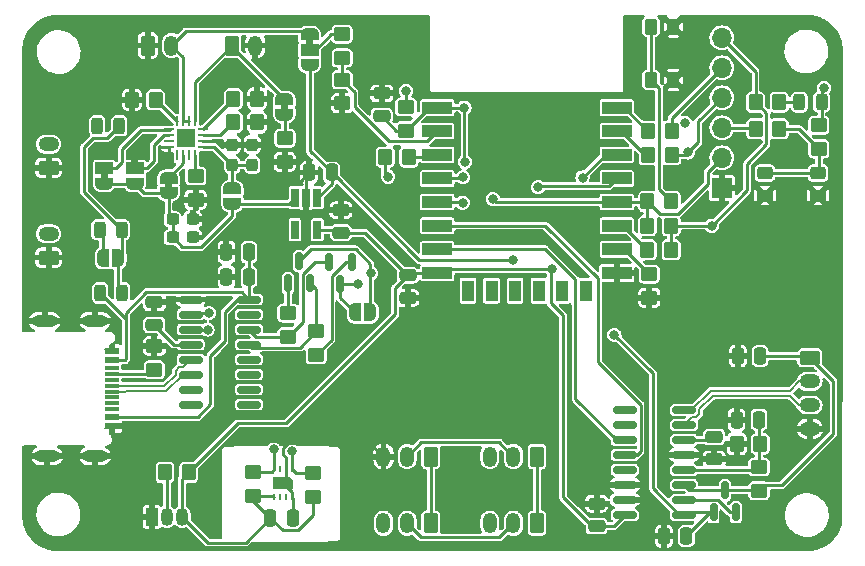
<source format=gbr>
%TF.GenerationSoftware,KiCad,Pcbnew,7.0.1*%
%TF.CreationDate,2023-11-07T22:06:08+01:00*%
%TF.ProjectId,GasWeighter,47617357-6569-4676-9874-65722e6b6963,rev?*%
%TF.SameCoordinates,Original*%
%TF.FileFunction,Copper,L1,Top*%
%TF.FilePolarity,Positive*%
%FSLAX46Y46*%
G04 Gerber Fmt 4.6, Leading zero omitted, Abs format (unit mm)*
G04 Created by KiCad (PCBNEW 7.0.1) date 2023-11-07 22:06:08*
%MOMM*%
%LPD*%
G01*
G04 APERTURE LIST*
G04 Aperture macros list*
%AMRoundRect*
0 Rectangle with rounded corners*
0 $1 Rounding radius*
0 $2 $3 $4 $5 $6 $7 $8 $9 X,Y pos of 4 corners*
0 Add a 4 corners polygon primitive as box body*
4,1,4,$2,$3,$4,$5,$6,$7,$8,$9,$2,$3,0*
0 Add four circle primitives for the rounded corners*
1,1,$1+$1,$2,$3*
1,1,$1+$1,$4,$5*
1,1,$1+$1,$6,$7*
1,1,$1+$1,$8,$9*
0 Add four rect primitives between the rounded corners*
20,1,$1+$1,$2,$3,$4,$5,0*
20,1,$1+$1,$4,$5,$6,$7,0*
20,1,$1+$1,$6,$7,$8,$9,0*
20,1,$1+$1,$8,$9,$2,$3,0*%
%AMFreePoly0*
4,1,19,0.000000,0.744911,0.071157,0.744911,0.207708,0.704816,0.327430,0.627875,0.420627,0.520320,0.479746,0.390866,0.500000,0.250000,0.500000,-0.250000,0.479746,-0.390866,0.420627,-0.520320,0.327430,-0.627875,0.207708,-0.704816,0.071157,-0.744911,0.000000,-0.744911,0.000000,-0.750000,-0.500000,-0.750000,-0.500000,0.750000,0.000000,0.750000,0.000000,0.744911,0.000000,0.744911,
$1*%
%AMFreePoly1*
4,1,19,0.500000,-0.750000,0.000000,-0.750000,0.000000,-0.744911,-0.071157,-0.744911,-0.207708,-0.704816,-0.327430,-0.627875,-0.420627,-0.520320,-0.479746,-0.390866,-0.500000,-0.250000,-0.500000,0.250000,-0.479746,0.390866,-0.420627,0.520320,-0.327430,0.627875,-0.207708,0.704816,-0.071157,0.744911,0.000000,0.744911,0.000000,0.750000,0.500000,0.750000,0.500000,-0.750000,0.500000,-0.750000,
$1*%
%AMFreePoly2*
4,1,19,0.000000,0.744911,0.071157,0.744911,0.207708,0.704816,0.327430,0.627875,0.420627,0.520320,0.479746,0.390866,0.500000,0.250000,0.500000,-0.250000,0.479746,-0.390866,0.420627,-0.520320,0.327430,-0.627875,0.207708,-0.704816,0.071157,-0.744911,0.000000,-0.744911,0.000000,-0.750000,-0.550000,-0.750000,-0.550000,0.750000,0.000000,0.750000,0.000000,0.744911,0.000000,0.744911,
$1*%
%AMFreePoly3*
4,1,19,0.550000,-0.750000,0.000000,-0.750000,0.000000,-0.744911,-0.071157,-0.744911,-0.207708,-0.704816,-0.327430,-0.627875,-0.420627,-0.520320,-0.479746,-0.390866,-0.500000,-0.250000,-0.500000,0.250000,-0.479746,0.390866,-0.420627,0.520320,-0.327430,0.627875,-0.207708,0.704816,-0.071157,0.744911,0.000000,0.744911,0.000000,0.750000,0.550000,0.750000,0.550000,-0.750000,0.550000,-0.750000,
$1*%
%AMFreePoly4*
4,1,6,0.500000,-0.850000,-0.500000,-0.850000,-0.500000,0.550000,-0.200000,0.850000,0.500000,0.850000,0.500000,-0.850000,0.500000,-0.850000,$1*%
G04 Aperture macros list end*
%TA.AperFunction,ComponentPad*%
%ADD10RoundRect,0.250000X0.625000X-0.350000X0.625000X0.350000X-0.625000X0.350000X-0.625000X-0.350000X0*%
%TD*%
%TA.AperFunction,ComponentPad*%
%ADD11O,1.750000X1.200000*%
%TD*%
%TA.AperFunction,ComponentPad*%
%ADD12O,2.200000X1.000000*%
%TD*%
%TA.AperFunction,SMDPad,CuDef*%
%ADD13R,1.160000X0.600000*%
%TD*%
%TA.AperFunction,SMDPad,CuDef*%
%ADD14R,1.160000X0.300000*%
%TD*%
%TA.AperFunction,SMDPad,CuDef*%
%ADD15RoundRect,0.250000X-0.250000X-0.475000X0.250000X-0.475000X0.250000X0.475000X-0.250000X0.475000X0*%
%TD*%
%TA.AperFunction,SMDPad,CuDef*%
%ADD16RoundRect,0.237500X0.237500X-0.300000X0.237500X0.300000X-0.237500X0.300000X-0.237500X-0.300000X0*%
%TD*%
%TA.AperFunction,ComponentPad*%
%ADD17O,1.200000X1.750000*%
%TD*%
%TA.AperFunction,ComponentPad*%
%ADD18RoundRect,0.250000X-0.350000X-0.625000X0.350000X-0.625000X0.350000X0.625000X-0.350000X0.625000X0*%
%TD*%
%TA.AperFunction,SMDPad,CuDef*%
%ADD19FreePoly0,180.000000*%
%TD*%
%TA.AperFunction,SMDPad,CuDef*%
%ADD20FreePoly1,180.000000*%
%TD*%
%TA.AperFunction,SMDPad,CuDef*%
%ADD21RoundRect,0.250000X0.475000X-0.250000X0.475000X0.250000X-0.475000X0.250000X-0.475000X-0.250000X0*%
%TD*%
%TA.AperFunction,SMDPad,CuDef*%
%ADD22RoundRect,0.250000X0.350000X0.450000X-0.350000X0.450000X-0.350000X-0.450000X0.350000X-0.450000X0*%
%TD*%
%TA.AperFunction,SMDPad,CuDef*%
%ADD23RoundRect,0.250000X0.450000X-0.350000X0.450000X0.350000X-0.450000X0.350000X-0.450000X-0.350000X0*%
%TD*%
%TA.AperFunction,ComponentPad*%
%ADD24RoundRect,0.250000X0.350000X0.625000X-0.350000X0.625000X-0.350000X-0.625000X0.350000X-0.625000X0*%
%TD*%
%TA.AperFunction,SMDPad,CuDef*%
%ADD25FreePoly2,270.000000*%
%TD*%
%TA.AperFunction,SMDPad,CuDef*%
%ADD26R,1.500000X1.000000*%
%TD*%
%TA.AperFunction,SMDPad,CuDef*%
%ADD27FreePoly3,270.000000*%
%TD*%
%TA.AperFunction,SMDPad,CuDef*%
%ADD28RoundRect,0.150000X-0.150000X0.587500X-0.150000X-0.587500X0.150000X-0.587500X0.150000X0.587500X0*%
%TD*%
%TA.AperFunction,SMDPad,CuDef*%
%ADD29RoundRect,0.243750X0.243750X0.456250X-0.243750X0.456250X-0.243750X-0.456250X0.243750X-0.456250X0*%
%TD*%
%TA.AperFunction,SMDPad,CuDef*%
%ADD30RoundRect,0.250000X0.250000X0.475000X-0.250000X0.475000X-0.250000X-0.475000X0.250000X-0.475000X0*%
%TD*%
%TA.AperFunction,SMDPad,CuDef*%
%ADD31RoundRect,0.250000X-0.450000X0.350000X-0.450000X-0.350000X0.450000X-0.350000X0.450000X0.350000X0*%
%TD*%
%TA.AperFunction,SMDPad,CuDef*%
%ADD32FreePoly4,270.000000*%
%TD*%
%TA.AperFunction,SMDPad,CuDef*%
%ADD33R,0.250000X0.550000*%
%TD*%
%TA.AperFunction,SMDPad,CuDef*%
%ADD34RoundRect,0.150000X0.850000X0.150000X-0.850000X0.150000X-0.850000X-0.150000X0.850000X-0.150000X0*%
%TD*%
%TA.AperFunction,SMDPad,CuDef*%
%ADD35RoundRect,0.275000X-0.400000X-0.275000X0.400000X-0.275000X0.400000X0.275000X-0.400000X0.275000X0*%
%TD*%
%TA.AperFunction,SMDPad,CuDef*%
%ADD36RoundRect,0.250000X-0.350000X-0.450000X0.350000X-0.450000X0.350000X0.450000X-0.350000X0.450000X0*%
%TD*%
%TA.AperFunction,SMDPad,CuDef*%
%ADD37R,1.600000X1.600000*%
%TD*%
%TA.AperFunction,SMDPad,CuDef*%
%ADD38RoundRect,0.062500X-0.375000X0.062500X-0.375000X-0.062500X0.375000X-0.062500X0.375000X0.062500X0*%
%TD*%
%TA.AperFunction,SMDPad,CuDef*%
%ADD39RoundRect,0.062500X-0.062500X0.375000X-0.062500X-0.375000X0.062500X-0.375000X0.062500X0.375000X0*%
%TD*%
%TA.AperFunction,SMDPad,CuDef*%
%ADD40RoundRect,0.150000X-0.825000X-0.150000X0.825000X-0.150000X0.825000X0.150000X-0.825000X0.150000X0*%
%TD*%
%TA.AperFunction,SMDPad,CuDef*%
%ADD41RoundRect,0.237500X-0.300000X-0.237500X0.300000X-0.237500X0.300000X0.237500X-0.300000X0.237500X0*%
%TD*%
%TA.AperFunction,SMDPad,CuDef*%
%ADD42FreePoly0,90.000000*%
%TD*%
%TA.AperFunction,SMDPad,CuDef*%
%ADD43FreePoly1,90.000000*%
%TD*%
%TA.AperFunction,SMDPad,CuDef*%
%ADD44RoundRect,0.150000X0.150000X-0.587500X0.150000X0.587500X-0.150000X0.587500X-0.150000X-0.587500X0*%
%TD*%
%TA.AperFunction,SMDPad,CuDef*%
%ADD45R,0.650000X1.560000*%
%TD*%
%TA.AperFunction,ComponentPad*%
%ADD46O,1.700000X1.700000*%
%TD*%
%TA.AperFunction,ComponentPad*%
%ADD47R,1.700000X1.700000*%
%TD*%
%TA.AperFunction,ComponentPad*%
%ADD48R,1.050000X1.500000*%
%TD*%
%TA.AperFunction,ComponentPad*%
%ADD49O,1.050000X1.500000*%
%TD*%
%TA.AperFunction,SMDPad,CuDef*%
%ADD50FreePoly0,270.000000*%
%TD*%
%TA.AperFunction,SMDPad,CuDef*%
%ADD51FreePoly1,270.000000*%
%TD*%
%TA.AperFunction,SMDPad,CuDef*%
%ADD52R,2.500000X1.000000*%
%TD*%
%TA.AperFunction,SMDPad,CuDef*%
%ADD53R,1.000000X1.800000*%
%TD*%
%TA.AperFunction,SMDPad,CuDef*%
%ADD54RoundRect,0.250000X-0.475000X0.250000X-0.475000X-0.250000X0.475000X-0.250000X0.475000X0.250000X0*%
%TD*%
%TA.AperFunction,ComponentPad*%
%ADD55RoundRect,0.250000X-0.625000X0.350000X-0.625000X-0.350000X0.625000X-0.350000X0.625000X0.350000X0*%
%TD*%
%TA.AperFunction,SMDPad,CuDef*%
%ADD56FreePoly2,90.000000*%
%TD*%
%TA.AperFunction,SMDPad,CuDef*%
%ADD57FreePoly3,90.000000*%
%TD*%
%TA.AperFunction,SMDPad,CuDef*%
%ADD58RoundRect,0.275000X0.275000X-0.400000X0.275000X0.400000X-0.275000X0.400000X-0.275000X-0.400000X0*%
%TD*%
%TA.AperFunction,ViaPad*%
%ADD59C,0.800000*%
%TD*%
%TA.AperFunction,Conductor*%
%ADD60C,0.250000*%
%TD*%
%TA.AperFunction,Conductor*%
%ADD61C,0.200000*%
%TD*%
G04 APERTURE END LIST*
%TA.AperFunction,EtchedComponent*%
%TO.C,JP2*%
G36*
X123950000Y-51950000D02*
G01*
X123350000Y-51950000D01*
X123350000Y-51450000D01*
X123950000Y-51450000D01*
X123950000Y-51950000D01*
G37*
%TD.AperFunction*%
%TA.AperFunction,EtchedComponent*%
%TO.C,JP3*%
G36*
X109150000Y-62000000D02*
G01*
X108550000Y-62000000D01*
X108550000Y-61500000D01*
X109150000Y-61500000D01*
X109150000Y-62000000D01*
G37*
%TD.AperFunction*%
%TA.AperFunction,EtchedComponent*%
%TO.C,JP7*%
G36*
X112000000Y-64100000D02*
G01*
X111400000Y-64100000D01*
X111400000Y-63600000D01*
X112000000Y-63600000D01*
X112000000Y-64100000D01*
G37*
%TD.AperFunction*%
%TA.AperFunction,EtchedComponent*%
%TO.C,JP8*%
G36*
X121800000Y-57450000D02*
G01*
X121200000Y-57450000D01*
X121200000Y-56950000D01*
X121800000Y-56950000D01*
X121800000Y-57450000D01*
G37*
%TD.AperFunction*%
%TA.AperFunction,EtchedComponent*%
%TO.C,JP4*%
G36*
X106550000Y-63300000D02*
G01*
X105950000Y-63300000D01*
X105950000Y-62800000D01*
X106550000Y-62800000D01*
X106550000Y-63300000D01*
G37*
%TD.AperFunction*%
%TD*%
D10*
%TO.P,J2,1,Pin_1*%
%TO.N,GND*%
X101550000Y-62350000D03*
D11*
%TO.P,J2,2,Pin_2*%
%TO.N,VDC*%
X101550000Y-60350000D03*
%TD*%
D12*
%TO.P,P1,S1,SHIELD*%
%TO.N,GND*%
X101425000Y-86774981D03*
X105492692Y-86765000D03*
X101217000Y-75335000D03*
X105492692Y-75317635D03*
D13*
%TO.P,P1,B12,GND*%
X106935000Y-77850000D03*
%TO.P,P1,B9,VBUS*%
%TO.N,VBUS*%
X106935000Y-78650000D03*
D14*
%TO.P,P1,B8*%
%TO.N,N/C*%
X106935000Y-79300000D03*
%TO.P,P1,B7*%
X106935000Y-80300000D03*
%TO.P,P1,B6*%
X106935000Y-81800000D03*
%TO.P,P1,B5,VCONN*%
%TO.N,unconnected-(P1-VCONN-PadB5)*%
X106935000Y-82800000D03*
D13*
%TO.P,P1,B4,VBUS*%
%TO.N,VBUS*%
X106935000Y-83450000D03*
%TO.P,P1,B1,GND*%
%TO.N,GND*%
X106935000Y-84250000D03*
%TO.P,P1,A12,GND*%
X106935000Y-84250000D03*
%TO.P,P1,A9,VBUS*%
%TO.N,VBUS*%
X106935000Y-83450000D03*
D14*
%TO.P,P1,A8*%
%TO.N,N/C*%
X106935000Y-82300000D03*
%TO.P,P1,A7,D-*%
%TO.N,/D+*%
X106935000Y-81300000D03*
%TO.P,P1,A6,D+*%
%TO.N,/D-*%
X106935000Y-80800000D03*
%TO.P,P1,A5,CC*%
%TO.N,Net-(P1-CC)*%
X106935000Y-79800000D03*
D13*
%TO.P,P1,A4,VBUS*%
%TO.N,VBUS*%
X106935000Y-78650000D03*
%TO.P,P1,A1,GND*%
%TO.N,GND*%
X106935000Y-77850000D03*
%TD*%
D15*
%TO.P,C13,2*%
%TO.N,/E+*%
X161792500Y-78287500D03*
%TO.P,C13,1*%
%TO.N,GND*%
X159892500Y-78287500D03*
%TD*%
D16*
%TO.P,C8,2*%
%TO.N,GND*%
X117100000Y-60387500D03*
%TO.P,C8,1*%
%TO.N,Net-(D2-K)*%
X117100000Y-62112500D03*
%TD*%
D17*
%TO.P,J12,2,Pin_2*%
%TO.N,GND*%
X119050000Y-52000000D03*
D18*
%TO.P,J12,1,Pin_1*%
%TO.N,Net-(J12-Pin_1)*%
X117050000Y-52000000D03*
%TD*%
D19*
%TO.P,JP5,2,B*%
%TO.N,VAA*%
X106150000Y-70000000D03*
D20*
%TO.P,JP5,1,A*%
%TO.N,Net-(D2-K)*%
X107450000Y-70000000D03*
%TD*%
D21*
%TO.P,C2,2*%
%TO.N,GND*%
X129750000Y-56050000D03*
%TO.P,C2,1*%
%TO.N,/MCU/nRST*%
X129750000Y-57950000D03*
%TD*%
D22*
%TO.P,R6,2*%
%TO.N,/MCU/GPIO0*%
X152250000Y-65200000D03*
%TO.P,R6,1*%
%TO.N,Net-(R6-Pad1)*%
X154250000Y-65200000D03*
%TD*%
D23*
%TO.P,R16,2*%
%TO.N,/MCU/GPIO16*%
X166750000Y-58750000D03*
%TO.P,R16,1*%
%TO.N,Net-(R16-Pad1)*%
X166750000Y-60750000D03*
%TD*%
D17*
%TO.P,J9,3,Pin_3*%
%TO.N,/E+*%
X138900000Y-92450000D03*
%TO.P,J9,2,Pin_2*%
%TO.N,Net-(J8-Pin_2)*%
X140900000Y-92450000D03*
D24*
%TO.P,J9,1,Pin_1*%
%TO.N,Net-(J7-Pin_1)*%
X142900000Y-92450000D03*
%TD*%
D25*
%TO.P,JP2,3,B*%
%TO.N,VCC*%
X123650000Y-53650000D03*
D26*
%TO.P,JP2,2,C*%
%TO.N,Net-(JP2-C)*%
X123650000Y-52350000D03*
D27*
%TO.P,JP2,1,A*%
%TO.N,VBatt*%
X123650000Y-51050000D03*
%TD*%
D25*
%TO.P,JP3,3,B*%
%TO.N,VCC*%
X108850000Y-63700000D03*
D26*
%TO.P,JP3,2,C*%
%TO.N,/Power/EN1*%
X108850000Y-62400000D03*
D27*
%TO.P,JP3,1,A*%
%TO.N,GND*%
X108850000Y-61100000D03*
%TD*%
D22*
%TO.P,R21,2*%
%TO.N,Net-(U6-ITERM)*%
X117200000Y-58500000D03*
%TO.P,R21,1*%
%TO.N,GND*%
X119200000Y-58500000D03*
%TD*%
D28*
%TO.P,Q1,3,C*%
%TO.N,/MCU/nRST*%
X126250000Y-72187500D03*
%TO.P,Q1,2,E*%
%TO.N,Net-(Q1-E)*%
X125300000Y-70312500D03*
%TO.P,Q1,1,B*%
%TO.N,Net-(Q1-B)*%
X127200000Y-70312500D03*
%TD*%
D29*
%TO.P,D1,2,A*%
%TO.N,Net-(D1-A)*%
X165112500Y-56800000D03*
%TO.P,D1,1,K*%
%TO.N,/MCU/GPIO16*%
X166987500Y-56800000D03*
%TD*%
D30*
%TO.P,C9,2*%
%TO.N,GND*%
X123600000Y-62750000D03*
%TO.P,C9,1*%
%TO.N,VCC*%
X125500000Y-62750000D03*
%TD*%
D31*
%TO.P,R5,2*%
%TO.N,/MCU/nRST*%
X131800000Y-59200000D03*
%TO.P,R5,1*%
%TO.N,+3.3V*%
X131800000Y-57200000D03*
%TD*%
D32*
%TO.P,U4,9,VSS*%
%TO.N,GND*%
X121400000Y-89050000D03*
D33*
%TO.P,U4,8,VSS*%
X122150000Y-90225000D03*
%TO.P,U4,7,R*%
%TO.N,unconnected-(U4-R-Pad7)*%
X121650000Y-90225000D03*
%TO.P,U4,6,~{RESET}*%
%TO.N,unconnected-(U4-~{RESET}-Pad6)*%
X121150000Y-90225000D03*
%TO.P,U4,5,VDD*%
%TO.N,+3.3V*%
X120650000Y-90225000D03*
%TO.P,U4,4,SCL*%
%TO.N,/MCU/SCL*%
X120650000Y-87875000D03*
%TO.P,U4,3,ALERT*%
%TO.N,unconnected-(U4-ALERT-Pad3)*%
X121150000Y-87875000D03*
%TO.P,U4,2,ADDR*%
%TO.N,GND*%
X121650000Y-87875000D03*
%TO.P,U4,1,SDA*%
%TO.N,/MCU/SDA*%
X122150000Y-87875000D03*
%TD*%
D17*
%TO.P,J7,3,Pin_3*%
%TO.N,/A-*%
X138900000Y-86800000D03*
%TO.P,J7,2,Pin_2*%
%TO.N,Net-(J6-Pin_2)*%
X140900000Y-86800000D03*
D24*
%TO.P,J7,1,Pin_1*%
%TO.N,Net-(J7-Pin_1)*%
X142900000Y-86800000D03*
%TD*%
D31*
%TO.P,R13,2*%
%TO.N,+3.3V*%
X123950000Y-90200000D03*
%TO.P,R13,1*%
%TO.N,/MCU/SDA*%
X123950000Y-88200000D03*
%TD*%
D34*
%TO.P,U7,16,DVDD*%
%TO.N,+3.3V*%
X150342500Y-91732500D03*
%TO.P,U7,15,RATE*%
%TO.N,GND*%
X150342500Y-90462500D03*
%TO.P,U7,14,XI*%
X150342500Y-89192500D03*
%TO.P,U7,13,XO*%
%TO.N,unconnected-(U7-XO-Pad13)*%
X150342500Y-87922500D03*
%TO.P,U7,12,DOUT*%
%TO.N,/MCU/DOUT*%
X150342500Y-86652500D03*
%TO.P,U7,11,PD_SCK*%
%TO.N,/MCU/SCK*%
X150342500Y-85382500D03*
%TO.P,U7,10,INB+*%
%TO.N,unconnected-(U7-INB+-Pad10)*%
X150342500Y-84112500D03*
%TO.P,U7,9,INB-*%
%TO.N,unconnected-(U7-INB--Pad9)*%
X150342500Y-82842500D03*
%TO.P,U7,8,INA+*%
%TO.N,/A+*%
X155342500Y-82842500D03*
%TO.P,U7,7,INA-*%
%TO.N,/A-*%
X155342500Y-84112500D03*
%TO.P,U7,6,VBG*%
%TO.N,Net-(U7-VBG)*%
X155342500Y-85382500D03*
%TO.P,U7,5,AGND*%
%TO.N,GND*%
X155342500Y-86652500D03*
%TO.P,U7,4,VFB*%
%TO.N,Net-(U7-VFB)*%
X155342500Y-87922500D03*
%TO.P,U7,3,AVDD*%
%TO.N,/E+*%
X155342500Y-89192500D03*
%TO.P,U7,2,BASE*%
%TO.N,Net-(Q3-B)*%
X155342500Y-90462500D03*
%TO.P,U7,1,VSUP*%
%TO.N,VCC*%
X155342500Y-91732500D03*
%TD*%
D29*
%TO.P,D4,2,A*%
%TO.N,VAA*%
X105862500Y-67600000D03*
%TO.P,D4,1,K*%
%TO.N,Net-(D2-K)*%
X107737500Y-67600000D03*
%TD*%
D31*
%TO.P,R18,2*%
%TO.N,GND*%
X126400000Y-56900000D03*
%TO.P,R18,1*%
%TO.N,/MCU/VBATT*%
X126400000Y-54900000D03*
%TD*%
D35*
%TO.P,SW2,2,2*%
%TO.N,GND*%
X166700000Y-64700000D03*
X162200000Y-64700000D03*
%TO.P,SW2,1,1*%
%TO.N,Net-(R16-Pad1)*%
X166700000Y-62800000D03*
X162200000Y-62800000D03*
%TD*%
D36*
%TO.P,R4,1*%
%TO.N,+3.3V*%
X130050000Y-61450000D03*
%TO.P,R4,2*%
%TO.N,/MCU/EN*%
X132050000Y-61450000D03*
%TD*%
D30*
%TO.P,C4,2*%
%TO.N,GND*%
X116600000Y-71600000D03*
%TO.P,C4,1*%
%TO.N,VBUS*%
X118500000Y-71600000D03*
%TD*%
D21*
%TO.P,C10,2*%
%TO.N,GND*%
X126300000Y-65950000D03*
%TO.P,C10,1*%
%TO.N,+3.3V*%
X126300000Y-67850000D03*
%TD*%
D36*
%TO.P,R10,1*%
%TO.N,/MCU/1-Wire*%
X111400000Y-88150000D03*
%TO.P,R10,2*%
%TO.N,+3.3V*%
X113400000Y-88150000D03*
%TD*%
D19*
%TO.P,JP1,2,B*%
%TO.N,/MCU/nRST*%
X127500000Y-74600000D03*
D20*
%TO.P,JP1,1,A*%
%TO.N,/MCU/GPIO0*%
X128800000Y-74600000D03*
%TD*%
D37*
%TO.P,U6,17,VSS*%
%TO.N,GND*%
X113200000Y-59850000D03*
D38*
%TO.P,U6,16,ISET*%
%TO.N,Net-(U6-ISET)*%
X114637500Y-59100000D03*
%TO.P,U6,15,ITERM*%
%TO.N,Net-(U6-ITERM)*%
X114637500Y-59600000D03*
%TO.P,U6,14,TMR*%
%TO.N,GND*%
X114637500Y-60100000D03*
%TO.P,U6,13,IN*%
%TO.N,Net-(D2-K)*%
X114637500Y-60600000D03*
D39*
%TO.P,U6,12,ILIM*%
%TO.N,Net-(U6-ILIM)*%
X113950000Y-61287500D03*
%TO.P,U6,11,OUT*%
%TO.N,Net-(JP7-A)*%
X113450000Y-61287500D03*
%TO.P,U6,10,OUT*%
X112950000Y-61287500D03*
%TO.P,U6,9,~{CHG}*%
%TO.N,unconnected-(U6-~{CHG}-Pad9)*%
X112450000Y-61287500D03*
D38*
%TO.P,U6,8,VSS*%
%TO.N,GND*%
X111762500Y-60600000D03*
%TO.P,U6,7,~{PGOOD}*%
%TO.N,unconnected-(U6-~{PGOOD}-Pad7)*%
X111762500Y-60100000D03*
%TO.P,U6,6,EN1*%
%TO.N,/Power/EN1*%
X111762500Y-59600000D03*
%TO.P,U6,5,EN2*%
%TO.N,/Power/EN2*%
X111762500Y-59100000D03*
D39*
%TO.P,U6,4,~{CE}*%
%TO.N,Net-(U6-~{CE})*%
X112450000Y-58412500D03*
%TO.P,U6,3,BAT*%
%TO.N,VBatt*%
X112950000Y-58412500D03*
%TO.P,U6,2,BAT*%
X113450000Y-58412500D03*
%TO.P,U6,1,TS*%
%TO.N,Net-(J12-Pin_1)*%
X113950000Y-58412500D03*
%TD*%
D31*
%TO.P,R20,2*%
%TO.N,GND*%
X114000000Y-65050000D03*
%TO.P,R20,1*%
%TO.N,Net-(U6-ILIM)*%
X114000000Y-63050000D03*
%TD*%
D21*
%TO.P,C1,2*%
%TO.N,GND*%
X110500000Y-73750000D03*
%TO.P,C1,1*%
%TO.N,Net-(U1-V3)*%
X110500000Y-75650000D03*
%TD*%
D40*
%TO.P,U1,16,VCC*%
%TO.N,VBUS*%
X118525000Y-73505000D03*
%TO.P,U1,15,R232*%
%TO.N,unconnected-(U1-R232-Pad15)*%
X118525000Y-74775000D03*
%TO.P,U1,14,~{RTS}*%
%TO.N,Net-(Q1-E)*%
X118525000Y-76045000D03*
%TO.P,U1,13,~{DTR}*%
%TO.N,Net-(Q2-E)*%
X118525000Y-77315000D03*
%TO.P,U1,12,~{DCD}*%
%TO.N,unconnected-(U1-~{DCD}-Pad12)*%
X118525000Y-78585000D03*
%TO.P,U1,11,~{RI}*%
%TO.N,unconnected-(U1-~{RI}-Pad11)*%
X118525000Y-79855000D03*
%TO.P,U1,10,~{DSR}*%
%TO.N,unconnected-(U1-~{DSR}-Pad10)*%
X118525000Y-81125000D03*
%TO.P,U1,9,~{CTS}*%
%TO.N,unconnected-(U1-~{CTS}-Pad9)*%
X118525000Y-82395000D03*
%TO.P,U1,8,NC*%
%TO.N,unconnected-(U1-NC-Pad8)*%
X113575000Y-82395000D03*
%TO.P,U1,7,NC*%
%TO.N,unconnected-(U1-NC-Pad7)*%
X113575000Y-81125000D03*
%TO.P,U1,6,UD-*%
%TO.N,/D+*%
X113575000Y-79855000D03*
%TO.P,U1,5,UD+*%
%TO.N,/D-*%
X113575000Y-78585000D03*
%TO.P,U1,4,V3*%
%TO.N,Net-(U1-V3)*%
X113575000Y-77315000D03*
%TO.P,U1,3,RXD*%
%TO.N,/MCU/RX*%
X113575000Y-76045000D03*
%TO.P,U1,2,TXD*%
%TO.N,/MCU/TX*%
X113575000Y-74775000D03*
%TO.P,U1,1,GND*%
%TO.N,GND*%
X113575000Y-73505000D03*
%TD*%
D41*
%TO.P,C12,2*%
%TO.N,GND*%
X113762500Y-68250000D03*
%TO.P,C12,1*%
%TO.N,VCC*%
X112037500Y-68250000D03*
%TD*%
D42*
%TO.P,JP6,2,B*%
%TO.N,Net-(D2-K)*%
X117100000Y-64100000D03*
D43*
%TO.P,JP6,1,A*%
%TO.N,VCC*%
X117100000Y-65400000D03*
%TD*%
D44*
%TO.P,Q2,3,C*%
%TO.N,/MCU/GPIO0*%
X122750000Y-70250000D03*
%TO.P,Q2,2,E*%
%TO.N,Net-(Q2-E)*%
X123700000Y-72125000D03*
%TO.P,Q2,1,B*%
%TO.N,Net-(Q2-B)*%
X121800000Y-72125000D03*
%TD*%
D41*
%TO.P,C11,2*%
%TO.N,GND*%
X113762500Y-66700000D03*
%TO.P,C11,1*%
%TO.N,VCC*%
X112037500Y-66700000D03*
%TD*%
D36*
%TO.P,R11,2*%
%TO.N,/MCU/RX*%
X154300000Y-59250000D03*
%TO.P,R11,1*%
%TO.N,Net-(U3-GPIO1{slash}TXD)*%
X152300000Y-59250000D03*
%TD*%
%TO.P,R22,2*%
%TO.N,Net-(U6-~{CE})*%
X110600000Y-56600000D03*
%TO.P,R22,1*%
%TO.N,GND*%
X108600000Y-56600000D03*
%TD*%
D29*
%TO.P,D3,2,A*%
%TO.N,VDC*%
X105662500Y-58800000D03*
%TO.P,D3,1,K*%
%TO.N,Net-(D2-K)*%
X107537500Y-58800000D03*
%TD*%
D45*
%TO.P,U5,5,OUT*%
%TO.N,+3.3V*%
X124300000Y-67600000D03*
%TO.P,U5,4*%
%TO.N,N/C*%
X122400000Y-67600000D03*
%TO.P,U5,3,EN*%
%TO.N,VCC*%
X122400000Y-64900000D03*
%TO.P,U5,2,GND*%
%TO.N,GND*%
X123350000Y-64900000D03*
%TO.P,U5,1,IN*%
%TO.N,VCC*%
X124300000Y-64900000D03*
%TD*%
D36*
%TO.P,R26,2*%
%TO.N,Net-(U7-VFB)*%
X161792500Y-85737500D03*
%TO.P,R26,1*%
%TO.N,GND*%
X159792500Y-85737500D03*
%TD*%
D15*
%TO.P,C6,2*%
%TO.N,GND*%
X122200000Y-92000000D03*
%TO.P,C6,1*%
%TO.N,+3.3V*%
X120300000Y-92000000D03*
%TD*%
D23*
%TO.P,R1,2*%
%TO.N,GND*%
X110500000Y-77450000D03*
%TO.P,R1,1*%
%TO.N,Net-(P1-CC)*%
X110500000Y-79450000D03*
%TD*%
%TO.P,R7,2*%
%TO.N,/MCU/GPIO15*%
X152400000Y-71350000D03*
%TO.P,R7,1*%
%TO.N,GND*%
X152400000Y-73350000D03*
%TD*%
D46*
%TO.P,J11,6,Pin_6*%
%TO.N,+3.3V*%
X158550000Y-51350000D03*
%TO.P,J11,5,Pin_5*%
%TO.N,/MCU/RX*%
X158550000Y-53890000D03*
%TO.P,J11,4,Pin_4*%
%TO.N,/MCU/TX*%
X158550000Y-56430000D03*
%TO.P,J11,3,Pin_3*%
%TO.N,/MCU/nRST*%
X158550000Y-58970000D03*
%TO.P,J11,2,Pin_2*%
%TO.N,/MCU/GPIO0*%
X158550000Y-61510000D03*
D47*
%TO.P,J11,1,Pin_1*%
%TO.N,GND*%
X158550000Y-64050000D03*
%TD*%
D29*
%TO.P,D2,2,A*%
%TO.N,VBUS*%
X105912500Y-72950000D03*
%TO.P,D2,1,K*%
%TO.N,Net-(D2-K)*%
X107787500Y-72950000D03*
%TD*%
D48*
%TO.P,U2,1,GND*%
%TO.N,GND*%
X110300000Y-91900000D03*
D49*
%TO.P,U2,2,DQ*%
%TO.N,/MCU/1-Wire*%
X111570000Y-91900000D03*
%TO.P,U2,3,V_{DD}*%
%TO.N,+3.3V*%
X112840000Y-91900000D03*
%TD*%
D22*
%TO.P,R2,2*%
%TO.N,/MCU/GPIO0*%
X152250000Y-67250000D03*
%TO.P,R2,1*%
%TO.N,+3.3V*%
X154250000Y-67250000D03*
%TD*%
D44*
%TO.P,Q3,3,C*%
%TO.N,/E+*%
X158792500Y-89650000D03*
%TO.P,Q3,2,B*%
%TO.N,Net-(Q3-B)*%
X159742500Y-91525000D03*
%TO.P,Q3,1,E*%
%TO.N,VCC*%
X157842500Y-91525000D03*
%TD*%
D31*
%TO.P,R14,2*%
%TO.N,+3.3V*%
X118850000Y-90100000D03*
%TO.P,R14,1*%
%TO.N,/MCU/SCL*%
X118850000Y-88100000D03*
%TD*%
D17*
%TO.P,J6,3,Pin_3*%
%TO.N,GND*%
X129900000Y-86800000D03*
%TO.P,J6,2,Pin_2*%
%TO.N,Net-(J6-Pin_2)*%
X131900000Y-86800000D03*
D24*
%TO.P,J6,1,Pin_1*%
%TO.N,Net-(J6-Pin_1)*%
X133900000Y-86800000D03*
%TD*%
D17*
%TO.P,J1,2,Pin_2*%
%TO.N,VBatt*%
X111950000Y-52000000D03*
D18*
%TO.P,J1,1,Pin_1*%
%TO.N,GND*%
X109950000Y-52000000D03*
%TD*%
D30*
%TO.P,C3,2*%
%TO.N,GND*%
X116600000Y-69500000D03*
%TO.P,C3,1*%
%TO.N,VBUS*%
X118500000Y-69500000D03*
%TD*%
D31*
%TO.P,R17,2*%
%TO.N,/MCU/VBATT*%
X126400000Y-53050000D03*
%TO.P,R17,1*%
%TO.N,Net-(JP2-C)*%
X126400000Y-51050000D03*
%TD*%
D50*
%TO.P,JP7,2,B*%
%TO.N,VCC*%
X111700000Y-64500000D03*
D51*
%TO.P,JP7,1,A*%
%TO.N,Net-(JP7-A)*%
X111700000Y-63200000D03*
%TD*%
D31*
%TO.P,R24,2*%
%TO.N,GND*%
X121550000Y-61850000D03*
%TO.P,R24,1*%
%TO.N,Net-(JP8-A)*%
X121550000Y-59850000D03*
%TD*%
%TO.P,R9,2*%
%TO.N,Net-(Q1-E)*%
X121800000Y-76650000D03*
%TO.P,R9,1*%
%TO.N,Net-(Q2-B)*%
X121800000Y-74650000D03*
%TD*%
D22*
%TO.P,R15,2*%
%TO.N,+3.3V*%
X161400000Y-56800000D03*
%TO.P,R15,1*%
%TO.N,Net-(D1-A)*%
X163400000Y-56800000D03*
%TD*%
D36*
%TO.P,R12,2*%
%TO.N,/MCU/TX*%
X154300000Y-61250000D03*
%TO.P,R12,1*%
%TO.N,Net-(U3-GPIO3{slash}RXD)*%
X152300000Y-61250000D03*
%TD*%
D15*
%TO.P,C16,2*%
%TO.N,VCC*%
X155542500Y-93537500D03*
%TO.P,C16,1*%
%TO.N,GND*%
X153642500Y-93537500D03*
%TD*%
D22*
%TO.P,R3,2*%
%TO.N,/MCU/GPIO2*%
X152250000Y-69300000D03*
%TO.P,R3,1*%
%TO.N,+3.3V*%
X154250000Y-69300000D03*
%TD*%
D52*
%TO.P,U3,22,GPIO1/TXD*%
%TO.N,Net-(U3-GPIO1{slash}TXD)*%
X149650000Y-57250000D03*
%TO.P,U3,21,GPIO3/RXD*%
%TO.N,Net-(U3-GPIO3{slash}RXD)*%
X149650000Y-59250000D03*
%TO.P,U3,20,GPIO5*%
%TO.N,/MCU/SDA*%
X149650000Y-61250000D03*
%TO.P,U3,19,GPIO4*%
%TO.N,/MCU/SCL*%
X149650000Y-63250000D03*
%TO.P,U3,18,GPIO0*%
%TO.N,/MCU/GPIO0*%
X149650000Y-65250000D03*
%TO.P,U3,17,GPIO2*%
%TO.N,/MCU/GPIO2*%
X149650000Y-67250000D03*
%TO.P,U3,16,GPIO15*%
%TO.N,/MCU/GPIO15*%
X149650000Y-69250000D03*
%TO.P,U3,15,GND*%
%TO.N,GND*%
X149650000Y-71250000D03*
D53*
%TO.P,U3,14,SCLK*%
%TO.N,unconnected-(U3-SCLK-Pad14)*%
X147050000Y-72750000D03*
%TO.P,U3,13,MOSI*%
%TO.N,unconnected-(U3-MOSI-Pad13)*%
X145050000Y-72750000D03*
%TO.P,U3,12,GPIO10*%
%TO.N,unconnected-(U3-GPIO10-Pad12)*%
X143050000Y-72750000D03*
%TO.P,U3,11,GPIO9*%
%TO.N,unconnected-(U3-GPIO9-Pad11)*%
X141050000Y-72750000D03*
%TO.P,U3,10,MISO*%
%TO.N,unconnected-(U3-MISO-Pad10)*%
X139050000Y-72750000D03*
%TO.P,U3,9,CS0*%
%TO.N,unconnected-(U3-CS0-Pad9)*%
X137050000Y-72750000D03*
D52*
%TO.P,U3,8,VCC*%
%TO.N,+3.3V*%
X134450000Y-71250000D03*
%TO.P,U3,7,GPIO13*%
%TO.N,/MCU/SCK*%
X134450000Y-69250000D03*
%TO.P,U3,6,GPIO12*%
%TO.N,/MCU/DOUT*%
X134450000Y-67250000D03*
%TO.P,U3,5,GPIO14*%
%TO.N,/MCU/1-Wire*%
X134450000Y-65250000D03*
%TO.P,U3,4,GPIO16*%
%TO.N,/MCU/GPIO16*%
X134450000Y-63250000D03*
%TO.P,U3,3,EN*%
%TO.N,/MCU/EN*%
X134450000Y-61250000D03*
%TO.P,U3,2,ADC*%
%TO.N,/MCU/VBATT*%
X134450000Y-59250000D03*
%TO.P,U3,1,~{RST}*%
%TO.N,/MCU/nRST*%
X134450000Y-57250000D03*
%TD*%
D21*
%TO.P,C5,2*%
%TO.N,+3.3V*%
X131950000Y-71450000D03*
%TO.P,C5,1*%
%TO.N,GND*%
X131950000Y-73350000D03*
%TD*%
D16*
%TO.P,C7,2*%
%TO.N,GND*%
X118800000Y-60387500D03*
%TO.P,C7,1*%
%TO.N,Net-(D2-K)*%
X118800000Y-62112500D03*
%TD*%
D54*
%TO.P,C15,2*%
%TO.N,GND*%
X157892500Y-87037500D03*
%TO.P,C15,1*%
%TO.N,Net-(U7-VBG)*%
X157892500Y-85137500D03*
%TD*%
D21*
%TO.P,C17,2*%
%TO.N,GND*%
X147942500Y-90787500D03*
%TO.P,C17,1*%
%TO.N,+3.3V*%
X147942500Y-92687500D03*
%TD*%
D31*
%TO.P,R25,2*%
%TO.N,/E+*%
X161692500Y-89687500D03*
%TO.P,R25,1*%
%TO.N,Net-(U7-VFB)*%
X161692500Y-87687500D03*
%TD*%
D42*
%TO.P,JP8,2,B*%
%TO.N,Net-(J12-Pin_1)*%
X121500000Y-56550000D03*
D43*
%TO.P,JP8,1,A*%
%TO.N,Net-(JP8-A)*%
X121500000Y-57850000D03*
%TD*%
D23*
%TO.P,R8,2*%
%TO.N,Net-(Q2-E)*%
X124200000Y-76200000D03*
%TO.P,R8,1*%
%TO.N,Net-(Q1-B)*%
X124200000Y-78200000D03*
%TD*%
D11*
%TO.P,J10,4,Pin_4*%
%TO.N,GND*%
X165992500Y-84437500D03*
%TO.P,J10,3,Pin_3*%
%TO.N,/A-*%
X165992500Y-82437500D03*
%TO.P,J10,2,Pin_2*%
%TO.N,/A+*%
X165992500Y-80437500D03*
D55*
%TO.P,J10,1,Pin_1*%
%TO.N,/E+*%
X165992500Y-78437500D03*
%TD*%
D56*
%TO.P,JP4,3,B*%
%TO.N,GND*%
X106250000Y-61100000D03*
D26*
%TO.P,JP4,2,C*%
%TO.N,/Power/EN2*%
X106250000Y-62400000D03*
D57*
%TO.P,JP4,1,A*%
%TO.N,VCC*%
X106250000Y-63700000D03*
%TD*%
D36*
%TO.P,R23,2*%
%TO.N,GND*%
X119200000Y-56500000D03*
%TO.P,R23,1*%
%TO.N,Net-(U6-ISET)*%
X117200000Y-56500000D03*
%TD*%
D10*
%TO.P,J3,1,Pin_1*%
%TO.N,GND*%
X101550000Y-69950000D03*
D11*
%TO.P,J3,2,Pin_2*%
%TO.N,VAA*%
X101550000Y-67950000D03*
%TD*%
D22*
%TO.P,R19,2*%
%TO.N,/MCU/nRST*%
X161400000Y-59050000D03*
%TO.P,R19,1*%
%TO.N,Net-(R16-Pad1)*%
X163400000Y-59050000D03*
%TD*%
D30*
%TO.P,C14,2*%
%TO.N,GND*%
X159792500Y-83687500D03*
%TO.P,C14,1*%
%TO.N,Net-(U7-VFB)*%
X161692500Y-83687500D03*
%TD*%
D58*
%TO.P,SW1,2,2*%
%TO.N,GND*%
X154450000Y-50400000D03*
X154450000Y-54900000D03*
%TO.P,SW1,1,1*%
%TO.N,Net-(R6-Pad1)*%
X152550000Y-50400000D03*
X152550000Y-54900000D03*
%TD*%
D24*
%TO.P,J8,1,Pin_1*%
%TO.N,Net-(J6-Pin_1)*%
X133900000Y-92450000D03*
D17*
%TO.P,J8,2,Pin_2*%
%TO.N,Net-(J8-Pin_2)*%
X131900000Y-92450000D03*
%TO.P,J8,3,Pin_3*%
%TO.N,/A+*%
X129900000Y-92450000D03*
%TD*%
D59*
%TO.N,GND*%
X110500000Y-73750000D03*
X109000000Y-75700000D03*
X111950000Y-75400000D03*
X115800000Y-73650000D03*
%TO.N,VCC*%
X149450000Y-76500000D03*
X140900000Y-70150000D03*
%TO.N,+3.3V*%
X130300000Y-63100000D03*
X126350000Y-67850000D03*
%TO.N,GND*%
X111500000Y-61600000D03*
%TO.N,Net-(D2-K)*%
X117100000Y-62150000D03*
X107537500Y-58800000D03*
%TO.N,GND*%
X106300000Y-61050000D03*
X115650000Y-62350000D03*
X109650000Y-58050000D03*
X109700000Y-59950000D03*
X113200000Y-59850000D03*
X121450000Y-63450000D03*
X158200000Y-80000000D03*
X158550000Y-83900000D03*
%TO.N,/MCU/GPIO0*%
X139150000Y-65000000D03*
X128850000Y-71300000D03*
%TO.N,/MCU/SDA*%
X146750000Y-63175500D03*
%TO.N,/MCU/SCL*%
X143000000Y-64000000D03*
%TO.N,/MCU/SDA*%
X122150000Y-86350000D03*
%TO.N,/MCU/SCL*%
X120600000Y-86200000D03*
%TO.N,/MCU/1-Wire*%
X136600000Y-65300000D03*
%TO.N,/MCU/nRST*%
X136800000Y-61850000D03*
X127750000Y-72200000D03*
%TO.N,+3.3V*%
X157700000Y-67250000D03*
X144150000Y-70900000D03*
%TO.N,/MCU/GPIO16*%
X136650000Y-63150000D03*
X167200000Y-55600000D03*
%TO.N,+3.3V*%
X131800000Y-55850000D03*
%TO.N,/MCU/TX*%
X155700000Y-61050000D03*
%TO.N,/MCU/RX*%
X155450000Y-58550000D03*
X115000000Y-76050000D03*
%TO.N,/MCU/TX*%
X115100000Y-74650000D03*
%TO.N,/MCU/nRST*%
X136750000Y-57250000D03*
%TD*%
D60*
%TO.N,Net-(J7-Pin_1)*%
X142900000Y-86800000D02*
X142900000Y-92450000D01*
%TO.N,Net-(J8-Pin_2)*%
X133100000Y-93650000D02*
X139700000Y-93650000D01*
X139700000Y-93650000D02*
X140900000Y-92450000D01*
X131900000Y-92450000D02*
X133100000Y-93650000D01*
%TO.N,Net-(J6-Pin_1)*%
X133900000Y-92450000D02*
X133900000Y-86800000D01*
%TO.N,/E+*%
X167992500Y-80437500D02*
X165992500Y-78437500D01*
X167992500Y-84857500D02*
X167992500Y-80437500D01*
X162130000Y-89250000D02*
X163600000Y-89250000D01*
X161692500Y-89687500D02*
X162130000Y-89250000D01*
X163600000Y-89250000D02*
X167992500Y-84857500D01*
D61*
%TO.N,/D+*%
X113575000Y-79855000D02*
X112941397Y-79855000D01*
X108055001Y-81300000D02*
X107185000Y-81300000D01*
X112941397Y-79855000D02*
X111521397Y-81275000D01*
X111521397Y-81275000D02*
X108080001Y-81275000D01*
X108080001Y-81275000D02*
X108055001Y-81300000D01*
D60*
%TO.N,VCC*%
X152700000Y-79750000D02*
X149450000Y-76500000D01*
X152700000Y-89491751D02*
X152700000Y-79750000D01*
X155342500Y-91732500D02*
X154940749Y-91732500D01*
X154940749Y-91732500D02*
X152700000Y-89491751D01*
X140900000Y-70150000D02*
X140800000Y-70150000D01*
X132900000Y-70150000D02*
X140900000Y-70150000D01*
X125500000Y-62750000D02*
X132900000Y-70150000D01*
%TO.N,+3.3V*%
X130050000Y-62850000D02*
X130300000Y-63100000D01*
X130050000Y-61450000D02*
X130050000Y-62850000D01*
X126350000Y-67850000D02*
X128350000Y-67850000D01*
%TO.N,Net-(D2-K)*%
X117100000Y-62150000D02*
X117100000Y-62112500D01*
X104550000Y-64412500D02*
X107737500Y-67600000D01*
X104550000Y-60600000D02*
X104550000Y-64412500D01*
X105325000Y-59825000D02*
X104550000Y-60600000D01*
X107537500Y-58800000D02*
X106512500Y-59825000D01*
X106512500Y-59825000D02*
X105325000Y-59825000D01*
%TO.N,GND*%
X122900000Y-63450000D02*
X123600000Y-62750000D01*
X121450000Y-63450000D02*
X122900000Y-63450000D01*
X123350000Y-63000000D02*
X123600000Y-62750000D01*
X123350000Y-64900000D02*
X123350000Y-63000000D01*
%TO.N,Net-(U7-VBG)*%
X157647500Y-85382500D02*
X155342500Y-85382500D01*
X157892500Y-85137500D02*
X157647500Y-85382500D01*
%TO.N,+3.3V*%
X144050000Y-73800000D02*
X144050000Y-71000000D01*
X144050000Y-71000000D02*
X144150000Y-70900000D01*
X147537500Y-92687500D02*
X145100000Y-90250000D01*
X145100000Y-74850000D02*
X144050000Y-73800000D01*
X147942500Y-92687500D02*
X147537500Y-92687500D01*
X145100000Y-90250000D02*
X145100000Y-74850000D01*
%TO.N,/MCU/GPIO0*%
X139400000Y-65250000D02*
X139150000Y-65000000D01*
X149650000Y-65250000D02*
X139400000Y-65250000D01*
X128800000Y-71350000D02*
X128800000Y-74600000D01*
X128850000Y-71300000D02*
X128800000Y-71350000D01*
X128800000Y-71250000D02*
X128850000Y-71300000D01*
%TO.N,GND*%
X121849695Y-85625000D02*
X128725000Y-85625000D01*
X121425000Y-86049695D02*
X121849695Y-85625000D01*
X121650000Y-86875305D02*
X121425000Y-86650305D01*
X121425000Y-86650305D02*
X121425000Y-86049695D01*
X128725000Y-85625000D02*
X129900000Y-86800000D01*
X121650000Y-87875000D02*
X121650000Y-86875305D01*
%TO.N,/MCU/SCL*%
X120600000Y-86200000D02*
X120650000Y-86250000D01*
X120650000Y-86250000D02*
X120650000Y-87875000D01*
%TO.N,/MCU/SDA*%
X122150000Y-87875000D02*
X122150000Y-86350000D01*
X122150000Y-86350000D02*
X122150000Y-86400000D01*
X148675500Y-61250000D02*
X146750000Y-63175500D01*
X149650000Y-61250000D02*
X148675500Y-61250000D01*
%TO.N,/MCU/SCL*%
X143100000Y-63900000D02*
X143000000Y-64000000D01*
X149000000Y-63900000D02*
X143100000Y-63900000D01*
X149650000Y-63250000D02*
X149000000Y-63900000D01*
%TO.N,+3.3V*%
X121650000Y-84000000D02*
X130900000Y-74750000D01*
X130900000Y-74750000D02*
X130900000Y-72500000D01*
X130900000Y-72500000D02*
X131950000Y-71450000D01*
X117550000Y-84000000D02*
X121650000Y-84000000D01*
X113400000Y-88150000D02*
X117550000Y-84000000D01*
%TO.N,GND*%
X122200000Y-92000000D02*
X122200000Y-90275000D01*
X122200000Y-90275000D02*
X122150000Y-90225000D01*
X122150000Y-89800000D02*
X122150000Y-90225000D01*
X121400000Y-89050000D02*
X122150000Y-89800000D01*
X121650000Y-88800000D02*
X121650000Y-87875000D01*
X121400000Y-89050000D02*
X121650000Y-88800000D01*
%TO.N,+3.3V*%
X118219215Y-94080785D02*
X120300000Y-92000000D01*
X115020785Y-94080785D02*
X118219215Y-94080785D01*
X112840000Y-91900000D02*
X115020785Y-94080785D01*
X134750000Y-70950000D02*
X134450000Y-71250000D01*
X144100000Y-70950000D02*
X134750000Y-70950000D01*
X144150000Y-70900000D02*
X144100000Y-70950000D01*
X112840000Y-88710000D02*
X113400000Y-88150000D01*
X112840000Y-91900000D02*
X112840000Y-88710000D01*
%TO.N,/MCU/1-Wire*%
X111570000Y-88320000D02*
X111570000Y-91900000D01*
X111400000Y-88150000D02*
X111570000Y-88320000D01*
X136550000Y-65250000D02*
X136600000Y-65300000D01*
X134450000Y-65250000D02*
X136550000Y-65250000D01*
%TO.N,/MCU/nRST*%
X136750000Y-61800000D02*
X136800000Y-61850000D01*
X136750000Y-57250000D02*
X136750000Y-61800000D01*
%TO.N,Net-(JP2-C)*%
X125450000Y-51050000D02*
X126400000Y-51050000D01*
X124150000Y-52350000D02*
X125450000Y-51050000D01*
X123650000Y-52350000D02*
X124150000Y-52350000D01*
%TO.N,/MCU/nRST*%
X126250000Y-72187500D02*
X127737500Y-72187500D01*
X127737500Y-72187500D02*
X127750000Y-72200000D01*
X127750000Y-72200000D02*
X127550000Y-72200000D01*
%TO.N,+3.3V*%
X162325000Y-57725000D02*
X161400000Y-56800000D01*
X160700000Y-64250000D02*
X160700000Y-62000000D01*
X160700000Y-62000000D02*
X162325000Y-60375000D01*
X162325000Y-60375000D02*
X162325000Y-57725000D01*
X157700000Y-67250000D02*
X160700000Y-64250000D01*
X154250000Y-67250000D02*
X157700000Y-67250000D01*
%TO.N,/MCU/GPIO16*%
X136550000Y-63250000D02*
X136650000Y-63150000D01*
X134450000Y-63250000D02*
X136550000Y-63250000D01*
X167200000Y-55600000D02*
X167050000Y-55600000D01*
X166987500Y-55662500D02*
X167200000Y-55600000D01*
X166987500Y-56800000D02*
X166987500Y-55662500D01*
%TO.N,+3.3V*%
X132150000Y-71250000D02*
X134450000Y-71250000D01*
X131950000Y-71450000D02*
X132150000Y-71250000D01*
X131800000Y-57200000D02*
X131800000Y-55850000D01*
%TO.N,Net-(J6-Pin_2)*%
X139700000Y-85600000D02*
X140900000Y-86800000D01*
X133100000Y-85600000D02*
X139700000Y-85600000D01*
X131900000Y-86800000D02*
X133100000Y-85600000D01*
%TO.N,Net-(D2-K)*%
X107450000Y-72612500D02*
X107787500Y-72950000D01*
X107450000Y-70000000D02*
X107450000Y-72612500D01*
X107737500Y-69712500D02*
X107450000Y-70000000D01*
X107737500Y-67600000D02*
X107737500Y-69712500D01*
%TO.N,/MCU/TX*%
X155500000Y-61250000D02*
X154300000Y-61250000D01*
X156550000Y-58430000D02*
X158550000Y-56430000D01*
X155700000Y-61050000D02*
X155500000Y-61250000D01*
X156550000Y-60200000D02*
X156550000Y-58430000D01*
X155700000Y-61050000D02*
X156550000Y-60200000D01*
%TO.N,/MCU/RX*%
X115005000Y-76045000D02*
X115045000Y-76045000D01*
X115000000Y-76050000D02*
X115005000Y-76045000D01*
X114995000Y-76045000D02*
X115000000Y-76050000D01*
%TO.N,/MCU/TX*%
X115100000Y-74650000D02*
X115050000Y-74700000D01*
%TO.N,/MCU/RX*%
X115045000Y-76045000D02*
X115050000Y-76050000D01*
X113575000Y-76045000D02*
X114995000Y-76045000D01*
%TO.N,/MCU/TX*%
X113650000Y-74700000D02*
X115100000Y-74650000D01*
X113575000Y-74775000D02*
X113650000Y-74700000D01*
%TO.N,/MCU/VBATT*%
X127450000Y-55950000D02*
X126400000Y-54900000D01*
X130386827Y-60125000D02*
X127450000Y-57188173D01*
X134450000Y-59250000D02*
X133575000Y-60125000D01*
X133575000Y-60125000D02*
X130386827Y-60125000D01*
X127450000Y-57188173D02*
X127450000Y-55950000D01*
%TO.N,/MCU/EN*%
X132050000Y-61450000D02*
X134250000Y-61450000D01*
X134250000Y-61450000D02*
X134450000Y-61250000D01*
%TO.N,/MCU/nRST*%
X133750000Y-57250000D02*
X134450000Y-57250000D01*
X131800000Y-59200000D02*
X133750000Y-57250000D01*
X134450000Y-57250000D02*
X136750000Y-57250000D01*
X161320000Y-58970000D02*
X161400000Y-59050000D01*
X158550000Y-58970000D02*
X161320000Y-58970000D01*
%TO.N,Net-(R16-Pad1)*%
X166700000Y-62800000D02*
X162200000Y-62800000D01*
X166750000Y-62750000D02*
X166700000Y-62800000D01*
X166750000Y-60750000D02*
X166750000Y-62750000D01*
X165050000Y-59050000D02*
X166750000Y-60750000D01*
X163400000Y-59050000D02*
X165050000Y-59050000D01*
%TO.N,/MCU/GPIO16*%
X166987500Y-58512500D02*
X166750000Y-58750000D01*
X166987500Y-56800000D02*
X166987500Y-58512500D01*
%TO.N,Net-(D1-A)*%
X163400000Y-56800000D02*
X165112500Y-56800000D01*
%TO.N,+3.3V*%
X161400000Y-54200000D02*
X158550000Y-51350000D01*
X161400000Y-56800000D02*
X161400000Y-54200000D01*
%TO.N,Net-(U1-V3)*%
X112165000Y-77315000D02*
X113575000Y-77315000D01*
X110500000Y-75650000D02*
X112165000Y-77315000D01*
%TO.N,/MCU/nRST*%
X127500000Y-74600000D02*
X126250000Y-73350000D01*
X129750000Y-57950000D02*
X131000000Y-59200000D01*
X131000000Y-59200000D02*
X131800000Y-59200000D01*
X126250000Y-73350000D02*
X126250000Y-72187500D01*
%TO.N,VBUS*%
X117900000Y-72880000D02*
X109820000Y-72880000D01*
X108015000Y-78650000D02*
X107185000Y-78650000D01*
X117495000Y-73505000D02*
X118525000Y-73505000D01*
X108090000Y-74610000D02*
X108090000Y-75350000D01*
X116450000Y-77050000D02*
X116450000Y-74550000D01*
X118525000Y-73505000D02*
X118525000Y-71625000D01*
X108090000Y-78575000D02*
X108015000Y-78650000D01*
X109820000Y-72880000D02*
X108090000Y-74610000D01*
X116450000Y-74550000D02*
X117495000Y-73505000D01*
X118525000Y-71625000D02*
X118500000Y-71600000D01*
X118500000Y-71600000D02*
X118500000Y-69500000D01*
X115250000Y-82366751D02*
X115250000Y-78250000D01*
X105912500Y-72950000D02*
X108090000Y-75127500D01*
X108090000Y-75350000D02*
X108090000Y-78575000D01*
X108090000Y-75127500D02*
X108090000Y-75350000D01*
X118525000Y-73505000D02*
X117900000Y-72880000D01*
X114166751Y-83450000D02*
X115250000Y-82366751D01*
X115250000Y-78250000D02*
X116450000Y-77050000D01*
X107185000Y-83450000D02*
X114166751Y-83450000D01*
%TO.N,+3.3V*%
X154250000Y-69300000D02*
X154250000Y-67250000D01*
X118850000Y-90550000D02*
X120300000Y-92000000D01*
X126300000Y-67850000D02*
X126350000Y-67850000D01*
X122688173Y-93050000D02*
X123950000Y-91788173D01*
X120300000Y-92000000D02*
X121350000Y-93050000D01*
X120525000Y-90100000D02*
X120650000Y-90225000D01*
X147942500Y-92687500D02*
X149387500Y-92687500D01*
X118850000Y-90100000D02*
X120525000Y-90100000D01*
X121350000Y-93050000D02*
X122688173Y-93050000D01*
X128350000Y-67850000D02*
X131900000Y-71400000D01*
X118850000Y-90100000D02*
X118850000Y-90550000D01*
X126050000Y-67600000D02*
X126300000Y-67850000D01*
X123950000Y-91788173D02*
X123950000Y-90200000D01*
X124300000Y-67600000D02*
X126050000Y-67600000D01*
X149387500Y-92687500D02*
X150342500Y-91732500D01*
%TO.N,Net-(D2-K)*%
X115587500Y-60600000D02*
X117100000Y-62112500D01*
X117100000Y-62112500D02*
X118800000Y-62112500D01*
X114637500Y-60600000D02*
X115587500Y-60600000D01*
X117100000Y-64100000D02*
X117100000Y-62150000D01*
%TO.N,VCC*%
X111700000Y-66362500D02*
X112037500Y-66700000D01*
X112837500Y-69050000D02*
X114450000Y-69050000D01*
X123650000Y-60900000D02*
X125500000Y-62750000D01*
X155542500Y-93537500D02*
X157555000Y-91525000D01*
X108850000Y-63700000D02*
X109650000Y-64500000D01*
X112037500Y-68250000D02*
X112837500Y-69050000D01*
X124300000Y-64900000D02*
X125500000Y-63700000D01*
X117100000Y-65400000D02*
X121900000Y-65400000D01*
X121900000Y-65400000D02*
X122400000Y-64900000D01*
X123650000Y-53650000D02*
X123650000Y-60900000D01*
X157555000Y-91525000D02*
X157842500Y-91525000D01*
X112037500Y-66700000D02*
X112037500Y-68250000D01*
X111700000Y-64500000D02*
X111700000Y-66362500D01*
X109650000Y-64500000D02*
X111700000Y-64500000D01*
X125500000Y-63700000D02*
X125500000Y-62750000D01*
X155550000Y-91525000D02*
X155342500Y-91732500D01*
X157842500Y-91525000D02*
X155550000Y-91525000D01*
X117100000Y-66400000D02*
X117100000Y-65400000D01*
X106250000Y-63700000D02*
X108850000Y-63700000D01*
X114450000Y-69050000D02*
X117100000Y-66400000D01*
%TO.N,/E+*%
X161655000Y-89650000D02*
X161692500Y-89687500D01*
X158792500Y-89650000D02*
X161655000Y-89650000D01*
X155800000Y-89650000D02*
X155342500Y-89192500D01*
X158792500Y-89650000D02*
X155800000Y-89650000D01*
X161792500Y-78287500D02*
X165842500Y-78287500D01*
X165842500Y-78287500D02*
X165992500Y-78437500D01*
%TO.N,Net-(U7-VFB)*%
X161457500Y-87922500D02*
X155342500Y-87922500D01*
X161692500Y-87687500D02*
X161457500Y-87922500D01*
X161692500Y-83687500D02*
X161692500Y-87687500D01*
%TO.N,VAA*%
X106150000Y-70000000D02*
X106150000Y-67887500D01*
X105862500Y-67600000D02*
X105512500Y-67950000D01*
X106150000Y-67887500D02*
X105862500Y-67600000D01*
%TO.N,VBatt*%
X113450000Y-58412500D02*
X112950000Y-58412500D01*
X113150000Y-50800000D02*
X111950000Y-52000000D01*
X112950000Y-58412500D02*
X112950000Y-53000000D01*
X123650000Y-51050000D02*
X123400000Y-50800000D01*
X123400000Y-50800000D02*
X113150000Y-50800000D01*
X112950000Y-53000000D02*
X111950000Y-52000000D01*
D61*
%TO.N,/A-*%
X164342500Y-81662500D02*
X165117500Y-82437500D01*
X156012500Y-83442500D02*
X156378896Y-83442500D01*
X165117500Y-82437500D02*
X165992500Y-82437500D01*
X156378896Y-83442500D02*
X156642500Y-83178896D01*
X156642500Y-83178896D02*
X156642500Y-82812500D01*
X157792500Y-81662500D02*
X164342500Y-81662500D01*
X155342500Y-84112500D02*
X156012500Y-83442500D01*
D60*
X154867500Y-84112500D02*
X155342500Y-84112500D01*
D61*
X156642500Y-82812500D02*
X157792500Y-81662500D01*
%TO.N,/A+*%
X165117500Y-80437500D02*
X165992500Y-80437500D01*
X155342500Y-82842500D02*
X155976103Y-82842500D01*
X155976103Y-82842500D02*
X157606103Y-81212500D01*
X157606103Y-81212500D02*
X164342500Y-81212500D01*
X164342500Y-81212500D02*
X165117500Y-80437500D01*
D60*
X154940749Y-82842500D02*
X155342500Y-82842500D01*
%TO.N,/MCU/GPIO0*%
X157350000Y-62710000D02*
X158550000Y-61510000D01*
X122750000Y-70250000D02*
X123750000Y-69250000D01*
X153275000Y-66225000D02*
X154838173Y-66225000D01*
X152250000Y-65200000D02*
X153275000Y-66225000D01*
X152250000Y-65200000D02*
X152200000Y-65250000D01*
X152250000Y-65200000D02*
X152250000Y-67250000D01*
X127546751Y-69250000D02*
X128800000Y-70503249D01*
X152200000Y-65250000D02*
X149650000Y-65250000D01*
X128800000Y-70503249D02*
X128800000Y-71250000D01*
X154838173Y-66225000D02*
X157350000Y-63713173D01*
X123750000Y-69250000D02*
X127546751Y-69250000D01*
X157350000Y-63713173D02*
X157350000Y-62710000D01*
%TO.N,/MCU/RX*%
X154300000Y-58140000D02*
X158550000Y-53890000D01*
X154300000Y-59250000D02*
X154300000Y-58140000D01*
%TO.N,Net-(J12-Pin_1)*%
X113950000Y-55100000D02*
X113950000Y-58412500D01*
X117050000Y-52000000D02*
X113950000Y-55100000D01*
X117050000Y-52100000D02*
X117050000Y-52000000D01*
X121500000Y-56550000D02*
X117050000Y-52100000D01*
%TO.N,/Power/EN1*%
X108850000Y-62400000D02*
X109850000Y-62400000D01*
X110450000Y-61800000D02*
X110450000Y-60426992D01*
X109850000Y-62400000D02*
X110450000Y-61800000D01*
X110450000Y-60426992D02*
X111276992Y-59600000D01*
X111276992Y-59600000D02*
X111762500Y-59600000D01*
%TO.N,/Power/EN2*%
X107750000Y-60783273D02*
X109383273Y-59150000D01*
X109383273Y-59150000D02*
X111812500Y-59150000D01*
X107250000Y-62400000D02*
X107750000Y-61900000D01*
X106250000Y-62400000D02*
X107250000Y-62400000D01*
X107750000Y-61900000D02*
X107750000Y-60783273D01*
X111812500Y-59150000D02*
X111762500Y-59100000D01*
%TO.N,Net-(JP7-A)*%
X112950000Y-61950000D02*
X111700000Y-63200000D01*
X112950000Y-61287500D02*
X112950000Y-61950000D01*
%TO.N,Net-(JP8-A)*%
X121550000Y-57900000D02*
X121500000Y-57850000D01*
X121550000Y-59850000D02*
X121550000Y-57900000D01*
%TO.N,Net-(P1-CC)*%
X110500000Y-79450000D02*
X110150000Y-79800000D01*
X110150000Y-79800000D02*
X107185000Y-79800000D01*
D61*
%TO.N,/D-*%
X113575000Y-78585000D02*
X112905000Y-79255000D01*
X111335000Y-80825000D02*
X108080001Y-80825000D01*
X112905000Y-79255000D02*
X112563604Y-79255000D01*
X108055001Y-80800000D02*
X107185000Y-80800000D01*
X112563604Y-79255000D02*
X112300000Y-79518604D01*
X108080001Y-80825000D02*
X108055001Y-80800000D01*
X112300000Y-79860000D02*
X111335000Y-80825000D01*
X112300000Y-79518604D02*
X112300000Y-79860000D01*
D60*
%TO.N,Net-(Q1-B)*%
X126715749Y-70312500D02*
X125500000Y-71528249D01*
X125500000Y-76900000D02*
X124200000Y-78200000D01*
X125500000Y-71528249D02*
X125500000Y-76900000D01*
X127200000Y-70312500D02*
X126715749Y-70312500D01*
%TO.N,Net-(Q1-E)*%
X119130000Y-76650000D02*
X118525000Y-76045000D01*
X121800000Y-76650000D02*
X119130000Y-76650000D01*
X121800000Y-76650000D02*
X123075000Y-75375000D01*
X123075000Y-75375000D02*
X123075000Y-71340749D01*
X123075000Y-71340749D02*
X124103249Y-70312500D01*
X124103249Y-70312500D02*
X125300000Y-70312500D01*
%TO.N,Net-(Q2-B)*%
X121800000Y-72125000D02*
X121800000Y-74650000D01*
%TO.N,Net-(Q2-E)*%
X124200000Y-72625000D02*
X124200000Y-76200000D01*
X118785000Y-77575000D02*
X122825000Y-77575000D01*
X118525000Y-77315000D02*
X118785000Y-77575000D01*
X122825000Y-77575000D02*
X124200000Y-76200000D01*
X123700000Y-72125000D02*
X124200000Y-72625000D01*
%TO.N,Net-(Q3-B)*%
X158189251Y-90462500D02*
X155342500Y-90462500D01*
X159742500Y-91525000D02*
X159251751Y-91525000D01*
X159251751Y-91525000D02*
X158189251Y-90462500D01*
%TO.N,/MCU/GPIO2*%
X152250000Y-69300000D02*
X150200000Y-67250000D01*
X150200000Y-67250000D02*
X149650000Y-67250000D01*
%TO.N,Net-(R6-Pad1)*%
X152550000Y-54900000D02*
X153225000Y-55575000D01*
X153225000Y-55575000D02*
X153225000Y-64175000D01*
X152550000Y-50400000D02*
X152550000Y-54900000D01*
X153225000Y-64175000D02*
X154250000Y-65200000D01*
%TO.N,/MCU/GPIO15*%
X150300000Y-69250000D02*
X152400000Y-71350000D01*
X149650000Y-69250000D02*
X150300000Y-69250000D01*
%TO.N,Net-(U3-GPIO1{slash}TXD)*%
X149650000Y-57250000D02*
X150300000Y-57250000D01*
X150300000Y-57250000D02*
X152300000Y-59250000D01*
%TO.N,Net-(U3-GPIO3{slash}RXD)*%
X150050000Y-59250000D02*
X152050000Y-61250000D01*
X152050000Y-61250000D02*
X152300000Y-61250000D01*
X149650000Y-59250000D02*
X150050000Y-59250000D01*
%TO.N,/MCU/SDA*%
X122475000Y-88200000D02*
X122150000Y-87875000D01*
X123950000Y-88200000D02*
X122475000Y-88200000D01*
%TO.N,/MCU/SCL*%
X120425000Y-88100000D02*
X120650000Y-87875000D01*
X118850000Y-88100000D02*
X120425000Y-88100000D01*
%TO.N,/MCU/VBATT*%
X126400000Y-53050000D02*
X126400000Y-54900000D01*
%TO.N,Net-(U6-ILIM)*%
X113950000Y-63000000D02*
X114000000Y-63050000D01*
X113950000Y-61287500D02*
X113950000Y-63000000D01*
%TO.N,Net-(U6-ITERM)*%
X116100000Y-59600000D02*
X114637500Y-59600000D01*
X117200000Y-58500000D02*
X116100000Y-59600000D01*
%TO.N,Net-(U6-~{CE})*%
X110600000Y-56600000D02*
X112412500Y-58412500D01*
X112412500Y-58412500D02*
X112450000Y-58412500D01*
%TO.N,Net-(U6-ISET)*%
X114637500Y-59100000D02*
X114637500Y-59062500D01*
X114637500Y-59062500D02*
X117200000Y-56500000D01*
%TO.N,/MCU/DOUT*%
X143600000Y-67250000D02*
X148050000Y-71700000D01*
X151667500Y-86332500D02*
X151347500Y-86652500D01*
X151667500Y-82417500D02*
X151667500Y-86332500D01*
X151347500Y-86652500D02*
X150342500Y-86652500D01*
X134450000Y-67250000D02*
X143600000Y-67250000D01*
X148050000Y-78800000D02*
X151667500Y-82417500D01*
X148050000Y-71700000D02*
X148050000Y-78800000D01*
%TO.N,/MCU/SCK*%
X146150000Y-71800000D02*
X146150000Y-81900000D01*
X143600000Y-69250000D02*
X146150000Y-71800000D01*
X134450000Y-69250000D02*
X143600000Y-69250000D01*
X149632500Y-85382500D02*
X150342500Y-85382500D01*
X146150000Y-81900000D02*
X149632500Y-85382500D01*
%TD*%
%TA.AperFunction,Conductor*%
%TO.N,GND*%
G36*
X114588906Y-60925500D02*
G01*
X114609025Y-60925500D01*
X115401312Y-60925500D01*
X115448765Y-60934939D01*
X115488993Y-60961819D01*
X116388181Y-61861007D01*
X116415061Y-61901235D01*
X116424500Y-61948688D01*
X116424500Y-62465260D01*
X116427274Y-62494845D01*
X116427274Y-62494847D01*
X116427275Y-62494849D01*
X116456632Y-62578746D01*
X116470885Y-62619478D01*
X116549286Y-62725709D01*
X116655522Y-62804114D01*
X116655525Y-62804116D01*
X116664838Y-62807375D01*
X116691456Y-62816689D01*
X116734842Y-62842832D01*
X116764154Y-62884144D01*
X116774500Y-62933730D01*
X116774500Y-63291986D01*
X116763294Y-63343497D01*
X116731703Y-63385699D01*
X116685435Y-63410963D01*
X116622762Y-63429365D01*
X116491978Y-63489092D01*
X116443029Y-63520550D01*
X116334367Y-63614705D01*
X116312826Y-63639565D01*
X116296263Y-63658680D01*
X116219434Y-63778230D01*
X116218530Y-63779636D01*
X116194359Y-63832562D01*
X116153853Y-63970514D01*
X116149759Y-63998988D01*
X116145948Y-64025500D01*
X116145572Y-64028112D01*
X116145572Y-64600002D01*
X116159847Y-64671769D01*
X116161133Y-64678231D01*
X116163056Y-64681109D01*
X116181571Y-64725805D01*
X116181572Y-64774188D01*
X116163058Y-64818888D01*
X116161132Y-64821769D01*
X116145572Y-64899998D01*
X116145572Y-65471888D01*
X116153853Y-65529485D01*
X116194359Y-65667437D01*
X116207452Y-65696107D01*
X116218531Y-65720366D01*
X116296263Y-65841320D01*
X116329280Y-65879424D01*
X116334150Y-65885044D01*
X116334368Y-65885295D01*
X116384381Y-65928631D01*
X116443029Y-65979449D01*
X116491978Y-66010907D01*
X116622762Y-66070634D01*
X116685435Y-66089037D01*
X116731703Y-66114301D01*
X116763294Y-66156503D01*
X116774500Y-66208014D01*
X116774500Y-66213812D01*
X116765061Y-66261265D01*
X116738181Y-66301493D01*
X114575993Y-68463681D01*
X114535765Y-68490561D01*
X114488312Y-68500000D01*
X113636500Y-68500000D01*
X113574500Y-68483387D01*
X113529113Y-68438000D01*
X113512500Y-68376000D01*
X113512500Y-68124000D01*
X113529113Y-68062000D01*
X113574500Y-68016613D01*
X113636500Y-68000000D01*
X114550000Y-68000000D01*
X114550000Y-67965874D01*
X114543757Y-67907806D01*
X114494767Y-67776463D01*
X114410761Y-67664243D01*
X114290567Y-67574268D01*
X114253993Y-67530505D01*
X114240877Y-67475000D01*
X114253993Y-67419495D01*
X114290567Y-67375732D01*
X114410761Y-67285756D01*
X114494767Y-67173536D01*
X114543757Y-67042193D01*
X114550000Y-66984126D01*
X114550000Y-66950000D01*
X113636500Y-66950000D01*
X113574500Y-66933387D01*
X113529113Y-66888000D01*
X113512500Y-66826000D01*
X113512500Y-66450000D01*
X114012500Y-66450000D01*
X114550000Y-66450000D01*
X114550000Y-66415874D01*
X114543757Y-66357806D01*
X114494767Y-66226463D01*
X114400075Y-66099968D01*
X114402548Y-66098116D01*
X114384334Y-66075515D01*
X114373443Y-66015157D01*
X114392811Y-65956962D01*
X114437699Y-65915168D01*
X114491303Y-65901486D01*
X114491220Y-65900710D01*
X114496619Y-65900129D01*
X114497127Y-65900000D01*
X114497824Y-65900000D01*
X114557375Y-65893597D01*
X114692089Y-65843352D01*
X114807188Y-65757188D01*
X114893352Y-65642089D01*
X114943597Y-65507375D01*
X114950000Y-65447824D01*
X114950000Y-65300000D01*
X114250000Y-65300000D01*
X114250000Y-65852099D01*
X114231106Y-65917892D01*
X114180183Y-65963635D01*
X114115776Y-65974861D01*
X114115776Y-65975000D01*
X114114979Y-65975000D01*
X114112747Y-65975389D01*
X114109128Y-65975000D01*
X114012500Y-65975000D01*
X114012500Y-66450000D01*
X113512500Y-66450000D01*
X113512500Y-66024000D01*
X113529113Y-65962000D01*
X113574500Y-65916613D01*
X113636500Y-65900000D01*
X113750000Y-65900000D01*
X113750000Y-65300000D01*
X113050000Y-65300000D01*
X113050000Y-65447824D01*
X113056402Y-65507375D01*
X113106647Y-65642089D01*
X113192812Y-65757190D01*
X113265654Y-65811719D01*
X113305905Y-65863532D01*
X113314082Y-65928631D01*
X113287898Y-65988789D01*
X113234682Y-66027166D01*
X113226464Y-66030231D01*
X113114240Y-66114240D01*
X113030231Y-66226463D01*
X112989525Y-66335599D01*
X112955497Y-66385145D01*
X112902167Y-66412868D01*
X112842065Y-66412254D01*
X112789312Y-66383448D01*
X112756302Y-66333218D01*
X112729115Y-66255522D01*
X112650711Y-66149288D01*
X112544478Y-66070885D01*
X112492774Y-66052793D01*
X112419849Y-66027275D01*
X112419847Y-66027274D01*
X112419845Y-66027274D01*
X112390260Y-66024500D01*
X112390256Y-66024500D01*
X112149500Y-66024500D01*
X112087500Y-66007887D01*
X112042113Y-65962500D01*
X112025500Y-65900500D01*
X112025500Y-65308014D01*
X112036706Y-65256503D01*
X112068297Y-65214301D01*
X112114565Y-65189037D01*
X112159336Y-65175890D01*
X112177238Y-65170634D01*
X112308023Y-65110906D01*
X112356971Y-65079449D01*
X112465632Y-64985295D01*
X112503737Y-64941320D01*
X112581469Y-64820366D01*
X112590770Y-64800000D01*
X113050000Y-64800000D01*
X113750000Y-64800000D01*
X113750000Y-64200000D01*
X114250000Y-64200000D01*
X114250000Y-64800000D01*
X114950000Y-64800000D01*
X114950000Y-64652176D01*
X114943597Y-64592624D01*
X114893352Y-64457910D01*
X114807188Y-64342811D01*
X114692089Y-64256647D01*
X114557375Y-64206402D01*
X114497824Y-64200000D01*
X114250000Y-64200000D01*
X113750000Y-64200000D01*
X113502176Y-64200000D01*
X113442624Y-64206402D01*
X113307910Y-64256647D01*
X113192811Y-64342811D01*
X113106647Y-64457910D01*
X113056402Y-64592624D01*
X113050000Y-64652176D01*
X113050000Y-64800000D01*
X112590770Y-64800000D01*
X112605640Y-64767438D01*
X112646147Y-64629483D01*
X112654428Y-64571889D01*
X112654428Y-64000000D01*
X112638867Y-63921769D01*
X112636943Y-63918890D01*
X112618428Y-63874192D01*
X112618428Y-63825808D01*
X112636943Y-63781109D01*
X112638867Y-63778231D01*
X112653298Y-63705682D01*
X112654428Y-63700002D01*
X112654428Y-63128112D01*
X112654428Y-63128111D01*
X112646147Y-63070517D01*
X112632782Y-63025000D01*
X112605640Y-62932561D01*
X112585639Y-62888765D01*
X112574468Y-62840204D01*
X112583315Y-62791167D01*
X112610750Y-62749574D01*
X112910536Y-62449788D01*
X112967916Y-62417230D01*
X113033877Y-62418710D01*
X113089741Y-62453811D01*
X113119694Y-62512596D01*
X113115257Y-62578424D01*
X113102353Y-62615301D01*
X113099500Y-62645731D01*
X113099500Y-63454269D01*
X113102353Y-63484696D01*
X113147207Y-63612884D01*
X113227849Y-63722150D01*
X113337115Y-63802792D01*
X113337118Y-63802793D01*
X113465301Y-63847646D01*
X113477474Y-63848787D01*
X113495731Y-63850500D01*
X113495734Y-63850500D01*
X114504266Y-63850500D01*
X114504269Y-63850500D01*
X114519482Y-63849073D01*
X114534699Y-63847646D01*
X114662882Y-63802793D01*
X114662882Y-63802792D01*
X114662884Y-63802792D01*
X114772150Y-63722150D01*
X114852792Y-63612884D01*
X114860060Y-63592113D01*
X114897646Y-63484699D01*
X114899072Y-63469482D01*
X114900500Y-63454269D01*
X114900500Y-62645731D01*
X114898037Y-62619475D01*
X114897646Y-62615301D01*
X114852793Y-62487118D01*
X114852792Y-62487115D01*
X114772150Y-62377849D01*
X114662884Y-62297207D01*
X114534696Y-62252353D01*
X114504269Y-62249500D01*
X114504266Y-62249500D01*
X114399500Y-62249500D01*
X114337500Y-62232887D01*
X114292113Y-62187500D01*
X114275500Y-62125500D01*
X114275500Y-61243764D01*
X114275499Y-61243756D01*
X114275499Y-61049499D01*
X114292112Y-60987499D01*
X114337499Y-60942112D01*
X114399499Y-60925499D01*
X114588900Y-60925499D01*
X114588906Y-60925500D01*
G37*
%TD.AperFunction*%
%TA.AperFunction,Conductor*%
G36*
X118256361Y-51140741D02*
G01*
X118301280Y-51182717D01*
X118320516Y-51241111D01*
X118309339Y-51301566D01*
X118239745Y-51451990D01*
X118200000Y-51632557D01*
X118200000Y-51750000D01*
X119900000Y-51750000D01*
X119900000Y-51678915D01*
X119885022Y-51541198D01*
X119825988Y-51365990D01*
X119794363Y-51313429D01*
X119776624Y-51251179D01*
X119792670Y-51188472D01*
X119838129Y-51142394D01*
X119900613Y-51125500D01*
X122571572Y-51125500D01*
X122633572Y-51142113D01*
X122678959Y-51187500D01*
X122695572Y-51249500D01*
X122695572Y-51599999D01*
X122715624Y-51700812D01*
X122715623Y-51749193D01*
X122699500Y-51830250D01*
X122699500Y-52869750D01*
X122715623Y-52950807D01*
X122715624Y-52999188D01*
X122705818Y-53048488D01*
X122695573Y-53099998D01*
X122695572Y-53100001D01*
X122695572Y-53721888D01*
X122703853Y-53779485D01*
X122744359Y-53917437D01*
X122750959Y-53931888D01*
X122768531Y-53970366D01*
X122846263Y-54091320D01*
X122884368Y-54135295D01*
X122913240Y-54160312D01*
X122993029Y-54229449D01*
X123041978Y-54260907D01*
X123172762Y-54320634D01*
X123235435Y-54339037D01*
X123281703Y-54364301D01*
X123313294Y-54406503D01*
X123324500Y-54458014D01*
X123324500Y-60880372D01*
X123324028Y-60891180D01*
X123320735Y-60928807D01*
X123330512Y-60965296D01*
X123332853Y-60975852D01*
X123339599Y-61014107D01*
X123349829Y-61038803D01*
X123350446Y-61039684D01*
X123372112Y-61070627D01*
X123377915Y-61079736D01*
X123396806Y-61112455D01*
X123425742Y-61136735D01*
X123433718Y-61144044D01*
X123869656Y-61579982D01*
X123901750Y-61635569D01*
X123901750Y-61699757D01*
X123869656Y-61755344D01*
X123850000Y-61775000D01*
X123850000Y-62500000D01*
X124350000Y-62500000D01*
X124350000Y-62359688D01*
X124363515Y-62303393D01*
X124401115Y-62259370D01*
X124454602Y-62237215D01*
X124512318Y-62241757D01*
X124561681Y-62272007D01*
X124763181Y-62473507D01*
X124790061Y-62513735D01*
X124799500Y-62561188D01*
X124799500Y-63279269D01*
X124802353Y-63309696D01*
X124847207Y-63437884D01*
X124927848Y-63547149D01*
X124964197Y-63573976D01*
X124999091Y-63613765D01*
X125014216Y-63664480D01*
X125006818Y-63716882D01*
X124978244Y-63761427D01*
X124837933Y-63901738D01*
X124786247Y-63932718D01*
X124726060Y-63935674D01*
X124644749Y-63919500D01*
X124644748Y-63919500D01*
X124106023Y-63919500D01*
X124040480Y-63900762D01*
X123994746Y-63850211D01*
X123982642Y-63783126D01*
X124007827Y-63719780D01*
X124062689Y-63679318D01*
X124092088Y-63668352D01*
X124207188Y-63582188D01*
X124293352Y-63467089D01*
X124343597Y-63332375D01*
X124350000Y-63272824D01*
X124350000Y-63000000D01*
X122850000Y-63000000D01*
X122850000Y-63272824D01*
X122856402Y-63332375D01*
X122906647Y-63467089D01*
X122992811Y-63582189D01*
X123079031Y-63646733D01*
X123117515Y-63694489D01*
X123128404Y-63754846D01*
X123109035Y-63813040D01*
X123064147Y-63854832D01*
X123004720Y-63870000D01*
X123000375Y-63870000D01*
X122927456Y-63884504D01*
X122887888Y-63910943D01*
X122843189Y-63929458D01*
X122794807Y-63929457D01*
X122744750Y-63919500D01*
X122744748Y-63919500D01*
X122055252Y-63919500D01*
X122055251Y-63919500D01*
X121996769Y-63931132D01*
X121930447Y-63975447D01*
X121886132Y-64041769D01*
X121874500Y-64100251D01*
X121874500Y-64913812D01*
X121865061Y-64961265D01*
X121838181Y-65001493D01*
X121801493Y-65038181D01*
X121761265Y-65065061D01*
X121713812Y-65074500D01*
X118178428Y-65074500D01*
X118116428Y-65057887D01*
X118071041Y-65012500D01*
X118054428Y-64950500D01*
X118054428Y-64899998D01*
X118042626Y-64840668D01*
X118038867Y-64821769D01*
X118036943Y-64818890D01*
X118018428Y-64774192D01*
X118018428Y-64725808D01*
X118036943Y-64681109D01*
X118038867Y-64678231D01*
X118053298Y-64605682D01*
X118054428Y-64600002D01*
X118054428Y-64028112D01*
X118054428Y-64028111D01*
X118046147Y-63970517D01*
X118005640Y-63832562D01*
X117981469Y-63779634D01*
X117903737Y-63658680D01*
X117865632Y-63614705D01*
X117800060Y-63557887D01*
X117756970Y-63520550D01*
X117708021Y-63489092D01*
X117577237Y-63429365D01*
X117514565Y-63410963D01*
X117468297Y-63385699D01*
X117436706Y-63343497D01*
X117425500Y-63291986D01*
X117425500Y-62933730D01*
X117435846Y-62884144D01*
X117465158Y-62842832D01*
X117508544Y-62816689D01*
X117544475Y-62804116D01*
X117650711Y-62725711D01*
X117650711Y-62725709D01*
X117650713Y-62725709D01*
X117729114Y-62619478D01*
X117729114Y-62619477D01*
X117729116Y-62619475D01*
X117763559Y-62521042D01*
X117789702Y-62477659D01*
X117831013Y-62448346D01*
X117880600Y-62438000D01*
X118019400Y-62438000D01*
X118068987Y-62448346D01*
X118110298Y-62477659D01*
X118136440Y-62521042D01*
X118160253Y-62589094D01*
X118170885Y-62619478D01*
X118249288Y-62725711D01*
X118355521Y-62804114D01*
X118355523Y-62804114D01*
X118355525Y-62804116D01*
X118480151Y-62847725D01*
X118492833Y-62848914D01*
X118509740Y-62850500D01*
X118509744Y-62850500D01*
X119090256Y-62850500D01*
X119090260Y-62850500D01*
X119105052Y-62849112D01*
X119119849Y-62847725D01*
X119244475Y-62804116D01*
X119253902Y-62797159D01*
X119350711Y-62725711D01*
X119429114Y-62619478D01*
X119429114Y-62619477D01*
X119429116Y-62619475D01*
X119472725Y-62494849D01*
X119475075Y-62469786D01*
X119475500Y-62465260D01*
X119475500Y-62100000D01*
X120600000Y-62100000D01*
X120600000Y-62247824D01*
X120606402Y-62307375D01*
X120656647Y-62442089D01*
X120742811Y-62557188D01*
X120857910Y-62643352D01*
X120992624Y-62693597D01*
X121052176Y-62700000D01*
X121300000Y-62700000D01*
X121300000Y-62100000D01*
X121800000Y-62100000D01*
X121800000Y-62700000D01*
X122047824Y-62700000D01*
X122107375Y-62693597D01*
X122242089Y-62643352D01*
X122357188Y-62557188D01*
X122399999Y-62500000D01*
X122850000Y-62500000D01*
X123350000Y-62500000D01*
X123350000Y-61775000D01*
X123302176Y-61775000D01*
X123242624Y-61781402D01*
X123107910Y-61831647D01*
X122992811Y-61917811D01*
X122906647Y-62032910D01*
X122856402Y-62167624D01*
X122850000Y-62227176D01*
X122850000Y-62500000D01*
X122399999Y-62500000D01*
X122443352Y-62442089D01*
X122493597Y-62307375D01*
X122500000Y-62247824D01*
X122500000Y-62100000D01*
X121800000Y-62100000D01*
X121300000Y-62100000D01*
X120600000Y-62100000D01*
X119475500Y-62100000D01*
X119475500Y-61759740D01*
X119472725Y-61730154D01*
X119472725Y-61730151D01*
X119429116Y-61605525D01*
X119429114Y-61605523D01*
X119429114Y-61605521D01*
X119425039Y-61600000D01*
X120600000Y-61600000D01*
X121300000Y-61600000D01*
X121300000Y-61000000D01*
X121800000Y-61000000D01*
X121800000Y-61600000D01*
X122500000Y-61600000D01*
X122500000Y-61452176D01*
X122493597Y-61392624D01*
X122443352Y-61257910D01*
X122357188Y-61142811D01*
X122242089Y-61056647D01*
X122107375Y-61006402D01*
X122047824Y-61000000D01*
X121800000Y-61000000D01*
X121300000Y-61000000D01*
X121052176Y-61000000D01*
X120992624Y-61006402D01*
X120857910Y-61056647D01*
X120742811Y-61142811D01*
X120656647Y-61257910D01*
X120606402Y-61392624D01*
X120600000Y-61452176D01*
X120600000Y-61600000D01*
X119425039Y-61600000D01*
X119350711Y-61499288D01*
X119244475Y-61420883D01*
X119166780Y-61393696D01*
X119116550Y-61360687D01*
X119087745Y-61307933D01*
X119087132Y-61247831D01*
X119114855Y-61194501D01*
X119164401Y-61160473D01*
X119273538Y-61119766D01*
X119385759Y-61035759D01*
X119469767Y-60923536D01*
X119518757Y-60792193D01*
X119525000Y-60734126D01*
X119525000Y-60637500D01*
X118075000Y-60637500D01*
X118075000Y-60734126D01*
X118081242Y-60792193D01*
X118130232Y-60923536D01*
X118214240Y-61035759D01*
X118326461Y-61119766D01*
X118435598Y-61160473D01*
X118485144Y-61194501D01*
X118512867Y-61247831D01*
X118512254Y-61307933D01*
X118483449Y-61360686D01*
X118433220Y-61393696D01*
X118355523Y-61420883D01*
X118249288Y-61499288D01*
X118170885Y-61605521D01*
X118170884Y-61605525D01*
X118136440Y-61703957D01*
X118110298Y-61747341D01*
X118068987Y-61776654D01*
X118019400Y-61787000D01*
X117880600Y-61787000D01*
X117831013Y-61776654D01*
X117789702Y-61747341D01*
X117763559Y-61703957D01*
X117729116Y-61605525D01*
X117729114Y-61605523D01*
X117729114Y-61605521D01*
X117650711Y-61499288D01*
X117544475Y-61420883D01*
X117466780Y-61393696D01*
X117416550Y-61360687D01*
X117387745Y-61307933D01*
X117387132Y-61247831D01*
X117414855Y-61194501D01*
X117464401Y-61160473D01*
X117573538Y-61119766D01*
X117685759Y-61035759D01*
X117769767Y-60923536D01*
X117818757Y-60792193D01*
X117825000Y-60734126D01*
X117825000Y-60637500D01*
X116375000Y-60637500D01*
X116371939Y-60640560D01*
X116361485Y-60684107D01*
X116323885Y-60728130D01*
X116270398Y-60750285D01*
X116212682Y-60745743D01*
X116163319Y-60715493D01*
X115831543Y-60383717D01*
X115824234Y-60375741D01*
X115812023Y-60361188D01*
X115799955Y-60346806D01*
X115799954Y-60346805D01*
X115767236Y-60327915D01*
X115758127Y-60322112D01*
X115727184Y-60300446D01*
X115726303Y-60299829D01*
X115701607Y-60289599D01*
X115663352Y-60282853D01*
X115652796Y-60280512D01*
X115616307Y-60270735D01*
X115578680Y-60274028D01*
X115567872Y-60274500D01*
X115421187Y-60274500D01*
X115370012Y-60263447D01*
X115327959Y-60232260D01*
X115321592Y-60225000D01*
X114636500Y-60225000D01*
X114574500Y-60208387D01*
X114529113Y-60163000D01*
X114512500Y-60101000D01*
X114512500Y-60099000D01*
X114529113Y-60037000D01*
X114574500Y-59991613D01*
X114636500Y-59975000D01*
X115321592Y-59975000D01*
X115327959Y-59967740D01*
X115370012Y-59936553D01*
X115421187Y-59925500D01*
X116080373Y-59925500D01*
X116091180Y-59925971D01*
X116128807Y-59929264D01*
X116165324Y-59919478D01*
X116175825Y-59917150D01*
X116213045Y-59910588D01*
X116213047Y-59910586D01*
X116229953Y-59907606D01*
X116286768Y-59910849D01*
X116336151Y-59939128D01*
X116367701Y-59986488D01*
X116373681Y-60034224D01*
X116375000Y-60034224D01*
X116375000Y-60137500D01*
X117825000Y-60137500D01*
X118075000Y-60137500D01*
X119525000Y-60137500D01*
X119525000Y-60040874D01*
X119518757Y-59982806D01*
X119469767Y-59851463D01*
X119385759Y-59739240D01*
X119297628Y-59673267D01*
X119259144Y-59625512D01*
X119248254Y-59565154D01*
X119267622Y-59506961D01*
X119312511Y-59465168D01*
X119371938Y-59450000D01*
X119597824Y-59450000D01*
X119657375Y-59443597D01*
X119792089Y-59393352D01*
X119907188Y-59307188D01*
X119993352Y-59192089D01*
X120043597Y-59057375D01*
X120050000Y-58997824D01*
X120050000Y-58750000D01*
X118350000Y-58750000D01*
X118350000Y-58997824D01*
X118356402Y-59057375D01*
X118406647Y-59192089D01*
X118492811Y-59307189D01*
X118585710Y-59376733D01*
X118624194Y-59424489D01*
X118635083Y-59484846D01*
X118615714Y-59543040D01*
X118570826Y-59584832D01*
X118522256Y-59597228D01*
X118522478Y-59599290D01*
X118457806Y-59606242D01*
X118326463Y-59655232D01*
X118214240Y-59739240D01*
X118130232Y-59851463D01*
X118081242Y-59982806D01*
X118075000Y-60040874D01*
X118075000Y-60137500D01*
X117825000Y-60137500D01*
X117825000Y-60040874D01*
X117818757Y-59982806D01*
X117769767Y-59851463D01*
X117685759Y-59739240D01*
X117573536Y-59655231D01*
X117534525Y-59640681D01*
X117479663Y-59600219D01*
X117454479Y-59536874D01*
X117466583Y-59469788D01*
X117512317Y-59419238D01*
X117577860Y-59400500D01*
X117604269Y-59400500D01*
X117619482Y-59399072D01*
X117634699Y-59397646D01*
X117762882Y-59352793D01*
X117762882Y-59352792D01*
X117762884Y-59352792D01*
X117872150Y-59272150D01*
X117952792Y-59162884D01*
X117955312Y-59155682D01*
X117997646Y-59034699D01*
X118000500Y-59004266D01*
X118000500Y-57995734D01*
X118000409Y-57994768D01*
X117998322Y-57972506D01*
X117997646Y-57965301D01*
X117952793Y-57837118D01*
X117952792Y-57837115D01*
X117872150Y-57727849D01*
X117762882Y-57647206D01*
X117676673Y-57617040D01*
X117626101Y-57583658D01*
X117597386Y-57530296D01*
X117597387Y-57469700D01*
X117626102Y-57416339D01*
X117676671Y-57382959D01*
X117762882Y-57352793D01*
X117762882Y-57352792D01*
X117762884Y-57352792D01*
X117872150Y-57272150D01*
X117952792Y-57162884D01*
X117954720Y-57157375D01*
X117997646Y-57034699D01*
X118000500Y-57004266D01*
X118000500Y-56750000D01*
X118350000Y-56750000D01*
X118350000Y-56997824D01*
X118356402Y-57057375D01*
X118406647Y-57192089D01*
X118492811Y-57307189D01*
X118617770Y-57400733D01*
X118654343Y-57444496D01*
X118667459Y-57500000D01*
X118654343Y-57555504D01*
X118617770Y-57599267D01*
X118492811Y-57692810D01*
X118406647Y-57807910D01*
X118356402Y-57942624D01*
X118350000Y-58002176D01*
X118350000Y-58250000D01*
X120050000Y-58250000D01*
X120050000Y-58002176D01*
X120043597Y-57942624D01*
X119993352Y-57807910D01*
X119907189Y-57692811D01*
X119782229Y-57599267D01*
X119745656Y-57555504D01*
X119732540Y-57500000D01*
X119745656Y-57444496D01*
X119782229Y-57400733D01*
X119907189Y-57307188D01*
X119993352Y-57192089D01*
X120043597Y-57057375D01*
X120050000Y-56997824D01*
X120050000Y-56750000D01*
X118350000Y-56750000D01*
X118000500Y-56750000D01*
X118000500Y-56250000D01*
X118350000Y-56250000D01*
X118950000Y-56250000D01*
X118950000Y-55550000D01*
X118802176Y-55550000D01*
X118742624Y-55556402D01*
X118607910Y-55606647D01*
X118492811Y-55692811D01*
X118406647Y-55807910D01*
X118356402Y-55942624D01*
X118350000Y-56002176D01*
X118350000Y-56250000D01*
X118000500Y-56250000D01*
X118000500Y-55995734D01*
X117997646Y-55965301D01*
X117952793Y-55837118D01*
X117952792Y-55837115D01*
X117872150Y-55727849D01*
X117762884Y-55647207D01*
X117634696Y-55602353D01*
X117604269Y-55599500D01*
X117604266Y-55599500D01*
X116795734Y-55599500D01*
X116795731Y-55599500D01*
X116765303Y-55602353D01*
X116637115Y-55647207D01*
X116527849Y-55727849D01*
X116447207Y-55837115D01*
X116402353Y-55965303D01*
X116399500Y-55995731D01*
X116399500Y-56788811D01*
X116390061Y-56836264D01*
X116363181Y-56876492D01*
X114501492Y-58738181D01*
X114461264Y-58765061D01*
X114413811Y-58774500D01*
X114399499Y-58774500D01*
X114337499Y-58757887D01*
X114292112Y-58712500D01*
X114275499Y-58650499D01*
X114275500Y-58592435D01*
X114275500Y-58412882D01*
X114275500Y-55286188D01*
X114284939Y-55238735D01*
X114311819Y-55198507D01*
X115363119Y-54147207D01*
X116428627Y-53081697D01*
X116488715Y-53048488D01*
X116557260Y-53052336D01*
X116615301Y-53072646D01*
X116627474Y-53073787D01*
X116645731Y-53075500D01*
X116645734Y-53075500D01*
X117454266Y-53075500D01*
X117454269Y-53075500D01*
X117497625Y-53071434D01*
X117551250Y-53078238D01*
X117596884Y-53107211D01*
X118750580Y-54260906D01*
X119874228Y-55384555D01*
X119906911Y-55442427D01*
X119905013Y-55508865D01*
X119869080Y-55564778D01*
X119809435Y-55594104D01*
X119743214Y-55588417D01*
X119657377Y-55556402D01*
X119597824Y-55550000D01*
X119450000Y-55550000D01*
X119450000Y-56250000D01*
X120050000Y-56250000D01*
X120050000Y-56002176D01*
X120043597Y-55942622D01*
X120011582Y-55856785D01*
X120005895Y-55790564D01*
X120035220Y-55730919D01*
X120091134Y-55694986D01*
X120157572Y-55693088D01*
X120215443Y-55725769D01*
X120410864Y-55921191D01*
X120589246Y-56099573D01*
X120616682Y-56141167D01*
X120625530Y-56190203D01*
X120614361Y-56238763D01*
X120594358Y-56282564D01*
X120553853Y-56420514D01*
X120545572Y-56478112D01*
X120545572Y-57050002D01*
X120561132Y-57128230D01*
X120563056Y-57131109D01*
X120581571Y-57175809D01*
X120581571Y-57224191D01*
X120563056Y-57268891D01*
X120561132Y-57271769D01*
X120545572Y-57349998D01*
X120545572Y-57921888D01*
X120553853Y-57979485D01*
X120594359Y-58117437D01*
X120603014Y-58136389D01*
X120618531Y-58170366D01*
X120696263Y-58291320D01*
X120734368Y-58335295D01*
X120810419Y-58401193D01*
X120843029Y-58429449D01*
X120891978Y-58460907D01*
X121022763Y-58520635D01*
X121070532Y-58534660D01*
X121078592Y-58537027D01*
X121118146Y-58542714D01*
X121172427Y-58564444D01*
X121210716Y-58608632D01*
X121224500Y-58665452D01*
X121224500Y-58925500D01*
X121207887Y-58987500D01*
X121162500Y-59032887D01*
X121100500Y-59049500D01*
X121045731Y-59049500D01*
X121015303Y-59052353D01*
X120887115Y-59097207D01*
X120777849Y-59177849D01*
X120697207Y-59287115D01*
X120652353Y-59415303D01*
X120649500Y-59445731D01*
X120649500Y-60254269D01*
X120652353Y-60284696D01*
X120697207Y-60412884D01*
X120777849Y-60522150D01*
X120887115Y-60602792D01*
X120887118Y-60602793D01*
X121015301Y-60647646D01*
X121027474Y-60648787D01*
X121045731Y-60650500D01*
X121045734Y-60650500D01*
X122054266Y-60650500D01*
X122054269Y-60650500D01*
X122069482Y-60649072D01*
X122084699Y-60647646D01*
X122212882Y-60602793D01*
X122212882Y-60602792D01*
X122212884Y-60602792D01*
X122322150Y-60522150D01*
X122402792Y-60412884D01*
X122402793Y-60412882D01*
X122447646Y-60284699D01*
X122449639Y-60263447D01*
X122450500Y-60254269D01*
X122450500Y-59445731D01*
X122447646Y-59415303D01*
X122447646Y-59415301D01*
X122402793Y-59287118D01*
X122402792Y-59287115D01*
X122322150Y-59177849D01*
X122212884Y-59097207D01*
X122084696Y-59052353D01*
X122054269Y-59049500D01*
X122054266Y-59049500D01*
X121999500Y-59049500D01*
X121937500Y-59032887D01*
X121892113Y-58987500D01*
X121875500Y-58925500D01*
X121875500Y-58643333D01*
X121886705Y-58591822D01*
X121918296Y-58549621D01*
X121964563Y-58524356D01*
X121970119Y-58522724D01*
X121977238Y-58520634D01*
X122108023Y-58460906D01*
X122156971Y-58429449D01*
X122265632Y-58335295D01*
X122303737Y-58291320D01*
X122381469Y-58170366D01*
X122405640Y-58117438D01*
X122446147Y-57979483D01*
X122454428Y-57921889D01*
X122454428Y-57350000D01*
X122451384Y-57334699D01*
X122444725Y-57301218D01*
X122438867Y-57271769D01*
X122436943Y-57268890D01*
X122418428Y-57224192D01*
X122418428Y-57175808D01*
X122436943Y-57131109D01*
X122438867Y-57128231D01*
X122452961Y-57057375D01*
X122454428Y-57050002D01*
X122454428Y-56478112D01*
X122453909Y-56474500D01*
X122446147Y-56420517D01*
X122405640Y-56282562D01*
X122381469Y-56229634D01*
X122303737Y-56108680D01*
X122265632Y-56064705D01*
X122223597Y-56028282D01*
X122156970Y-55970550D01*
X122108021Y-55939092D01*
X121977236Y-55879364D01*
X121921411Y-55862973D01*
X121814671Y-55847626D01*
X121779093Y-55842511D01*
X121720907Y-55842511D01*
X121708395Y-55844310D01*
X121690748Y-55845572D01*
X121309252Y-55845572D01*
X121291579Y-55844306D01*
X121290336Y-55844127D01*
X121289249Y-55843971D01*
X121251408Y-55832114D01*
X121219245Y-55808918D01*
X118727741Y-53317414D01*
X118698741Y-53271705D01*
X118691979Y-53217996D01*
X118708742Y-53166524D01*
X118745836Y-53127099D01*
X118800000Y-53090376D01*
X118800000Y-52250000D01*
X119300000Y-52250000D01*
X119300000Y-53087742D01*
X119366472Y-53069285D01*
X119529820Y-52982685D01*
X119670737Y-52862987D01*
X119782624Y-52715804D01*
X119860254Y-52548008D01*
X119900000Y-52367443D01*
X119900000Y-52250000D01*
X119300000Y-52250000D01*
X118800000Y-52250000D01*
X118200000Y-52250000D01*
X118200000Y-52321085D01*
X118214977Y-52458801D01*
X118221780Y-52478990D01*
X118225514Y-52544584D01*
X118195213Y-52602878D01*
X118139381Y-52637508D01*
X118073694Y-52638754D01*
X118016590Y-52606264D01*
X117886819Y-52476493D01*
X117859939Y-52436265D01*
X117850500Y-52388812D01*
X117850500Y-51320726D01*
X117846882Y-51282157D01*
X117841958Y-51232167D01*
X117863611Y-51177745D01*
X117907827Y-51139333D01*
X117964741Y-51125500D01*
X118196800Y-51125500D01*
X118256361Y-51140741D01*
G37*
%TD.AperFunction*%
%TA.AperFunction,Conductor*%
G36*
X111008794Y-60422910D02*
G01*
X111064735Y-60459411D01*
X111078407Y-60475000D01*
X111763500Y-60475000D01*
X111825500Y-60491613D01*
X111870887Y-60537000D01*
X111887500Y-60599000D01*
X111887500Y-60974999D01*
X112000500Y-60974999D01*
X112062500Y-60991612D01*
X112107887Y-61036999D01*
X112124500Y-61098999D01*
X112124500Y-61688397D01*
X112139760Y-61765118D01*
X112197362Y-61851325D01*
X112197888Y-61852112D01*
X112284883Y-61910240D01*
X112284884Y-61910240D01*
X112305391Y-61923942D01*
X112303502Y-61926768D01*
X112320318Y-61935208D01*
X112355775Y-61991095D01*
X112357433Y-62057259D01*
X112324820Y-62114852D01*
X111980755Y-62458918D01*
X111948592Y-62482114D01*
X111910751Y-62493971D01*
X111909663Y-62494127D01*
X111908420Y-62494306D01*
X111890748Y-62495572D01*
X111509252Y-62495572D01*
X111491605Y-62494310D01*
X111479093Y-62492511D01*
X111420907Y-62492511D01*
X111392443Y-62496603D01*
X111278588Y-62512973D01*
X111222763Y-62529364D01*
X111091978Y-62589092D01*
X111043029Y-62620550D01*
X110934367Y-62714705D01*
X110896262Y-62758680D01*
X110896263Y-62758680D01*
X110819063Y-62878807D01*
X110818530Y-62879636D01*
X110794359Y-62932562D01*
X110753853Y-63070514D01*
X110753853Y-63070517D01*
X110745948Y-63125500D01*
X110745572Y-63128112D01*
X110745572Y-63700002D01*
X110761132Y-63778230D01*
X110763056Y-63781109D01*
X110781571Y-63825809D01*
X110781571Y-63874191D01*
X110763056Y-63918891D01*
X110761132Y-63921769D01*
X110745572Y-63999998D01*
X110745572Y-64050500D01*
X110728959Y-64112500D01*
X110683572Y-64157887D01*
X110621572Y-64174500D01*
X109854026Y-64174500D01*
X109794599Y-64159332D01*
X109749711Y-64117539D01*
X109730342Y-64059346D01*
X109741232Y-63998988D01*
X109751982Y-63975447D01*
X109755640Y-63967438D01*
X109796147Y-63829483D01*
X109804428Y-63771889D01*
X109804428Y-63150000D01*
X109801546Y-63135512D01*
X109784376Y-63049191D01*
X109784376Y-63000808D01*
X109800500Y-62919749D01*
X109800500Y-62845394D01*
X109812117Y-62792991D01*
X109844792Y-62750406D01*
X109892398Y-62725622D01*
X109915324Y-62719478D01*
X109925830Y-62717149D01*
X109963045Y-62710588D01*
X109963047Y-62710586D01*
X109964112Y-62710399D01*
X109988799Y-62700173D01*
X109989682Y-62699554D01*
X109989684Y-62699554D01*
X110020625Y-62677887D01*
X110029722Y-62672091D01*
X110062455Y-62653194D01*
X110086748Y-62624241D01*
X110094036Y-62616288D01*
X110666290Y-62044034D01*
X110674258Y-62036734D01*
X110703192Y-62012457D01*
X110703192Y-62012456D01*
X110703194Y-62012455D01*
X110722091Y-61979722D01*
X110727887Y-61970625D01*
X110749554Y-61939684D01*
X110749554Y-61939682D01*
X110750173Y-61938799D01*
X110760398Y-61914112D01*
X110760585Y-61913049D01*
X110760588Y-61913045D01*
X110767150Y-61875822D01*
X110769479Y-61865316D01*
X110779263Y-61828807D01*
X110775971Y-61791188D01*
X110775500Y-61780382D01*
X110775500Y-60725001D01*
X111078407Y-60725001D01*
X111080990Y-60744628D01*
X111127566Y-60844509D01*
X111205490Y-60922433D01*
X111305371Y-60969009D01*
X111350878Y-60975000D01*
X111637500Y-60975000D01*
X111637500Y-60725000D01*
X111078408Y-60725000D01*
X111078407Y-60725001D01*
X110775500Y-60725001D01*
X110775500Y-60613180D01*
X110784939Y-60565728D01*
X110811816Y-60525501D01*
X110883829Y-60453487D01*
X110942034Y-60420725D01*
X111008794Y-60422910D01*
G37*
%TD.AperFunction*%
%TA.AperFunction,Conductor*%
G36*
X110698098Y-59489015D02*
G01*
X110742121Y-59526615D01*
X110764276Y-59580102D01*
X110759734Y-59637818D01*
X110729484Y-59687181D01*
X110233714Y-60182950D01*
X110225741Y-60190256D01*
X110196806Y-60214536D01*
X110177914Y-60247256D01*
X110172106Y-60256372D01*
X110149831Y-60288185D01*
X110139597Y-60312891D01*
X110132852Y-60351140D01*
X110130512Y-60361696D01*
X110120735Y-60398184D01*
X110124028Y-60435812D01*
X110124500Y-60446620D01*
X110124500Y-61613812D01*
X110115061Y-61661265D01*
X110088183Y-61701490D01*
X110026410Y-61763264D01*
X109967419Y-61822255D01*
X109921512Y-61851325D01*
X109867584Y-61857976D01*
X109815990Y-61840932D01*
X109776636Y-61803464D01*
X109744552Y-61755448D01*
X109678230Y-61711132D01*
X109619749Y-61699500D01*
X109619748Y-61699500D01*
X108199500Y-61699500D01*
X108137500Y-61682887D01*
X108092113Y-61637500D01*
X108075500Y-61575500D01*
X108075500Y-60969461D01*
X108084939Y-60922008D01*
X108111819Y-60881780D01*
X109481780Y-59511819D01*
X109522008Y-59484939D01*
X109569461Y-59475500D01*
X110641803Y-59475500D01*
X110698098Y-59489015D01*
G37*
%TD.AperFunction*%
%TA.AperFunction,Conductor*%
G36*
X133737500Y-49417113D02*
G01*
X133782887Y-49462500D01*
X133799500Y-49524500D01*
X133799500Y-55775240D01*
X133799459Y-55775446D01*
X133799459Y-55800000D01*
X133799500Y-55800099D01*
X133799617Y-55800383D01*
X133799618Y-55800384D01*
X133799999Y-55800541D01*
X133799999Y-55800540D01*
X133800000Y-55800541D01*
X133800000Y-55800540D01*
X133805915Y-55800537D01*
X133867951Y-55817121D01*
X133913373Y-55862512D01*
X133930000Y-55924537D01*
X133930000Y-55950000D01*
X150170000Y-55950000D01*
X150170000Y-55882126D01*
X150179433Y-55834688D01*
X150197223Y-55808051D01*
X150200382Y-55800383D01*
X150200383Y-55800383D01*
X150200500Y-55800099D01*
X150200541Y-55800000D01*
X150200541Y-55775446D01*
X150200500Y-55775240D01*
X150200500Y-49524500D01*
X150217113Y-49462500D01*
X150262500Y-49417113D01*
X150324500Y-49400500D01*
X151909823Y-49400500D01*
X151969250Y-49415668D01*
X152014139Y-49457461D01*
X152033507Y-49515655D01*
X152022617Y-49576012D01*
X151984134Y-49623765D01*
X151945091Y-49652993D01*
X151935310Y-49660315D01*
X151853372Y-49769773D01*
X151805588Y-49897883D01*
X151799500Y-49954518D01*
X151799500Y-50845482D01*
X151805588Y-50902117D01*
X151853371Y-51030225D01*
X151935312Y-51139687D01*
X152017253Y-51201026D01*
X152044774Y-51221628D01*
X152073030Y-51232167D01*
X152143835Y-51258577D01*
X152186070Y-51285016D01*
X152214488Y-51325946D01*
X152224500Y-51374758D01*
X152224500Y-53925242D01*
X152214488Y-53974054D01*
X152186070Y-54014984D01*
X152143835Y-54041423D01*
X152044773Y-54078372D01*
X151935312Y-54160312D01*
X151853372Y-54269773D01*
X151805588Y-54397883D01*
X151799500Y-54454518D01*
X151799500Y-55345482D01*
X151805588Y-55402117D01*
X151853371Y-55530225D01*
X151935312Y-55639687D01*
X151993961Y-55683590D01*
X152044774Y-55721628D01*
X152138968Y-55756761D01*
X152172786Y-55769375D01*
X152172886Y-55769412D01*
X152229515Y-55775500D01*
X152775500Y-55775499D01*
X152837500Y-55792112D01*
X152882887Y-55837499D01*
X152899500Y-55899499D01*
X152899500Y-58235259D01*
X152885667Y-58292173D01*
X152847255Y-58336389D01*
X152792833Y-58358042D01*
X152742842Y-58353117D01*
X152704269Y-58349500D01*
X152704266Y-58349500D01*
X151911188Y-58349500D01*
X151863735Y-58340061D01*
X151823507Y-58313181D01*
X151136819Y-57626493D01*
X151109939Y-57586265D01*
X151100500Y-57538812D01*
X151100500Y-56730251D01*
X151088867Y-56671769D01*
X151044552Y-56605447D01*
X150978230Y-56561132D01*
X150919749Y-56549500D01*
X150919748Y-56549500D01*
X148380252Y-56549500D01*
X148380251Y-56549500D01*
X148321769Y-56561132D01*
X148255447Y-56605447D01*
X148211132Y-56671769D01*
X148199500Y-56730251D01*
X148199500Y-57769749D01*
X148211132Y-57828230D01*
X148255447Y-57894552D01*
X148321769Y-57938867D01*
X148380251Y-57950500D01*
X148380252Y-57950500D01*
X150488812Y-57950500D01*
X150536265Y-57959939D01*
X150576493Y-57986819D01*
X150927493Y-58337819D01*
X150957743Y-58387182D01*
X150962285Y-58444898D01*
X150940130Y-58498385D01*
X150896107Y-58535985D01*
X150839812Y-58549500D01*
X148380251Y-58549500D01*
X148321769Y-58561132D01*
X148255447Y-58605447D01*
X148211132Y-58671769D01*
X148199500Y-58730251D01*
X148199500Y-59769749D01*
X148211132Y-59828230D01*
X148255447Y-59894552D01*
X148321769Y-59938867D01*
X148380251Y-59950500D01*
X148380252Y-59950500D01*
X150238812Y-59950500D01*
X150286265Y-59959939D01*
X150326493Y-59986819D01*
X150677493Y-60337819D01*
X150707743Y-60387182D01*
X150712285Y-60444898D01*
X150690130Y-60498385D01*
X150646107Y-60535985D01*
X150589812Y-60549500D01*
X148380251Y-60549500D01*
X148321769Y-60561132D01*
X148255447Y-60605447D01*
X148211132Y-60671769D01*
X148199500Y-60730251D01*
X148199500Y-61214311D01*
X148190061Y-61261764D01*
X148163181Y-61301992D01*
X146921684Y-62543488D01*
X146873862Y-62573226D01*
X146817818Y-62578746D01*
X146750000Y-62569817D01*
X146593237Y-62590456D01*
X146447159Y-62650963D01*
X146321717Y-62747217D01*
X146225463Y-62872659D01*
X146164956Y-63018737D01*
X146144317Y-63175499D01*
X146164956Y-63332262D01*
X146194276Y-63403048D01*
X146203118Y-63462655D01*
X146182817Y-63519391D01*
X146138168Y-63559858D01*
X146079715Y-63574500D01*
X143473999Y-63574500D01*
X143434140Y-63567919D01*
X143398517Y-63548878D01*
X143302841Y-63475464D01*
X143302840Y-63475463D01*
X143302838Y-63475462D01*
X143156762Y-63414956D01*
X142999999Y-63394317D01*
X142843237Y-63414956D01*
X142697159Y-63475463D01*
X142571717Y-63571717D01*
X142475463Y-63697159D01*
X142414956Y-63843237D01*
X142394317Y-64000000D01*
X142414956Y-64156762D01*
X142475463Y-64302840D01*
X142571717Y-64428282D01*
X142647894Y-64486734D01*
X142697159Y-64524536D01*
X142843238Y-64585044D01*
X143000000Y-64605682D01*
X143156762Y-64585044D01*
X143302841Y-64524536D01*
X143428282Y-64428282D01*
X143524536Y-64302841D01*
X143524738Y-64302353D01*
X143524865Y-64302048D01*
X143551745Y-64261819D01*
X143591973Y-64234939D01*
X143639426Y-64225500D01*
X148980373Y-64225500D01*
X148991180Y-64225971D01*
X149028807Y-64229264D01*
X149065324Y-64219478D01*
X149075830Y-64217149D01*
X149113045Y-64210588D01*
X149113047Y-64210586D01*
X149114112Y-64210399D01*
X149138799Y-64200173D01*
X149139682Y-64199554D01*
X149139684Y-64199554D01*
X149170625Y-64177887D01*
X149179722Y-64172091D01*
X149212455Y-64153194D01*
X149236748Y-64124241D01*
X149244024Y-64116300D01*
X149373509Y-63986816D01*
X149413736Y-63959939D01*
X149461188Y-63950500D01*
X150919749Y-63950500D01*
X150948989Y-63944683D01*
X150978231Y-63938867D01*
X151044552Y-63894552D01*
X151088867Y-63828231D01*
X151100074Y-63771889D01*
X151100500Y-63769749D01*
X151100500Y-62730251D01*
X151088867Y-62671769D01*
X151044552Y-62605447D01*
X150978230Y-62561132D01*
X150919749Y-62549500D01*
X150919748Y-62549500D01*
X148380252Y-62549500D01*
X148380251Y-62549500D01*
X148321769Y-62561132D01*
X148255447Y-62605447D01*
X148211132Y-62671769D01*
X148199500Y-62730251D01*
X148199500Y-63450500D01*
X148182887Y-63512500D01*
X148137500Y-63557887D01*
X148075500Y-63574500D01*
X147420285Y-63574500D01*
X147361832Y-63559858D01*
X147317183Y-63519391D01*
X147296882Y-63462655D01*
X147305724Y-63403048D01*
X147317548Y-63374500D01*
X147335044Y-63332262D01*
X147355682Y-63175500D01*
X147346753Y-63107680D01*
X147352273Y-63051637D01*
X147382011Y-63003814D01*
X147627146Y-62758680D01*
X148144069Y-62241757D01*
X148399008Y-61986819D01*
X148439236Y-61959939D01*
X148486689Y-61950500D01*
X150919749Y-61950500D01*
X150961917Y-61942112D01*
X150978231Y-61938867D01*
X151044552Y-61894552D01*
X151088867Y-61828231D01*
X151100500Y-61769748D01*
X151100500Y-61060188D01*
X151114015Y-61003893D01*
X151151615Y-60959870D01*
X151205102Y-60937715D01*
X151262818Y-60942257D01*
X151312181Y-60972507D01*
X151463181Y-61123507D01*
X151490061Y-61163735D01*
X151499500Y-61211188D01*
X151499500Y-61754269D01*
X151502353Y-61784696D01*
X151547207Y-61912884D01*
X151627849Y-62022150D01*
X151737115Y-62102792D01*
X151737118Y-62102793D01*
X151865301Y-62147646D01*
X151877474Y-62148787D01*
X151895731Y-62150500D01*
X151895734Y-62150500D01*
X152704266Y-62150500D01*
X152704269Y-62150500D01*
X152721423Y-62148890D01*
X152734699Y-62147646D01*
X152734699Y-62147645D01*
X152742842Y-62146882D01*
X152792833Y-62141958D01*
X152847255Y-62163611D01*
X152885667Y-62207827D01*
X152899500Y-62264741D01*
X152899500Y-64155372D01*
X152899028Y-64166181D01*
X152895005Y-64212155D01*
X152877685Y-64265344D01*
X152838753Y-64305509D01*
X152786129Y-64324477D01*
X152730524Y-64318388D01*
X152684698Y-64302353D01*
X152654269Y-64299500D01*
X152654266Y-64299500D01*
X151845734Y-64299500D01*
X151845731Y-64299500D01*
X151815303Y-64302353D01*
X151687115Y-64347207D01*
X151577849Y-64427849D01*
X151497207Y-64537115D01*
X151452353Y-64665303D01*
X151449500Y-64695731D01*
X151449500Y-64800500D01*
X151432887Y-64862500D01*
X151387500Y-64907887D01*
X151325500Y-64924500D01*
X151224500Y-64924500D01*
X151162500Y-64907887D01*
X151117113Y-64862500D01*
X151100500Y-64800500D01*
X151100500Y-64730251D01*
X151088867Y-64671769D01*
X151044552Y-64605447D01*
X150978230Y-64561132D01*
X150919749Y-64549500D01*
X150919748Y-64549500D01*
X148380252Y-64549500D01*
X148380251Y-64549500D01*
X148321769Y-64561132D01*
X148255447Y-64605447D01*
X148211132Y-64671769D01*
X148199500Y-64730251D01*
X148199500Y-64800500D01*
X148182887Y-64862500D01*
X148137500Y-64907887D01*
X148075500Y-64924500D01*
X139851557Y-64924500D01*
X139804104Y-64915061D01*
X139763875Y-64888181D01*
X139736996Y-64847952D01*
X139735044Y-64843240D01*
X139735044Y-64843238D01*
X139674536Y-64697159D01*
X139640433Y-64652715D01*
X139578282Y-64571717D01*
X139452840Y-64475463D01*
X139306762Y-64414956D01*
X139150000Y-64394317D01*
X138993237Y-64414956D01*
X138847159Y-64475463D01*
X138721717Y-64571717D01*
X138625463Y-64697159D01*
X138564956Y-64843237D01*
X138544317Y-65000000D01*
X138564956Y-65156762D01*
X138625463Y-65302840D01*
X138721717Y-65428282D01*
X138814435Y-65499426D01*
X138847159Y-65524536D01*
X138993238Y-65585044D01*
X139150000Y-65605682D01*
X139306762Y-65585044D01*
X139306762Y-65585043D01*
X139315875Y-65583844D01*
X139340995Y-65577986D01*
X139362071Y-65580061D01*
X139371192Y-65579262D01*
X139371193Y-65579263D01*
X139408811Y-65575971D01*
X139419618Y-65575500D01*
X148075500Y-65575500D01*
X148137500Y-65592113D01*
X148182887Y-65637500D01*
X148199500Y-65699500D01*
X148199500Y-65769749D01*
X148211132Y-65828230D01*
X148255447Y-65894552D01*
X148321769Y-65938867D01*
X148380251Y-65950500D01*
X148380252Y-65950500D01*
X150919748Y-65950500D01*
X150919749Y-65950500D01*
X150948989Y-65944683D01*
X150978231Y-65938867D01*
X151044552Y-65894552D01*
X151088867Y-65828231D01*
X151094683Y-65798989D01*
X151100500Y-65769749D01*
X151100500Y-65699500D01*
X151117113Y-65637500D01*
X151162500Y-65592113D01*
X151224500Y-65575500D01*
X151325500Y-65575500D01*
X151387500Y-65592113D01*
X151432887Y-65637500D01*
X151449500Y-65699500D01*
X151449500Y-65704269D01*
X151452353Y-65734696D01*
X151452353Y-65734698D01*
X151452354Y-65734699D01*
X151454254Y-65740130D01*
X151497207Y-65862884D01*
X151577849Y-65972150D01*
X151687115Y-66052792D01*
X151687118Y-66052793D01*
X151815301Y-66097646D01*
X151815302Y-66097646D01*
X151829597Y-66102648D01*
X151829320Y-66103437D01*
X151869070Y-66117486D01*
X151909767Y-66162179D01*
X151924500Y-66220802D01*
X151924500Y-66229198D01*
X151909767Y-66287821D01*
X151869070Y-66332514D01*
X151829320Y-66346562D01*
X151829597Y-66347352D01*
X151815301Y-66352353D01*
X151815301Y-66352354D01*
X151799720Y-66357806D01*
X151687115Y-66397207D01*
X151577849Y-66477849D01*
X151497207Y-66587115D01*
X151452353Y-66715303D01*
X151449500Y-66745731D01*
X151449500Y-67739812D01*
X151435985Y-67796107D01*
X151398385Y-67840130D01*
X151344898Y-67862285D01*
X151287182Y-67857743D01*
X151237819Y-67827493D01*
X151136819Y-67726493D01*
X151109939Y-67686265D01*
X151100500Y-67638812D01*
X151100500Y-66730251D01*
X151088867Y-66671769D01*
X151044552Y-66605447D01*
X150978230Y-66561132D01*
X150919749Y-66549500D01*
X150919748Y-66549500D01*
X148380252Y-66549500D01*
X148380251Y-66549500D01*
X148321769Y-66561132D01*
X148255447Y-66605447D01*
X148211132Y-66671769D01*
X148199500Y-66730251D01*
X148199500Y-67769749D01*
X148211132Y-67828230D01*
X148255447Y-67894552D01*
X148321769Y-67938867D01*
X148380251Y-67950500D01*
X148380252Y-67950500D01*
X150388812Y-67950500D01*
X150436265Y-67959939D01*
X150476493Y-67986819D01*
X150827493Y-68337819D01*
X150857743Y-68387182D01*
X150862285Y-68444898D01*
X150840130Y-68498385D01*
X150796107Y-68535985D01*
X150739812Y-68549500D01*
X148380251Y-68549500D01*
X148321769Y-68561132D01*
X148255447Y-68605447D01*
X148211132Y-68671769D01*
X148199500Y-68730251D01*
X148199500Y-69769749D01*
X148211132Y-69828230D01*
X148255447Y-69894552D01*
X148321769Y-69938867D01*
X148380251Y-69950500D01*
X148380252Y-69950500D01*
X150488812Y-69950500D01*
X150536265Y-69959939D01*
X150576493Y-69986819D01*
X150877993Y-70288319D01*
X150908243Y-70337682D01*
X150912785Y-70395398D01*
X150890630Y-70448885D01*
X150846607Y-70486485D01*
X150790312Y-70500000D01*
X149900000Y-70500000D01*
X149900000Y-71000000D01*
X151150000Y-71000000D01*
X151150000Y-70859688D01*
X151163515Y-70803393D01*
X151201115Y-70759370D01*
X151254602Y-70737215D01*
X151312318Y-70741757D01*
X151361681Y-70772007D01*
X151463181Y-70873507D01*
X151490061Y-70913735D01*
X151499500Y-70961188D01*
X151499500Y-71754269D01*
X151502353Y-71784696D01*
X151547207Y-71912884D01*
X151627849Y-72022150D01*
X151737115Y-72102792D01*
X151737118Y-72102793D01*
X151865301Y-72147646D01*
X151877474Y-72148787D01*
X151895731Y-72150500D01*
X151895734Y-72150500D01*
X152904266Y-72150500D01*
X152904269Y-72150500D01*
X152919482Y-72149072D01*
X152934699Y-72147646D01*
X153062882Y-72102793D01*
X153062882Y-72102792D01*
X153062884Y-72102792D01*
X153172150Y-72022150D01*
X153252792Y-71912884D01*
X153254968Y-71906666D01*
X153297646Y-71784699D01*
X153300500Y-71754266D01*
X153300500Y-70945734D01*
X153299990Y-70940299D01*
X153297646Y-70915303D01*
X153297646Y-70915301D01*
X153252793Y-70787118D01*
X153252792Y-70787115D01*
X153172150Y-70677849D01*
X153062884Y-70597207D01*
X152934696Y-70552353D01*
X152904269Y-70549500D01*
X152904266Y-70549500D01*
X152111189Y-70549500D01*
X152063736Y-70540061D01*
X152023508Y-70513181D01*
X151922508Y-70412181D01*
X151892258Y-70362818D01*
X151887716Y-70305102D01*
X151909871Y-70251615D01*
X151953894Y-70214015D01*
X152010189Y-70200500D01*
X152654269Y-70200500D01*
X152669482Y-70199073D01*
X152684699Y-70197646D01*
X152812882Y-70152793D01*
X152812882Y-70152792D01*
X152812884Y-70152792D01*
X152922150Y-70072150D01*
X153002792Y-69962884D01*
X153002793Y-69962882D01*
X153047646Y-69834699D01*
X153049802Y-69811707D01*
X153050500Y-69804269D01*
X153050500Y-68795731D01*
X153047646Y-68765303D01*
X153047646Y-68765301D01*
X153002793Y-68637118D01*
X153002792Y-68637115D01*
X152922150Y-68527849D01*
X152812884Y-68447207D01*
X152684696Y-68402353D01*
X152654269Y-68399500D01*
X152654266Y-68399500D01*
X151861188Y-68399500D01*
X151813735Y-68390061D01*
X151773507Y-68363181D01*
X151772507Y-68362181D01*
X151742257Y-68312818D01*
X151737715Y-68255102D01*
X151759870Y-68201615D01*
X151803893Y-68164015D01*
X151860188Y-68150500D01*
X152654269Y-68150500D01*
X152669482Y-68149073D01*
X152684699Y-68147646D01*
X152812882Y-68102793D01*
X152812882Y-68102792D01*
X152812884Y-68102792D01*
X152922150Y-68022150D01*
X153002792Y-67912884D01*
X153009207Y-67894552D01*
X153047646Y-67784699D01*
X153050500Y-67754266D01*
X153050500Y-66745734D01*
X153047646Y-66715301D01*
X153043034Y-66702123D01*
X153038166Y-66638497D01*
X153065585Y-66580873D01*
X153118029Y-66544515D01*
X153181607Y-66539053D01*
X153199148Y-66542146D01*
X153209706Y-66544487D01*
X153246192Y-66554264D01*
X153246192Y-66554263D01*
X153246193Y-66554264D01*
X153283819Y-66550971D01*
X153294627Y-66550500D01*
X153335259Y-66550500D01*
X153392173Y-66564333D01*
X153436389Y-66602745D01*
X153458042Y-66657167D01*
X153453117Y-66707157D01*
X153449500Y-66745731D01*
X153449500Y-67754269D01*
X153452353Y-67784696D01*
X153497207Y-67912884D01*
X153577849Y-68022150D01*
X153687115Y-68102792D01*
X153687118Y-68102793D01*
X153815301Y-68147646D01*
X153815302Y-68147646D01*
X153829597Y-68152648D01*
X153829320Y-68153437D01*
X153869070Y-68167486D01*
X153909767Y-68212179D01*
X153924500Y-68270802D01*
X153924500Y-68279198D01*
X153909767Y-68337821D01*
X153869070Y-68382514D01*
X153829320Y-68396562D01*
X153829597Y-68397352D01*
X153815301Y-68402353D01*
X153815301Y-68402354D01*
X153813361Y-68403033D01*
X153687115Y-68447207D01*
X153577849Y-68527849D01*
X153497207Y-68637115D01*
X153452353Y-68765303D01*
X153449500Y-68795731D01*
X153449500Y-69804269D01*
X153452353Y-69834696D01*
X153497207Y-69962884D01*
X153577849Y-70072150D01*
X153687115Y-70152792D01*
X153687118Y-70152793D01*
X153815301Y-70197646D01*
X153827474Y-70198787D01*
X153845731Y-70200500D01*
X153845734Y-70200500D01*
X154654266Y-70200500D01*
X154654269Y-70200500D01*
X154669482Y-70199073D01*
X154684699Y-70197646D01*
X154812882Y-70152793D01*
X154812882Y-70152792D01*
X154812884Y-70152792D01*
X154922150Y-70072150D01*
X155002792Y-69962884D01*
X155002793Y-69962882D01*
X155047646Y-69834699D01*
X155049802Y-69811707D01*
X155050500Y-69804269D01*
X155050500Y-68795731D01*
X155047646Y-68765303D01*
X155047646Y-68765301D01*
X155002793Y-68637118D01*
X155002792Y-68637115D01*
X154922150Y-68527849D01*
X154812884Y-68447207D01*
X154686639Y-68403033D01*
X154684699Y-68402354D01*
X154684697Y-68402353D01*
X154670403Y-68397352D01*
X154670679Y-68396562D01*
X154630930Y-68382514D01*
X154590233Y-68337821D01*
X154575500Y-68279198D01*
X154575500Y-68270802D01*
X154590233Y-68212179D01*
X154630930Y-68167486D01*
X154670679Y-68153437D01*
X154670403Y-68152648D01*
X154684697Y-68147646D01*
X154684699Y-68147646D01*
X154812882Y-68102793D01*
X154812882Y-68102792D01*
X154812884Y-68102792D01*
X154922150Y-68022150D01*
X155002792Y-67912884D01*
X155009207Y-67894552D01*
X155047646Y-67784699D01*
X155050500Y-67754266D01*
X155050500Y-67699500D01*
X155067113Y-67637500D01*
X155112500Y-67592113D01*
X155174500Y-67575500D01*
X157131701Y-67575500D01*
X157186545Y-67588288D01*
X157230076Y-67624013D01*
X157271718Y-67678282D01*
X157397159Y-67774536D01*
X157543238Y-67835044D01*
X157700000Y-67855682D01*
X157856762Y-67835044D01*
X158002841Y-67774536D01*
X158128282Y-67678282D01*
X158224536Y-67552841D01*
X158285044Y-67406762D01*
X158305682Y-67250000D01*
X158296752Y-67182180D01*
X158302273Y-67126136D01*
X158332009Y-67078315D01*
X159910898Y-65499426D01*
X161754125Y-65499426D01*
X161758894Y-65500000D01*
X162641103Y-65500000D01*
X162645872Y-65499426D01*
X166254125Y-65499426D01*
X166258894Y-65500000D01*
X167141103Y-65500000D01*
X167145872Y-65499426D01*
X167145873Y-65499425D01*
X166700001Y-65053553D01*
X166700000Y-65053553D01*
X166254125Y-65499425D01*
X166254125Y-65499426D01*
X162645872Y-65499426D01*
X162645873Y-65499425D01*
X162200001Y-65053553D01*
X162200000Y-65053553D01*
X161754125Y-65499425D01*
X161754125Y-65499426D01*
X159910898Y-65499426D01*
X160394219Y-65016105D01*
X161275000Y-65016105D01*
X161285131Y-65100470D01*
X161330621Y-65215824D01*
X161846447Y-64700001D01*
X161846447Y-64700000D01*
X162553553Y-64700000D01*
X163069375Y-65215823D01*
X163069377Y-65215823D01*
X163114868Y-65100469D01*
X163125000Y-65016106D01*
X163125000Y-65016105D01*
X165775000Y-65016105D01*
X165785131Y-65100470D01*
X165830621Y-65215824D01*
X166346447Y-64700001D01*
X166346447Y-64700000D01*
X167053553Y-64700000D01*
X167569375Y-65215823D01*
X167569377Y-65215823D01*
X167614868Y-65100469D01*
X167625000Y-65016106D01*
X167625000Y-64383894D01*
X167614868Y-64299530D01*
X167569377Y-64184175D01*
X167569375Y-64184175D01*
X167053553Y-64700000D01*
X166346447Y-64700000D01*
X165830622Y-64184175D01*
X165830621Y-64184175D01*
X165785130Y-64299533D01*
X165775000Y-64383895D01*
X165775000Y-65016105D01*
X163125000Y-65016105D01*
X163125000Y-64383894D01*
X163114868Y-64299530D01*
X163069377Y-64184175D01*
X163069375Y-64184175D01*
X162553553Y-64700000D01*
X161846447Y-64700000D01*
X161330622Y-64184175D01*
X161330621Y-64184175D01*
X161285130Y-64299533D01*
X161275000Y-64383895D01*
X161275000Y-65016105D01*
X160394219Y-65016105D01*
X160916290Y-64494034D01*
X160924258Y-64486734D01*
X160928679Y-64483025D01*
X160953194Y-64462455D01*
X160972091Y-64429722D01*
X160977887Y-64420625D01*
X160999554Y-64389684D01*
X160999554Y-64389682D01*
X161000173Y-64388799D01*
X161010399Y-64364112D01*
X161010586Y-64363047D01*
X161010588Y-64363045D01*
X161017149Y-64325830D01*
X161019478Y-64315324D01*
X161029264Y-64278807D01*
X161025971Y-64241176D01*
X161025500Y-64230370D01*
X161025500Y-63900573D01*
X161754125Y-63900573D01*
X162200000Y-64346447D01*
X162200001Y-64346447D01*
X162645872Y-63900573D01*
X166254125Y-63900573D01*
X166700000Y-64346447D01*
X166700001Y-64346447D01*
X167145872Y-63900573D01*
X167145872Y-63900572D01*
X167141104Y-63900000D01*
X166258902Y-63900000D01*
X166254125Y-63900573D01*
X162645872Y-63900573D01*
X162645872Y-63900572D01*
X162641104Y-63900000D01*
X161758902Y-63900000D01*
X161754125Y-63900573D01*
X161025500Y-63900573D01*
X161025500Y-62186188D01*
X161034939Y-62138735D01*
X161061819Y-62098507D01*
X161430175Y-61730151D01*
X162541290Y-60619034D01*
X162549258Y-60611734D01*
X162553449Y-60608218D01*
X162566572Y-60597207D01*
X162578192Y-60587457D01*
X162578192Y-60587456D01*
X162578194Y-60587455D01*
X162597091Y-60554722D01*
X162602887Y-60545625D01*
X162624554Y-60514684D01*
X162624554Y-60514682D01*
X162625173Y-60513799D01*
X162635399Y-60489112D01*
X162635586Y-60488047D01*
X162635588Y-60488045D01*
X162642149Y-60450830D01*
X162644478Y-60440324D01*
X162654264Y-60403807D01*
X162650971Y-60366180D01*
X162650500Y-60355373D01*
X162650500Y-60010694D01*
X162668893Y-59945708D01*
X162718615Y-59900001D01*
X162784917Y-59887132D01*
X162818388Y-59899727D01*
X162819476Y-59896620D01*
X162849201Y-59907021D01*
X162965301Y-59947646D01*
X162977474Y-59948787D01*
X162995731Y-59950500D01*
X162995734Y-59950500D01*
X163804266Y-59950500D01*
X163804269Y-59950500D01*
X163819482Y-59949073D01*
X163834699Y-59947646D01*
X163962882Y-59902793D01*
X163962882Y-59902792D01*
X163962884Y-59902792D01*
X164072150Y-59822150D01*
X164152792Y-59712884D01*
X164152815Y-59712818D01*
X164197646Y-59584699D01*
X164200295Y-59556450D01*
X164200500Y-59554269D01*
X164200500Y-59499500D01*
X164217113Y-59437500D01*
X164262500Y-59392113D01*
X164324500Y-59375500D01*
X164863812Y-59375500D01*
X164911265Y-59384939D01*
X164951493Y-59411819D01*
X165813181Y-60273507D01*
X165840061Y-60313735D01*
X165849500Y-60361188D01*
X165849500Y-61154269D01*
X165852353Y-61184696D01*
X165897207Y-61312884D01*
X165977849Y-61422150D01*
X166087115Y-61502792D01*
X166087118Y-61502793D01*
X166215301Y-61547646D01*
X166227474Y-61548787D01*
X166245731Y-61550500D01*
X166245734Y-61550500D01*
X166300500Y-61550500D01*
X166362500Y-61567113D01*
X166407887Y-61612500D01*
X166424500Y-61674500D01*
X166424500Y-61925501D01*
X166407887Y-61987501D01*
X166362500Y-62032888D01*
X166300500Y-62049501D01*
X166254516Y-62049501D01*
X166237919Y-62051285D01*
X166197882Y-62055588D01*
X166069774Y-62103371D01*
X165960312Y-62185312D01*
X165878372Y-62294773D01*
X165841423Y-62393835D01*
X165814984Y-62436070D01*
X165774054Y-62464488D01*
X165725242Y-62474500D01*
X163174758Y-62474500D01*
X163125946Y-62464488D01*
X163085016Y-62436070D01*
X163058577Y-62393835D01*
X163040201Y-62344571D01*
X163021628Y-62294774D01*
X162978540Y-62237215D01*
X162939687Y-62185312D01*
X162830226Y-62103372D01*
X162702116Y-62055588D01*
X162683237Y-62053558D01*
X162645485Y-62049500D01*
X162645481Y-62049500D01*
X161754517Y-62049500D01*
X161697882Y-62055588D01*
X161569774Y-62103371D01*
X161460312Y-62185312D01*
X161378372Y-62294773D01*
X161330588Y-62422883D01*
X161328040Y-62446584D01*
X161325958Y-62465958D01*
X161324500Y-62479518D01*
X161324500Y-63120482D01*
X161330588Y-63177117D01*
X161378371Y-63305225D01*
X161460312Y-63414687D01*
X161524391Y-63462655D01*
X161569774Y-63496628D01*
X161697886Y-63544412D01*
X161754515Y-63550500D01*
X162645484Y-63550499D01*
X162702114Y-63544412D01*
X162830226Y-63496628D01*
X162939687Y-63414687D01*
X163021628Y-63305226D01*
X163044431Y-63244087D01*
X163058577Y-63206165D01*
X163085016Y-63163930D01*
X163125946Y-63135512D01*
X163174758Y-63125500D01*
X165725242Y-63125500D01*
X165774054Y-63135512D01*
X165814984Y-63163930D01*
X165841423Y-63206165D01*
X165878372Y-63305226D01*
X165960312Y-63414687D01*
X166024391Y-63462655D01*
X166069774Y-63496628D01*
X166197886Y-63544412D01*
X166254515Y-63550500D01*
X167145484Y-63550499D01*
X167202114Y-63544412D01*
X167330226Y-63496628D01*
X167439687Y-63414687D01*
X167521628Y-63305226D01*
X167569412Y-63177114D01*
X167575500Y-63120485D01*
X167575499Y-62479516D01*
X167569412Y-62422886D01*
X167569270Y-62422506D01*
X167521628Y-62294774D01*
X167439687Y-62185312D01*
X167330226Y-62103372D01*
X167202116Y-62055588D01*
X167186245Y-62053882D01*
X167129997Y-62033283D01*
X167089968Y-61988720D01*
X167075500Y-61930592D01*
X167075500Y-61674500D01*
X167092113Y-61612500D01*
X167137500Y-61567113D01*
X167199500Y-61550500D01*
X167254269Y-61550500D01*
X167269482Y-61549072D01*
X167284699Y-61547646D01*
X167412882Y-61502793D01*
X167412882Y-61502792D01*
X167412884Y-61502792D01*
X167522150Y-61422150D01*
X167602792Y-61312884D01*
X167602793Y-61312882D01*
X167647646Y-61184699D01*
X167650500Y-61154266D01*
X167650500Y-60345734D01*
X167650441Y-60345110D01*
X167647646Y-60315303D01*
X167647646Y-60315301D01*
X167602793Y-60187118D01*
X167602792Y-60187115D01*
X167522150Y-60077849D01*
X167412884Y-59997207D01*
X167284696Y-59952353D01*
X167254269Y-59949500D01*
X167254266Y-59949500D01*
X166461188Y-59949500D01*
X166413735Y-59940061D01*
X166373507Y-59913181D01*
X166222507Y-59762181D01*
X166192257Y-59712818D01*
X166187715Y-59655102D01*
X166209870Y-59601615D01*
X166253893Y-59564015D01*
X166310188Y-59550500D01*
X167254269Y-59550500D01*
X167269482Y-59549072D01*
X167284699Y-59547646D01*
X167412882Y-59502793D01*
X167412882Y-59502792D01*
X167412884Y-59502792D01*
X167522150Y-59422150D01*
X167602792Y-59312884D01*
X167603062Y-59312113D01*
X167647646Y-59184699D01*
X167650500Y-59154266D01*
X167650500Y-58345734D01*
X167649576Y-58335886D01*
X167648414Y-58323489D01*
X167647646Y-58315301D01*
X167602793Y-58187118D01*
X167602792Y-58187115D01*
X167522150Y-58077849D01*
X167412884Y-57997207D01*
X167396047Y-57991316D01*
X167352659Y-57965173D01*
X167323346Y-57923861D01*
X167313000Y-57874274D01*
X167313000Y-57786289D01*
X167323346Y-57736702D01*
X167352659Y-57695391D01*
X167396045Y-57669248D01*
X167441179Y-57653455D01*
X167548930Y-57573930D01*
X167628455Y-57466179D01*
X167672686Y-57339774D01*
X167675500Y-57309764D01*
X167675500Y-56290236D01*
X167674780Y-56282562D01*
X167672686Y-56260229D01*
X167672686Y-56260226D01*
X167628455Y-56133821D01*
X167628453Y-56133819D01*
X167625174Y-56124446D01*
X167619779Y-56063865D01*
X167643838Y-56008008D01*
X167724536Y-55902841D01*
X167785044Y-55756762D01*
X167805682Y-55600000D01*
X167785044Y-55443238D01*
X167724536Y-55297159D01*
X167683989Y-55244317D01*
X167628282Y-55171717D01*
X167502840Y-55075463D01*
X167356762Y-55014956D01*
X167200000Y-54994317D01*
X167043237Y-55014956D01*
X166897159Y-55075463D01*
X166771717Y-55171717D01*
X166675463Y-55297159D01*
X166614956Y-55443237D01*
X166594317Y-55600000D01*
X166614955Y-55756761D01*
X166620078Y-55769127D01*
X166622486Y-55774942D01*
X166623152Y-55776548D01*
X166631206Y-55842481D01*
X166604077Y-55903112D01*
X166549548Y-55941041D01*
X166545027Y-55942624D01*
X166533821Y-55946545D01*
X166426069Y-56026069D01*
X166353464Y-56124446D01*
X166346545Y-56133821D01*
X166305893Y-56250000D01*
X166302313Y-56260230D01*
X166299500Y-56290232D01*
X166299500Y-57309768D01*
X166302313Y-57339769D01*
X166302313Y-57339771D01*
X166302314Y-57339774D01*
X166346545Y-57466179D01*
X166346546Y-57466180D01*
X166426069Y-57573930D01*
X166467173Y-57604266D01*
X166533821Y-57653455D01*
X166546073Y-57657742D01*
X166578955Y-57669248D01*
X166622341Y-57695391D01*
X166651654Y-57736702D01*
X166662000Y-57786289D01*
X166662000Y-57825500D01*
X166645387Y-57887500D01*
X166600000Y-57932887D01*
X166538000Y-57949500D01*
X166245731Y-57949500D01*
X166215303Y-57952353D01*
X166087115Y-57997207D01*
X165977849Y-58077849D01*
X165897207Y-58187115D01*
X165852353Y-58315303D01*
X165849500Y-58345731D01*
X165849500Y-59089812D01*
X165835985Y-59146107D01*
X165798385Y-59190130D01*
X165744898Y-59212285D01*
X165687182Y-59207743D01*
X165637819Y-59177493D01*
X165294043Y-58833717D01*
X165286734Y-58825741D01*
X165282534Y-58820736D01*
X165262455Y-58796806D01*
X165262454Y-58796805D01*
X165229736Y-58777915D01*
X165220627Y-58772112D01*
X165189684Y-58750446D01*
X165188803Y-58749829D01*
X165164107Y-58739599D01*
X165125852Y-58732853D01*
X165115296Y-58730512D01*
X165078807Y-58720735D01*
X165041180Y-58724028D01*
X165030372Y-58724500D01*
X164324500Y-58724500D01*
X164262500Y-58707887D01*
X164217113Y-58662500D01*
X164200500Y-58600500D01*
X164200500Y-58545731D01*
X164197646Y-58515303D01*
X164197646Y-58515301D01*
X164152793Y-58387118D01*
X164152792Y-58387115D01*
X164072150Y-58277849D01*
X163962884Y-58197207D01*
X163843202Y-58155329D01*
X163834699Y-58152354D01*
X163834698Y-58152353D01*
X163834696Y-58152353D01*
X163804269Y-58149500D01*
X163804266Y-58149500D01*
X162995734Y-58149500D01*
X162995731Y-58149500D01*
X162965303Y-58152353D01*
X162819476Y-58203380D01*
X162818388Y-58200272D01*
X162784917Y-58212868D01*
X162718615Y-58199999D01*
X162668893Y-58154292D01*
X162650500Y-58089306D01*
X162650500Y-57760694D01*
X162668893Y-57695708D01*
X162718615Y-57650001D01*
X162784917Y-57637132D01*
X162818388Y-57649727D01*
X162819476Y-57646620D01*
X162837118Y-57652793D01*
X162965301Y-57697646D01*
X162977474Y-57698787D01*
X162995731Y-57700500D01*
X162995734Y-57700500D01*
X163804266Y-57700500D01*
X163804269Y-57700500D01*
X163819482Y-57699072D01*
X163834699Y-57697646D01*
X163962882Y-57652793D01*
X163962882Y-57652792D01*
X163962884Y-57652792D01*
X164072150Y-57572150D01*
X164152792Y-57462885D01*
X164156324Y-57452792D01*
X164194551Y-57343542D01*
X164227932Y-57292973D01*
X164281293Y-57264258D01*
X164341890Y-57264257D01*
X164395251Y-57292972D01*
X164428633Y-57343544D01*
X164466860Y-57452792D01*
X164471545Y-57466179D01*
X164490668Y-57492089D01*
X164551069Y-57573930D01*
X164602591Y-57611955D01*
X164658821Y-57653455D01*
X164785226Y-57697686D01*
X164800230Y-57699092D01*
X164815232Y-57700500D01*
X164815236Y-57700500D01*
X165409764Y-57700500D01*
X165409768Y-57700500D01*
X165423101Y-57699249D01*
X165439774Y-57697686D01*
X165566179Y-57653455D01*
X165673930Y-57573930D01*
X165753455Y-57466179D01*
X165797686Y-57339774D01*
X165800500Y-57309764D01*
X165800500Y-56290236D01*
X165799780Y-56282562D01*
X165797686Y-56260230D01*
X165797686Y-56260229D01*
X165797686Y-56260226D01*
X165753455Y-56133821D01*
X165702884Y-56065301D01*
X165673930Y-56026069D01*
X165566180Y-55946546D01*
X165566179Y-55946545D01*
X165439774Y-55902314D01*
X165439771Y-55902313D01*
X165439769Y-55902313D01*
X165409768Y-55899500D01*
X165409764Y-55899500D01*
X164815236Y-55899500D01*
X164815232Y-55899500D01*
X164785230Y-55902313D01*
X164785227Y-55902313D01*
X164785226Y-55902314D01*
X164658821Y-55946545D01*
X164658820Y-55946545D01*
X164658819Y-55946546D01*
X164551069Y-56026069D01*
X164471544Y-56133822D01*
X164428633Y-56256455D01*
X164395251Y-56307027D01*
X164341890Y-56335742D01*
X164281293Y-56335741D01*
X164227932Y-56307026D01*
X164194550Y-56256454D01*
X164185165Y-56229634D01*
X164152793Y-56137118D01*
X164152792Y-56137115D01*
X164072150Y-56027849D01*
X163962884Y-55947207D01*
X163834696Y-55902353D01*
X163804269Y-55899500D01*
X163804266Y-55899500D01*
X162995734Y-55899500D01*
X162995731Y-55899500D01*
X162965303Y-55902353D01*
X162837115Y-55947207D01*
X162727849Y-56027849D01*
X162647207Y-56137115D01*
X162602353Y-56265303D01*
X162599500Y-56295731D01*
X162599500Y-57239812D01*
X162585985Y-57296107D01*
X162548385Y-57340130D01*
X162494898Y-57362285D01*
X162437182Y-57357743D01*
X162387819Y-57327493D01*
X162236819Y-57176493D01*
X162209939Y-57136265D01*
X162200500Y-57088812D01*
X162200500Y-56295731D01*
X162197646Y-56265303D01*
X162197646Y-56265301D01*
X162152793Y-56137118D01*
X162152792Y-56137115D01*
X162072150Y-56027849D01*
X161962884Y-55947207D01*
X161836865Y-55903112D01*
X161834699Y-55902354D01*
X161834697Y-55902353D01*
X161820403Y-55897352D01*
X161820679Y-55896562D01*
X161780930Y-55882514D01*
X161740233Y-55837821D01*
X161725500Y-55779198D01*
X161725500Y-54219627D01*
X161725972Y-54208819D01*
X161729264Y-54171192D01*
X161719487Y-54134706D01*
X161717145Y-54124143D01*
X161712437Y-54097441D01*
X161710588Y-54086955D01*
X161710587Y-54086954D01*
X161710400Y-54085891D01*
X161700171Y-54061198D01*
X161699554Y-54060317D01*
X161699554Y-54060316D01*
X161678762Y-54030622D01*
X161677892Y-54029379D01*
X161672080Y-54020256D01*
X161653194Y-53987544D01*
X161624255Y-53963262D01*
X161616280Y-53955954D01*
X160228090Y-52567764D01*
X163845787Y-52567764D01*
X163875413Y-52837016D01*
X163899260Y-52928231D01*
X163943928Y-53099088D01*
X164036707Y-53317414D01*
X164049871Y-53348392D01*
X164190982Y-53579611D01*
X164364253Y-53787818D01*
X164364255Y-53787820D01*
X164565998Y-53968582D01*
X164791910Y-54118044D01*
X164882076Y-54160312D01*
X165037177Y-54233021D01*
X165296562Y-54311058D01*
X165296569Y-54311060D01*
X165564561Y-54350500D01*
X165767631Y-54350500D01*
X165767634Y-54350500D01*
X165970156Y-54335677D01*
X165973976Y-54334826D01*
X166234553Y-54276780D01*
X166487558Y-54180014D01*
X166723777Y-54047441D01*
X166938177Y-53881888D01*
X167126186Y-53686881D01*
X167283799Y-53466579D01*
X167407656Y-53225675D01*
X167495118Y-52969305D01*
X167544319Y-52702933D01*
X167554212Y-52432235D01*
X167524586Y-52162982D01*
X167456072Y-51900912D01*
X167350130Y-51651610D01*
X167239533Y-51470390D01*
X167209017Y-51420388D01*
X167035746Y-51212181D01*
X166979538Y-51161819D01*
X166834002Y-51031418D01*
X166608090Y-50881956D01*
X166582556Y-50869986D01*
X166362822Y-50766978D01*
X166103437Y-50688941D01*
X166103431Y-50688940D01*
X165835439Y-50649500D01*
X165632369Y-50649500D01*
X165632366Y-50649500D01*
X165429843Y-50664322D01*
X165165449Y-50723219D01*
X164912441Y-50819986D01*
X164676223Y-50952559D01*
X164461825Y-51118109D01*
X164273813Y-51313120D01*
X164116201Y-51533420D01*
X163992342Y-51774329D01*
X163904881Y-52030695D01*
X163855680Y-52297066D01*
X163845787Y-52567764D01*
X160228090Y-52567764D01*
X159551613Y-51891287D01*
X159523239Y-51847277D01*
X159515561Y-51795478D01*
X159523895Y-51766312D01*
X159521686Y-51765642D01*
X159525230Y-51753956D01*
X159525232Y-51753954D01*
X159585300Y-51555934D01*
X159605583Y-51350000D01*
X159585300Y-51144066D01*
X159525232Y-50946046D01*
X159427685Y-50763550D01*
X159334087Y-50649500D01*
X159296410Y-50603589D01*
X159170728Y-50500446D01*
X159136450Y-50472315D01*
X158962556Y-50379366D01*
X158953956Y-50374769D01*
X158953955Y-50374768D01*
X158953954Y-50374768D01*
X158847616Y-50342511D01*
X158755932Y-50314699D01*
X158550000Y-50294417D01*
X158344067Y-50314699D01*
X158146043Y-50374769D01*
X157963551Y-50472314D01*
X157803589Y-50603589D01*
X157672314Y-50763551D01*
X157574769Y-50946043D01*
X157514699Y-51144067D01*
X157494417Y-51349999D01*
X157514699Y-51555932D01*
X157531975Y-51612882D01*
X157565120Y-51722150D01*
X157574769Y-51753956D01*
X157584290Y-51771769D01*
X157672315Y-51936450D01*
X157684184Y-51950912D01*
X157803589Y-52096410D01*
X157883570Y-52162047D01*
X157963550Y-52227685D01*
X158146046Y-52325232D01*
X158344066Y-52385300D01*
X158550000Y-52405583D01*
X158755934Y-52385300D01*
X158953954Y-52325232D01*
X158953956Y-52325230D01*
X158965642Y-52321686D01*
X158966312Y-52323895D01*
X158995478Y-52315561D01*
X159047277Y-52323239D01*
X159091287Y-52351613D01*
X161038181Y-54298507D01*
X161065061Y-54338735D01*
X161074500Y-54386188D01*
X161074500Y-55779198D01*
X161059767Y-55837821D01*
X161019070Y-55882514D01*
X160979320Y-55896562D01*
X160979597Y-55897352D01*
X160965301Y-55902353D01*
X160965301Y-55902354D01*
X160963135Y-55903112D01*
X160837115Y-55947207D01*
X160727849Y-56027849D01*
X160647207Y-56137115D01*
X160602353Y-56265303D01*
X160599500Y-56295731D01*
X160599500Y-57304269D01*
X160602353Y-57334696D01*
X160647207Y-57462884D01*
X160727849Y-57572150D01*
X160837115Y-57652792D01*
X160837118Y-57652793D01*
X160965301Y-57697646D01*
X160977474Y-57698787D01*
X160995731Y-57700500D01*
X161788812Y-57700500D01*
X161836265Y-57709939D01*
X161876493Y-57736819D01*
X161963181Y-57823507D01*
X161990061Y-57863735D01*
X161999500Y-57911188D01*
X161999500Y-58035259D01*
X161985667Y-58092173D01*
X161947255Y-58136389D01*
X161892833Y-58158042D01*
X161842842Y-58153117D01*
X161804269Y-58149500D01*
X161804266Y-58149500D01*
X160995734Y-58149500D01*
X160995731Y-58149500D01*
X160965303Y-58152353D01*
X160837115Y-58197207D01*
X160727849Y-58277849D01*
X160647207Y-58387115D01*
X160602353Y-58515303D01*
X160600780Y-58532080D01*
X160580637Y-58589070D01*
X160535945Y-58629767D01*
X160477322Y-58644500D01*
X159640996Y-58644500D01*
X159589821Y-58633447D01*
X159547769Y-58602260D01*
X159533024Y-58575730D01*
X159530990Y-58576818D01*
X159478090Y-58477850D01*
X159427685Y-58383550D01*
X159402709Y-58353117D01*
X159296410Y-58223589D01*
X159190155Y-58136389D01*
X159136450Y-58092315D01*
X159012514Y-58026069D01*
X158953956Y-57994769D01*
X158953955Y-57994768D01*
X158953954Y-57994768D01*
X158836618Y-57959175D01*
X158755932Y-57934699D01*
X158550000Y-57914417D01*
X158344067Y-57934699D01*
X158146043Y-57994769D01*
X157963551Y-58092314D01*
X157803589Y-58223589D01*
X157672314Y-58383551D01*
X157574769Y-58566043D01*
X157514699Y-58764067D01*
X157494417Y-58970000D01*
X157514699Y-59175932D01*
X157524349Y-59207743D01*
X157571500Y-59363182D01*
X157574769Y-59373956D01*
X157608734Y-59437500D01*
X157672315Y-59556450D01*
X157707473Y-59599290D01*
X157803589Y-59716410D01*
X157860581Y-59763181D01*
X157963550Y-59847685D01*
X158146046Y-59945232D01*
X158344066Y-60005300D01*
X158550000Y-60025583D01*
X158755934Y-60005300D01*
X158953954Y-59945232D01*
X159136450Y-59847685D01*
X159296410Y-59716410D01*
X159427685Y-59556450D01*
X159525232Y-59373954D01*
X159525231Y-59373954D01*
X159530990Y-59363182D01*
X159533024Y-59364269D01*
X159547769Y-59337740D01*
X159589821Y-59306553D01*
X159640996Y-59295500D01*
X160475500Y-59295500D01*
X160537500Y-59312113D01*
X160582887Y-59357500D01*
X160599500Y-59419500D01*
X160599500Y-59554269D01*
X160602353Y-59584696D01*
X160647207Y-59712884D01*
X160727849Y-59822150D01*
X160837115Y-59902792D01*
X160845621Y-59905768D01*
X160965301Y-59947646D01*
X160977474Y-59948787D01*
X160995731Y-59950500D01*
X160995734Y-59950500D01*
X161804266Y-59950500D01*
X161804269Y-59950500D01*
X161821423Y-59948890D01*
X161834699Y-59947646D01*
X161834699Y-59947645D01*
X161842842Y-59946882D01*
X161892833Y-59941958D01*
X161947255Y-59963611D01*
X161985667Y-60007827D01*
X161999500Y-60064741D01*
X161999500Y-60188812D01*
X161990061Y-60236265D01*
X161963181Y-60276493D01*
X160483714Y-61755958D01*
X160475741Y-61763264D01*
X160446806Y-61787544D01*
X160427914Y-61820264D01*
X160422106Y-61829380D01*
X160399831Y-61861193D01*
X160389597Y-61885899D01*
X160382852Y-61924148D01*
X160380512Y-61934704D01*
X160370735Y-61971192D01*
X160374028Y-62008820D01*
X160374500Y-62019628D01*
X160374500Y-64063812D01*
X160365061Y-64111265D01*
X160338181Y-64151493D01*
X159861681Y-64627993D01*
X159812318Y-64658243D01*
X159754602Y-64662785D01*
X159701115Y-64640630D01*
X159663515Y-64596607D01*
X159650000Y-64540312D01*
X159650000Y-64300000D01*
X158800000Y-64300000D01*
X158800000Y-65150000D01*
X159040312Y-65150000D01*
X159096607Y-65163515D01*
X159140630Y-65201115D01*
X159162785Y-65254602D01*
X159158243Y-65312318D01*
X159127993Y-65361679D01*
X158808725Y-65680948D01*
X157871684Y-66617988D01*
X157823862Y-66647726D01*
X157767818Y-66653246D01*
X157700000Y-66644317D01*
X157543237Y-66664956D01*
X157397159Y-66725463D01*
X157271718Y-66821717D01*
X157230077Y-66875986D01*
X157186545Y-66911712D01*
X157131701Y-66924500D01*
X155174500Y-66924500D01*
X155112500Y-66907887D01*
X155067113Y-66862500D01*
X155050500Y-66800500D01*
X155050500Y-66745731D01*
X155047646Y-66715303D01*
X155047646Y-66715301D01*
X155013055Y-66616447D01*
X155007061Y-66560068D01*
X155026791Y-66506912D01*
X155038135Y-66496257D01*
X155036572Y-66494946D01*
X155050628Y-66478194D01*
X155074921Y-66449241D01*
X155082209Y-66441288D01*
X157238319Y-64285179D01*
X157287682Y-64254929D01*
X157345398Y-64250387D01*
X157398885Y-64272542D01*
X157436485Y-64316565D01*
X157450000Y-64372860D01*
X157450000Y-64924625D01*
X157464504Y-64997543D01*
X157519760Y-65080239D01*
X157602456Y-65135495D01*
X157675375Y-65150000D01*
X158300000Y-65150000D01*
X158300000Y-62950000D01*
X158800000Y-62950000D01*
X158800000Y-63800000D01*
X159650000Y-63800000D01*
X159650000Y-63175375D01*
X159635495Y-63102456D01*
X159580239Y-63019760D01*
X159497543Y-62964504D01*
X159424625Y-62950000D01*
X158800000Y-62950000D01*
X158300000Y-62950000D01*
X157869688Y-62950000D01*
X157813393Y-62936485D01*
X157769370Y-62898885D01*
X157747215Y-62845398D01*
X157751757Y-62787682D01*
X157782007Y-62738319D01*
X157894862Y-62625464D01*
X158008714Y-62511611D01*
X158052714Y-62483242D01*
X158104503Y-62475560D01*
X158133688Y-62483893D01*
X158134358Y-62481686D01*
X158146043Y-62485230D01*
X158146046Y-62485232D01*
X158344066Y-62545300D01*
X158550000Y-62565583D01*
X158755934Y-62545300D01*
X158953954Y-62485232D01*
X159136450Y-62387685D01*
X159296410Y-62256410D01*
X159427685Y-62096450D01*
X159525232Y-61913954D01*
X159585300Y-61715934D01*
X159605583Y-61510000D01*
X159585300Y-61304066D01*
X159525232Y-61106046D01*
X159427685Y-60923550D01*
X159362047Y-60843570D01*
X159296410Y-60763589D01*
X159191934Y-60677849D01*
X159136450Y-60632315D01*
X158953954Y-60534768D01*
X158834014Y-60498385D01*
X158755932Y-60474699D01*
X158550000Y-60454417D01*
X158344067Y-60474699D01*
X158146043Y-60534769D01*
X157963551Y-60632314D01*
X157803589Y-60763589D01*
X157672314Y-60923551D01*
X157574769Y-61106043D01*
X157514699Y-61304067D01*
X157494417Y-61510000D01*
X157514699Y-61715932D01*
X157526655Y-61755344D01*
X157574768Y-61913954D01*
X157574769Y-61913956D01*
X157578314Y-61925641D01*
X157576105Y-61926310D01*
X157584439Y-61955491D01*
X157576758Y-62007282D01*
X157548386Y-62051285D01*
X157133714Y-62465958D01*
X157125741Y-62473264D01*
X157096806Y-62497544D01*
X157077914Y-62530264D01*
X157072106Y-62539380D01*
X157049831Y-62571193D01*
X157039597Y-62595899D01*
X157032852Y-62634148D01*
X157030512Y-62644704D01*
X157020735Y-62681192D01*
X157024028Y-62718820D01*
X157024500Y-62729628D01*
X157024500Y-63526985D01*
X157015061Y-63574438D01*
X156988181Y-63614666D01*
X155262181Y-65340666D01*
X155212818Y-65370916D01*
X155155102Y-65375458D01*
X155101615Y-65353303D01*
X155064015Y-65309280D01*
X155050500Y-65252985D01*
X155050500Y-64695731D01*
X155048322Y-64672507D01*
X155047646Y-64665301D01*
X155002793Y-64537118D01*
X155002792Y-64537115D01*
X154922150Y-64427849D01*
X154812884Y-64347207D01*
X154684696Y-64302353D01*
X154654269Y-64299500D01*
X154654266Y-64299500D01*
X153861188Y-64299500D01*
X153813735Y-64290061D01*
X153773507Y-64263181D01*
X153586819Y-64076493D01*
X153559939Y-64036265D01*
X153550500Y-63988812D01*
X153550500Y-62210694D01*
X153568893Y-62145708D01*
X153618615Y-62100001D01*
X153684917Y-62087132D01*
X153718388Y-62099727D01*
X153719476Y-62096620D01*
X153737118Y-62102793D01*
X153865301Y-62147646D01*
X153877474Y-62148787D01*
X153895731Y-62150500D01*
X153895734Y-62150500D01*
X154704266Y-62150500D01*
X154704269Y-62150500D01*
X154719482Y-62149073D01*
X154734699Y-62147646D01*
X154862882Y-62102793D01*
X154862882Y-62102792D01*
X154862884Y-62102792D01*
X154972150Y-62022150D01*
X155052792Y-61912884D01*
X155059207Y-61894552D01*
X155097646Y-61784699D01*
X155099844Y-61761266D01*
X155100500Y-61754269D01*
X155100500Y-61699500D01*
X155117113Y-61637500D01*
X155162500Y-61592113D01*
X155224500Y-61575500D01*
X155374821Y-61575500D01*
X155422273Y-61584939D01*
X155439593Y-61592113D01*
X155543238Y-61635044D01*
X155700000Y-61655682D01*
X155856762Y-61635044D01*
X156002841Y-61574536D01*
X156128282Y-61478282D01*
X156224536Y-61352841D01*
X156285044Y-61206762D01*
X156305682Y-61050000D01*
X156296752Y-60982180D01*
X156302273Y-60926136D01*
X156332009Y-60878315D01*
X156766290Y-60444034D01*
X156774258Y-60436734D01*
X156803192Y-60412457D01*
X156803192Y-60412456D01*
X156803194Y-60412455D01*
X156822091Y-60379722D01*
X156827887Y-60370625D01*
X156849554Y-60339684D01*
X156849554Y-60339682D01*
X156850173Y-60338799D01*
X156860400Y-60314108D01*
X156860587Y-60313046D01*
X156860588Y-60313045D01*
X156866324Y-60280512D01*
X156867146Y-60275851D01*
X156869483Y-60265303D01*
X156879264Y-60228806D01*
X156878467Y-60219700D01*
X156875972Y-60191176D01*
X156875500Y-60180369D01*
X156875500Y-58616188D01*
X156884939Y-58568735D01*
X156911819Y-58528507D01*
X157185381Y-58254945D01*
X158008714Y-57431610D01*
X158052721Y-57403238D01*
X158104519Y-57395560D01*
X158133688Y-57403894D01*
X158134359Y-57401686D01*
X158146042Y-57405230D01*
X158146046Y-57405232D01*
X158344066Y-57465300D01*
X158550000Y-57485583D01*
X158755934Y-57465300D01*
X158953954Y-57405232D01*
X159136450Y-57307685D01*
X159296410Y-57176410D01*
X159427685Y-57016450D01*
X159525232Y-56833954D01*
X159585300Y-56635934D01*
X159605583Y-56430000D01*
X159585300Y-56224066D01*
X159525232Y-56026046D01*
X159427685Y-55843550D01*
X159348619Y-55747207D01*
X159296410Y-55683589D01*
X159181403Y-55589207D01*
X159136450Y-55552315D01*
X158953954Y-55454768D01*
X158854944Y-55424734D01*
X158755932Y-55394699D01*
X158550000Y-55374417D01*
X158344067Y-55394699D01*
X158146043Y-55454769D01*
X157963551Y-55552314D01*
X157803589Y-55683589D01*
X157672314Y-55843551D01*
X157574769Y-56026043D01*
X157514699Y-56224067D01*
X157494417Y-56430000D01*
X157514699Y-56635932D01*
X157578313Y-56845641D01*
X157576107Y-56846310D01*
X157584441Y-56875528D01*
X157576751Y-56927300D01*
X157548385Y-56971287D01*
X156333714Y-58185958D01*
X156325741Y-58193264D01*
X156296806Y-58217544D01*
X156277914Y-58250264D01*
X156272106Y-58259380D01*
X156249831Y-58291193D01*
X156238522Y-58318496D01*
X156228483Y-58335886D01*
X156225861Y-58334372D01*
X156216378Y-58354932D01*
X156165133Y-58391808D01*
X156102372Y-58398673D01*
X156044366Y-58373746D01*
X156006153Y-58323489D01*
X155974536Y-58247159D01*
X155878282Y-58121717D01*
X155752840Y-58025463D01*
X155606762Y-57964956D01*
X155449999Y-57944317D01*
X155293238Y-57964956D01*
X155258253Y-57979447D01*
X155191402Y-57987358D01*
X155130269Y-57959175D01*
X155092871Y-57903202D01*
X155090228Y-57835937D01*
X155123119Y-57777205D01*
X158008714Y-54891610D01*
X158052721Y-54863238D01*
X158104519Y-54855560D01*
X158133688Y-54863894D01*
X158134359Y-54861686D01*
X158146042Y-54865230D01*
X158146046Y-54865232D01*
X158344066Y-54925300D01*
X158550000Y-54945583D01*
X158755934Y-54925300D01*
X158953954Y-54865232D01*
X159136450Y-54767685D01*
X159296410Y-54636410D01*
X159427685Y-54476450D01*
X159525232Y-54293954D01*
X159585300Y-54095934D01*
X159605583Y-53890000D01*
X159585300Y-53684066D01*
X159525232Y-53486046D01*
X159427685Y-53303550D01*
X159331369Y-53186188D01*
X159296410Y-53143589D01*
X159155310Y-53027793D01*
X159136450Y-53012315D01*
X158953954Y-52914768D01*
X158805548Y-52869750D01*
X158755932Y-52854699D01*
X158550000Y-52834417D01*
X158344067Y-52854699D01*
X158146043Y-52914769D01*
X157963551Y-53012314D01*
X157803589Y-53143589D01*
X157672314Y-53303551D01*
X157574769Y-53486043D01*
X157514699Y-53684067D01*
X157494417Y-53889999D01*
X157514699Y-54095932D01*
X157578313Y-54305641D01*
X157576107Y-54306310D01*
X157584441Y-54335528D01*
X157576751Y-54387300D01*
X157548385Y-54431287D01*
X154083714Y-57895958D01*
X154075741Y-57903264D01*
X154046806Y-57927544D01*
X154027914Y-57960264D01*
X154022106Y-57969380D01*
X153999831Y-58001193D01*
X153989597Y-58025899D01*
X153982852Y-58064148D01*
X153980512Y-58074704D01*
X153970735Y-58111192D01*
X153974028Y-58148820D01*
X153974500Y-58159628D01*
X153974500Y-58229198D01*
X153959767Y-58287821D01*
X153919070Y-58332514D01*
X153879320Y-58346562D01*
X153879597Y-58347352D01*
X153865302Y-58352353D01*
X153865301Y-58352354D01*
X153776148Y-58383550D01*
X153719476Y-58403380D01*
X153718388Y-58400272D01*
X153684917Y-58412868D01*
X153618615Y-58399999D01*
X153568893Y-58354292D01*
X153550500Y-58289306D01*
X153550500Y-55769377D01*
X153934175Y-55769377D01*
X154049530Y-55814868D01*
X154133894Y-55825000D01*
X154766106Y-55825000D01*
X154850469Y-55814868D01*
X154965823Y-55769377D01*
X154965823Y-55769375D01*
X154450001Y-55253553D01*
X154450000Y-55253553D01*
X153934175Y-55769375D01*
X153934175Y-55769377D01*
X153550500Y-55769377D01*
X153550500Y-55594619D01*
X153550972Y-55583812D01*
X153554263Y-55546193D01*
X153545726Y-55514333D01*
X153546316Y-55448020D01*
X153580995Y-55391494D01*
X153630853Y-55365592D01*
X154096447Y-54900001D01*
X154803553Y-54900001D01*
X155249425Y-55345873D01*
X155249426Y-55345872D01*
X155250000Y-55341103D01*
X155250000Y-54458894D01*
X155249426Y-54454125D01*
X155249425Y-54454125D01*
X154803553Y-54900000D01*
X154803553Y-54900001D01*
X154096447Y-54900001D01*
X154096447Y-54900000D01*
X153650573Y-54454125D01*
X153650000Y-54458902D01*
X153650000Y-55240310D01*
X153636485Y-55296605D01*
X153598886Y-55340628D01*
X153545398Y-55362783D01*
X153487682Y-55358241D01*
X153438319Y-55327992D01*
X153396515Y-55286188D01*
X153336817Y-55226491D01*
X153309938Y-55186263D01*
X153300499Y-55138810D01*
X153300499Y-54454518D01*
X153295338Y-54406503D01*
X153294412Y-54397886D01*
X153289858Y-54385677D01*
X153246628Y-54269774D01*
X153164687Y-54160312D01*
X153055226Y-54078372D01*
X152956165Y-54041423D01*
X152938911Y-54030622D01*
X153934175Y-54030622D01*
X154450000Y-54546447D01*
X154450001Y-54546447D01*
X154965824Y-54030621D01*
X154850470Y-53985131D01*
X154766105Y-53975000D01*
X154133895Y-53975000D01*
X154049533Y-53985130D01*
X153934175Y-54030621D01*
X153934175Y-54030622D01*
X152938911Y-54030622D01*
X152913930Y-54014984D01*
X152885512Y-53974054D01*
X152875500Y-53925242D01*
X152875500Y-51374758D01*
X152885512Y-51325946D01*
X152913930Y-51285016D01*
X152938913Y-51269377D01*
X153934175Y-51269377D01*
X154049530Y-51314868D01*
X154133894Y-51325000D01*
X154766106Y-51325000D01*
X154850469Y-51314868D01*
X154965823Y-51269377D01*
X154965823Y-51269375D01*
X154450001Y-50753553D01*
X154450000Y-50753553D01*
X153934175Y-51269375D01*
X153934175Y-51269377D01*
X152938913Y-51269377D01*
X152956165Y-51258577D01*
X152994087Y-51244431D01*
X153055226Y-51221628D01*
X153164687Y-51139687D01*
X153246628Y-51030226D01*
X153294412Y-50902114D01*
X153300500Y-50845485D01*
X153300500Y-50841104D01*
X153650000Y-50841104D01*
X153650572Y-50845872D01*
X153650573Y-50845872D01*
X154096447Y-50400001D01*
X154803553Y-50400001D01*
X155249425Y-50845873D01*
X155249426Y-50845872D01*
X155250000Y-50841103D01*
X155250000Y-49958894D01*
X155249426Y-49954125D01*
X155249425Y-49954125D01*
X154803553Y-50400000D01*
X154803553Y-50400001D01*
X154096447Y-50400001D01*
X154096447Y-50400000D01*
X153650573Y-49954125D01*
X153650000Y-49958902D01*
X153650000Y-50841104D01*
X153300500Y-50841104D01*
X153300499Y-49954516D01*
X153294412Y-49897886D01*
X153246628Y-49769774D01*
X153232987Y-49751552D01*
X153164689Y-49660315D01*
X153164687Y-49660314D01*
X153164687Y-49660313D01*
X153115865Y-49623765D01*
X153077383Y-49576012D01*
X153066493Y-49515655D01*
X153085861Y-49457461D01*
X153130750Y-49415668D01*
X153190177Y-49400500D01*
X153808798Y-49400500D01*
X153862054Y-49412519D01*
X153904986Y-49446245D01*
X153929272Y-49495141D01*
X153929803Y-49526250D01*
X154450000Y-50046447D01*
X154450001Y-50046447D01*
X154970195Y-49526250D01*
X154970727Y-49495141D01*
X154995013Y-49446245D01*
X155037945Y-49412519D01*
X155091201Y-49400500D01*
X165796755Y-49400500D01*
X165803243Y-49400669D01*
X165933379Y-49407490D01*
X166113908Y-49417628D01*
X166126309Y-49418955D01*
X166274990Y-49442504D01*
X166276245Y-49442709D01*
X166435324Y-49469738D01*
X166446606Y-49472202D01*
X166595635Y-49512134D01*
X166597761Y-49512725D01*
X166749174Y-49556347D01*
X166759260Y-49559729D01*
X166904726Y-49615568D01*
X166907536Y-49616688D01*
X167051777Y-49676435D01*
X167060595Y-49680501D01*
X167143741Y-49722866D01*
X167200040Y-49751552D01*
X167203726Y-49753509D01*
X167339561Y-49828582D01*
X167347082Y-49833094D01*
X167478738Y-49918593D01*
X167482936Y-49921445D01*
X167609157Y-50011004D01*
X167615437Y-50015767D01*
X167737556Y-50114656D01*
X167742148Y-50118562D01*
X167857424Y-50221579D01*
X167862478Y-50226358D01*
X167973640Y-50337520D01*
X167978419Y-50342574D01*
X168081436Y-50457850D01*
X168085342Y-50462442D01*
X168184231Y-50584561D01*
X168188994Y-50590841D01*
X168278553Y-50717062D01*
X168281419Y-50721281D01*
X168362329Y-50845872D01*
X168366890Y-50852894D01*
X168371423Y-50860449D01*
X168446489Y-50996272D01*
X168448446Y-50999958D01*
X168519494Y-51139396D01*
X168523570Y-51148237D01*
X168539834Y-51187500D01*
X168583279Y-51292386D01*
X168584467Y-51295365D01*
X168640265Y-51440727D01*
X168643655Y-51450836D01*
X168687258Y-51602185D01*
X168687879Y-51604419D01*
X168727791Y-51753370D01*
X168730264Y-51764694D01*
X168757282Y-51923715D01*
X168757507Y-51925087D01*
X168781040Y-52073666D01*
X168782372Y-52086111D01*
X168792498Y-52266421D01*
X168792523Y-52266884D01*
X168799330Y-52396757D01*
X168799500Y-52403247D01*
X168799500Y-72308247D01*
X168756710Y-92269462D01*
X168754958Y-92289967D01*
X168730264Y-92435306D01*
X168727791Y-92446629D01*
X168687879Y-92595579D01*
X168687258Y-92597813D01*
X168643655Y-92749162D01*
X168640265Y-92759271D01*
X168584467Y-92904633D01*
X168583264Y-92907650D01*
X168523570Y-93051761D01*
X168519494Y-93060602D01*
X168448446Y-93200040D01*
X168446489Y-93203726D01*
X168371423Y-93339549D01*
X168366890Y-93347104D01*
X168281419Y-93478717D01*
X168278553Y-93482936D01*
X168188994Y-93609157D01*
X168184231Y-93615437D01*
X168085342Y-93737556D01*
X168081436Y-93742148D01*
X167978419Y-93857424D01*
X167973640Y-93862478D01*
X167862478Y-93973640D01*
X167857424Y-93978419D01*
X167742148Y-94081436D01*
X167737556Y-94085342D01*
X167615437Y-94184231D01*
X167609157Y-94188994D01*
X167482936Y-94278553D01*
X167478717Y-94281419D01*
X167347104Y-94366890D01*
X167339549Y-94371423D01*
X167203726Y-94446489D01*
X167200040Y-94448446D01*
X167060602Y-94519494D01*
X167051761Y-94523570D01*
X166907650Y-94583264D01*
X166904633Y-94584467D01*
X166759271Y-94640265D01*
X166749162Y-94643655D01*
X166597813Y-94687258D01*
X166595579Y-94687879D01*
X166446628Y-94727791D01*
X166435304Y-94730264D01*
X166276283Y-94757282D01*
X166274911Y-94757507D01*
X166126332Y-94781040D01*
X166113887Y-94782372D01*
X165933577Y-94792498D01*
X165933114Y-94792523D01*
X165803243Y-94799330D01*
X165796753Y-94799500D01*
X102303246Y-94799500D01*
X102296756Y-94799330D01*
X102166990Y-94792529D01*
X102166527Y-94792504D01*
X101986102Y-94782371D01*
X101973657Y-94781039D01*
X101825174Y-94757521D01*
X101823802Y-94757296D01*
X101664683Y-94730261D01*
X101653359Y-94727788D01*
X101504434Y-94687883D01*
X101502201Y-94687262D01*
X101350839Y-94643656D01*
X101340729Y-94640266D01*
X101195365Y-94584467D01*
X101192386Y-94583279D01*
X101105144Y-94547142D01*
X101048237Y-94523570D01*
X101039396Y-94519494D01*
X100899958Y-94448446D01*
X100896272Y-94446489D01*
X100760449Y-94371423D01*
X100752901Y-94366894D01*
X100621281Y-94281419D01*
X100617062Y-94278553D01*
X100490841Y-94188994D01*
X100484561Y-94184231D01*
X100362442Y-94085342D01*
X100357850Y-94081436D01*
X100242574Y-93978419D01*
X100237520Y-93973640D01*
X100126358Y-93862478D01*
X100121579Y-93857424D01*
X100030302Y-93755285D01*
X100018557Y-93742142D01*
X100014656Y-93737556D01*
X99915767Y-93615437D01*
X99911004Y-93609157D01*
X99821445Y-93482936D01*
X99818593Y-93478738D01*
X99733089Y-93347074D01*
X99728575Y-93339549D01*
X99653504Y-93203718D01*
X99651548Y-93200033D01*
X99580491Y-93060576D01*
X99576436Y-93051781D01*
X99516714Y-92907599D01*
X99515562Y-92904710D01*
X99459729Y-92759260D01*
X99456347Y-92749174D01*
X99412725Y-92597761D01*
X99412134Y-92595635D01*
X99372202Y-92446606D01*
X99369738Y-92435324D01*
X99342709Y-92276245D01*
X99342491Y-92274911D01*
X99318955Y-92126309D01*
X99317628Y-92113908D01*
X99307484Y-91933275D01*
X99300669Y-91803243D01*
X99300500Y-91796755D01*
X99300500Y-91767764D01*
X100517107Y-91767764D01*
X100546733Y-92037016D01*
X100576271Y-92150000D01*
X100615248Y-92299088D01*
X100691554Y-92478650D01*
X100721191Y-92548392D01*
X100862302Y-92779611D01*
X101035573Y-92987818D01*
X101035575Y-92987820D01*
X101237318Y-93168582D01*
X101463230Y-93318044D01*
X101525221Y-93347104D01*
X101708497Y-93433021D01*
X101965589Y-93510368D01*
X101967889Y-93511060D01*
X102235881Y-93550500D01*
X102438951Y-93550500D01*
X102438954Y-93550500D01*
X102641476Y-93535677D01*
X102664424Y-93530565D01*
X102905873Y-93476780D01*
X103158878Y-93380014D01*
X103395097Y-93247441D01*
X103609497Y-93081888D01*
X103797506Y-92886881D01*
X103955119Y-92666579D01*
X104078976Y-92425675D01*
X104166438Y-92169305D01*
X104170004Y-92150000D01*
X109525000Y-92150000D01*
X109525000Y-92674625D01*
X109539504Y-92747543D01*
X109594760Y-92830239D01*
X109677456Y-92885495D01*
X109750375Y-92900000D01*
X110050000Y-92900000D01*
X110050000Y-92150000D01*
X109525000Y-92150000D01*
X104170004Y-92150000D01*
X104215639Y-91902933D01*
X104224883Y-91650000D01*
X109525000Y-91650000D01*
X110050000Y-91650000D01*
X110050000Y-90900000D01*
X109750375Y-90900000D01*
X109677456Y-90914504D01*
X109594760Y-90969760D01*
X109539504Y-91052456D01*
X109525000Y-91125375D01*
X109525000Y-91650000D01*
X104224883Y-91650000D01*
X104225532Y-91632235D01*
X104195906Y-91362982D01*
X104127392Y-91100912D01*
X104021450Y-90851610D01*
X103910853Y-90670390D01*
X103880337Y-90620388D01*
X103707066Y-90412181D01*
X103653396Y-90364093D01*
X103505322Y-90231418D01*
X103279410Y-90081956D01*
X103253876Y-90069986D01*
X103034142Y-89966978D01*
X102774757Y-89888941D01*
X102774751Y-89888940D01*
X102506759Y-89849500D01*
X102303689Y-89849500D01*
X102303686Y-89849500D01*
X102101163Y-89864322D01*
X101836769Y-89923219D01*
X101583761Y-90019986D01*
X101347543Y-90152559D01*
X101133145Y-90318109D01*
X100945133Y-90513120D01*
X100787521Y-90733420D01*
X100663662Y-90974329D01*
X100576201Y-91230695D01*
X100527000Y-91497066D01*
X100517107Y-91767764D01*
X99300500Y-91767764D01*
X99300500Y-87024981D01*
X100116038Y-87024981D01*
X100171059Y-87152534D01*
X100275756Y-87293166D01*
X100410060Y-87405861D01*
X100566739Y-87484548D01*
X100737340Y-87524981D01*
X101175000Y-87524981D01*
X101175000Y-87024981D01*
X101675000Y-87024981D01*
X101675000Y-87524981D01*
X102068681Y-87524981D01*
X102199140Y-87509732D01*
X102363889Y-87449768D01*
X102510374Y-87353424D01*
X102630687Y-87225900D01*
X102718349Y-87074062D01*
X102733044Y-87024981D01*
X101675000Y-87024981D01*
X101175000Y-87024981D01*
X100116038Y-87024981D01*
X99300500Y-87024981D01*
X99300500Y-87015000D01*
X104183730Y-87015000D01*
X104238751Y-87142553D01*
X104343448Y-87283185D01*
X104477752Y-87395880D01*
X104634431Y-87474567D01*
X104805032Y-87515000D01*
X105242692Y-87515000D01*
X105242692Y-87015000D01*
X105742692Y-87015000D01*
X105742692Y-87515000D01*
X106136373Y-87515000D01*
X106266832Y-87499751D01*
X106431581Y-87439787D01*
X106578066Y-87343443D01*
X106698379Y-87215919D01*
X106786041Y-87064081D01*
X106800736Y-87015000D01*
X105742692Y-87015000D01*
X105242692Y-87015000D01*
X104183730Y-87015000D01*
X99300500Y-87015000D01*
X99300500Y-85974500D01*
X99317113Y-85912500D01*
X99362500Y-85867113D01*
X99424500Y-85850500D01*
X100468898Y-85850500D01*
X100534608Y-85869342D01*
X100580348Y-85920142D01*
X100592219Y-85987461D01*
X100566611Y-86050842D01*
X100511309Y-86091022D01*
X100486109Y-86100193D01*
X100339625Y-86196537D01*
X100219312Y-86324061D01*
X100131650Y-86475899D01*
X100116956Y-86524981D01*
X102733962Y-86524981D01*
X102678940Y-86397427D01*
X102574243Y-86256795D01*
X102439939Y-86144100D01*
X102322880Y-86085311D01*
X102274145Y-86041429D01*
X102254607Y-85978828D01*
X102269730Y-85915016D01*
X102315286Y-85867842D01*
X102378531Y-85850500D01*
X104509168Y-85850500D01*
X104574878Y-85869342D01*
X104620619Y-85920143D01*
X104632489Y-85987462D01*
X104606881Y-86050843D01*
X104565180Y-86081139D01*
X104565910Y-86082249D01*
X104407317Y-86186556D01*
X104287004Y-86314080D01*
X104199342Y-86465918D01*
X104184648Y-86515000D01*
X106801654Y-86515000D01*
X106746632Y-86387446D01*
X106641935Y-86246814D01*
X106507628Y-86134116D01*
X106410829Y-86085502D01*
X106362054Y-86041560D01*
X106342551Y-85978874D01*
X106357784Y-85915016D01*
X106403485Y-85867885D01*
X106466842Y-85850693D01*
X106468037Y-85850697D01*
X106599274Y-85814732D01*
X106716338Y-85745361D01*
X106810904Y-85647516D01*
X106836706Y-85600384D01*
X106876246Y-85528159D01*
X106876246Y-85528158D01*
X106876247Y-85528157D01*
X106907721Y-85395772D01*
X106903086Y-85259776D01*
X106862671Y-85129841D01*
X106803447Y-85037244D01*
X106789354Y-85015209D01*
X106718273Y-84951046D01*
X106682748Y-84895152D01*
X106681058Y-84828946D01*
X106685000Y-84821983D01*
X106685000Y-84500000D01*
X107185000Y-84500000D01*
X107185000Y-84800000D01*
X107539625Y-84800000D01*
X107612543Y-84785495D01*
X107695239Y-84730239D01*
X107750495Y-84647543D01*
X107765000Y-84574625D01*
X107765000Y-84500000D01*
X107185000Y-84500000D01*
X106685000Y-84500000D01*
X106392850Y-84500000D01*
X106328421Y-84481948D01*
X106282752Y-84433048D01*
X106269139Y-84367537D01*
X106291546Y-84304491D01*
X106322636Y-84260447D01*
X106368377Y-84195647D01*
X106370879Y-84188607D01*
X106408599Y-84082475D01*
X106434815Y-84039363D01*
X106476037Y-84010266D01*
X106525439Y-84000000D01*
X106685000Y-84000000D01*
X106698181Y-83986819D01*
X106738409Y-83959939D01*
X106785862Y-83950500D01*
X107084138Y-83950500D01*
X107131591Y-83959939D01*
X107171819Y-83986819D01*
X107185000Y-84000000D01*
X107765000Y-84000000D01*
X107765000Y-83925377D01*
X107764665Y-83923693D01*
X107765998Y-83869372D01*
X107790428Y-83820836D01*
X107833265Y-83787406D01*
X107886282Y-83775500D01*
X114147124Y-83775500D01*
X114157931Y-83775971D01*
X114195558Y-83779264D01*
X114232075Y-83769478D01*
X114242581Y-83767149D01*
X114279796Y-83760588D01*
X114279798Y-83760586D01*
X114280863Y-83760399D01*
X114305550Y-83750173D01*
X114306433Y-83749554D01*
X114306435Y-83749554D01*
X114337376Y-83727887D01*
X114346473Y-83722091D01*
X114379206Y-83703194D01*
X114403499Y-83674241D01*
X114410786Y-83666289D01*
X115466296Y-82610780D01*
X115474250Y-82603491D01*
X115503194Y-82579206D01*
X115503738Y-82578263D01*
X117349500Y-82578263D01*
X117359426Y-82646390D01*
X117359426Y-82646391D01*
X117359427Y-82646393D01*
X117370809Y-82669675D01*
X117410802Y-82751484D01*
X117493515Y-82834197D01*
X117493516Y-82834197D01*
X117493517Y-82834198D01*
X117598607Y-82885573D01*
X117625860Y-82889543D01*
X117666737Y-82895500D01*
X117666740Y-82895500D01*
X119383260Y-82895500D01*
X119383263Y-82895500D01*
X119417326Y-82890536D01*
X119451393Y-82885573D01*
X119556483Y-82834198D01*
X119639198Y-82751483D01*
X119690573Y-82646393D01*
X119696825Y-82603481D01*
X119700500Y-82578263D01*
X119700500Y-82211737D01*
X119694543Y-82170860D01*
X119690573Y-82143607D01*
X119639198Y-82038517D01*
X119639197Y-82038516D01*
X119639197Y-82038515D01*
X119556484Y-81955802D01*
X119501263Y-81928807D01*
X119451393Y-81904427D01*
X119451391Y-81904426D01*
X119451390Y-81904426D01*
X119383263Y-81894500D01*
X119383260Y-81894500D01*
X117666740Y-81894500D01*
X117666737Y-81894500D01*
X117598609Y-81904426D01*
X117493515Y-81955802D01*
X117410802Y-82038515D01*
X117359426Y-82143609D01*
X117349500Y-82211737D01*
X117349500Y-82578263D01*
X115503738Y-82578263D01*
X115522102Y-82546454D01*
X115527878Y-82537389D01*
X115549553Y-82506435D01*
X115549553Y-82506432D01*
X115550171Y-82505551D01*
X115560400Y-82480856D01*
X115560586Y-82479798D01*
X115560588Y-82479796D01*
X115567150Y-82442575D01*
X115569480Y-82432063D01*
X115579263Y-82395558D01*
X115575971Y-82357939D01*
X115575500Y-82347133D01*
X115575500Y-81308263D01*
X117349500Y-81308263D01*
X117359426Y-81376390D01*
X117410802Y-81481484D01*
X117493515Y-81564197D01*
X117493516Y-81564197D01*
X117493517Y-81564198D01*
X117598607Y-81615573D01*
X117625860Y-81619543D01*
X117666737Y-81625500D01*
X117666740Y-81625500D01*
X119383260Y-81625500D01*
X119383263Y-81625500D01*
X119417326Y-81620536D01*
X119451393Y-81615573D01*
X119556483Y-81564198D01*
X119639198Y-81481483D01*
X119690573Y-81376393D01*
X119700500Y-81308260D01*
X119700500Y-80941740D01*
X119700212Y-80939764D01*
X119690573Y-80873609D01*
X119690573Y-80873607D01*
X119639198Y-80768517D01*
X119639197Y-80768516D01*
X119639197Y-80768515D01*
X119556484Y-80685802D01*
X119502712Y-80659515D01*
X119451393Y-80634427D01*
X119451391Y-80634426D01*
X119451390Y-80634426D01*
X119383263Y-80624500D01*
X119383260Y-80624500D01*
X117666740Y-80624500D01*
X117666737Y-80624500D01*
X117598609Y-80634426D01*
X117493515Y-80685802D01*
X117410802Y-80768515D01*
X117359426Y-80873609D01*
X117349500Y-80941737D01*
X117349500Y-81308263D01*
X115575500Y-81308263D01*
X115575500Y-80038263D01*
X117349500Y-80038263D01*
X117359426Y-80106390D01*
X117359426Y-80106391D01*
X117359427Y-80106393D01*
X117380613Y-80149730D01*
X117410802Y-80211484D01*
X117493515Y-80294197D01*
X117493516Y-80294197D01*
X117493517Y-80294198D01*
X117598607Y-80345573D01*
X117625860Y-80349543D01*
X117666737Y-80355500D01*
X117666740Y-80355500D01*
X119383260Y-80355500D01*
X119383263Y-80355500D01*
X119417326Y-80350536D01*
X119451393Y-80345573D01*
X119556483Y-80294198D01*
X119639198Y-80211483D01*
X119690573Y-80106393D01*
X119700500Y-80038260D01*
X119700500Y-79671740D01*
X119697413Y-79650555D01*
X119691679Y-79611198D01*
X119690573Y-79603607D01*
X119639198Y-79498517D01*
X119639197Y-79498516D01*
X119639197Y-79498515D01*
X119556484Y-79415802D01*
X119478226Y-79377545D01*
X119451393Y-79364427D01*
X119451391Y-79364426D01*
X119451390Y-79364426D01*
X119383263Y-79354500D01*
X119383260Y-79354500D01*
X117666740Y-79354500D01*
X117666737Y-79354500D01*
X117598609Y-79364426D01*
X117493515Y-79415802D01*
X117410802Y-79498515D01*
X117359426Y-79603609D01*
X117349500Y-79671737D01*
X117349500Y-80038263D01*
X115575500Y-80038263D01*
X115575500Y-78768263D01*
X117349500Y-78768263D01*
X117359426Y-78836390D01*
X117359426Y-78836391D01*
X117359427Y-78836393D01*
X117378717Y-78875852D01*
X117410802Y-78941484D01*
X117493515Y-79024197D01*
X117493516Y-79024197D01*
X117493517Y-79024198D01*
X117598607Y-79075573D01*
X117625860Y-79079543D01*
X117666737Y-79085500D01*
X117666740Y-79085500D01*
X119383260Y-79085500D01*
X119383263Y-79085500D01*
X119417326Y-79080536D01*
X119451393Y-79075573D01*
X119556483Y-79024198D01*
X119639198Y-78941483D01*
X119690573Y-78836393D01*
X119697703Y-78787455D01*
X119700500Y-78768263D01*
X119700500Y-78401737D01*
X119690573Y-78333609D01*
X119690573Y-78333607D01*
X119639198Y-78228517D01*
X119639197Y-78228516D01*
X119639197Y-78228515D01*
X119556484Y-78145802D01*
X119536230Y-78135901D01*
X119486882Y-78092322D01*
X119466796Y-78029625D01*
X119481635Y-77965483D01*
X119527216Y-77917977D01*
X119590690Y-77900500D01*
X122805373Y-77900500D01*
X122816180Y-77900971D01*
X122853807Y-77904264D01*
X122890324Y-77894478D01*
X122900830Y-77892149D01*
X122938045Y-77885588D01*
X122938047Y-77885586D01*
X122939112Y-77885399D01*
X122963799Y-77875173D01*
X122964682Y-77874554D01*
X122964684Y-77874554D01*
X122995625Y-77852887D01*
X123004722Y-77847091D01*
X123037455Y-77828194D01*
X123061748Y-77799241D01*
X123069027Y-77791297D01*
X123087823Y-77772501D01*
X123137184Y-77742255D01*
X123194900Y-77737714D01*
X123248386Y-77759870D01*
X123285985Y-77803893D01*
X123299500Y-77860187D01*
X123299500Y-78604269D01*
X123302353Y-78634696D01*
X123347207Y-78762884D01*
X123427849Y-78872150D01*
X123537115Y-78952792D01*
X123545349Y-78955673D01*
X123665301Y-78997646D01*
X123677425Y-78998783D01*
X123695731Y-79000500D01*
X123695734Y-79000500D01*
X124704266Y-79000500D01*
X124704269Y-79000500D01*
X124719482Y-78999073D01*
X124734699Y-78997646D01*
X124862882Y-78952793D01*
X124862882Y-78952792D01*
X124862884Y-78952792D01*
X124972150Y-78872150D01*
X125052792Y-78762884D01*
X125052793Y-78762882D01*
X125097646Y-78634699D01*
X125100500Y-78604266D01*
X125100500Y-77811187D01*
X125109939Y-77763734D01*
X125136819Y-77723506D01*
X125413118Y-77447207D01*
X125716290Y-77144034D01*
X125724258Y-77136734D01*
X125753192Y-77112457D01*
X125753192Y-77112456D01*
X125753194Y-77112455D01*
X125772091Y-77079722D01*
X125777887Y-77070625D01*
X125799554Y-77039684D01*
X125799554Y-77039682D01*
X125800173Y-77038799D01*
X125810399Y-77014112D01*
X125810586Y-77013047D01*
X125810588Y-77013045D01*
X125817149Y-76975830D01*
X125819478Y-76965324D01*
X125829264Y-76928807D01*
X125825971Y-76891176D01*
X125825500Y-76880370D01*
X125825500Y-73685188D01*
X125839015Y-73628893D01*
X125876615Y-73584870D01*
X125930102Y-73562715D01*
X125987818Y-73567257D01*
X126037181Y-73597507D01*
X126758918Y-74319244D01*
X126782116Y-74351410D01*
X126793972Y-74389256D01*
X126794307Y-74391583D01*
X126795572Y-74409252D01*
X126795572Y-74790748D01*
X126794310Y-74808395D01*
X126792511Y-74820907D01*
X126792511Y-74879092D01*
X126812973Y-75021411D01*
X126829364Y-75077236D01*
X126889092Y-75208021D01*
X126920550Y-75256970D01*
X127010513Y-75360794D01*
X127014705Y-75365632D01*
X127058680Y-75403737D01*
X127179634Y-75481469D01*
X127232562Y-75505640D01*
X127370517Y-75546147D01*
X127428111Y-75554428D01*
X128000000Y-75554428D01*
X128000002Y-75554428D01*
X128031292Y-75548203D01*
X128078231Y-75538867D01*
X128081109Y-75536943D01*
X128125808Y-75518428D01*
X128174192Y-75518428D01*
X128218890Y-75536943D01*
X128221769Y-75538867D01*
X128258363Y-75546146D01*
X128299998Y-75554428D01*
X128300000Y-75554428D01*
X128871888Y-75554428D01*
X128871889Y-75554428D01*
X128929483Y-75546147D01*
X129067438Y-75505640D01*
X129120366Y-75481469D01*
X129241320Y-75403737D01*
X129285295Y-75365632D01*
X129379449Y-75256971D01*
X129410906Y-75208023D01*
X129420454Y-75187115D01*
X129470635Y-75077236D01*
X129487026Y-75021411D01*
X129487025Y-75021411D01*
X129487027Y-75021408D01*
X129507489Y-74879093D01*
X129507489Y-74820907D01*
X129507432Y-74820514D01*
X129505690Y-74808395D01*
X129504428Y-74790748D01*
X129504428Y-74409252D01*
X129505690Y-74391605D01*
X129507489Y-74379093D01*
X129507489Y-74320908D01*
X129505890Y-74309786D01*
X129487027Y-74178592D01*
X129487026Y-74178588D01*
X129470635Y-74122763D01*
X129410907Y-73991978D01*
X129379449Y-73943029D01*
X129340569Y-73898159D01*
X129285295Y-73834368D01*
X129241320Y-73796263D01*
X129241319Y-73796262D01*
X129182460Y-73758436D01*
X129140668Y-73713548D01*
X129125500Y-73654121D01*
X129125500Y-71906666D01*
X129138288Y-71851822D01*
X129174014Y-71808290D01*
X129278282Y-71728282D01*
X129295804Y-71705447D01*
X129374536Y-71602841D01*
X129435044Y-71456762D01*
X129455682Y-71300000D01*
X129435044Y-71143238D01*
X129374536Y-70997159D01*
X129354495Y-70971041D01*
X129278282Y-70871717D01*
X129174014Y-70791710D01*
X129138288Y-70748178D01*
X129125500Y-70693334D01*
X129125500Y-70522876D01*
X129125972Y-70512068D01*
X129129264Y-70474442D01*
X129127308Y-70467144D01*
X129119487Y-70437955D01*
X129117145Y-70427392D01*
X129114463Y-70412181D01*
X129110588Y-70390204D01*
X129110587Y-70390203D01*
X129110400Y-70389140D01*
X129100171Y-70364447D01*
X129099554Y-70363566D01*
X129099554Y-70363565D01*
X129077892Y-70332628D01*
X129072080Y-70323505D01*
X129053194Y-70290793D01*
X129024255Y-70266511D01*
X129016280Y-70259203D01*
X127790794Y-69033717D01*
X127783485Y-69025741D01*
X127759205Y-68996805D01*
X127726487Y-68977915D01*
X127717378Y-68972112D01*
X127686435Y-68950446D01*
X127685554Y-68949829D01*
X127660858Y-68939599D01*
X127622603Y-68932853D01*
X127612047Y-68930512D01*
X127575558Y-68920735D01*
X127537931Y-68924028D01*
X127527123Y-68924500D01*
X123769628Y-68924500D01*
X123758820Y-68924028D01*
X123721192Y-68920735D01*
X123684704Y-68930512D01*
X123674148Y-68932852D01*
X123635899Y-68939597D01*
X123611193Y-68949831D01*
X123579380Y-68972106D01*
X123570264Y-68977914D01*
X123537545Y-68996805D01*
X123513262Y-69025744D01*
X123505956Y-69033716D01*
X123209310Y-69330362D01*
X123166704Y-69358198D01*
X123116506Y-69366575D01*
X123067170Y-69354082D01*
X123001392Y-69321926D01*
X122933263Y-69312000D01*
X122933260Y-69312000D01*
X122566740Y-69312000D01*
X122566737Y-69312000D01*
X122498609Y-69321926D01*
X122393515Y-69373302D01*
X122310802Y-69456015D01*
X122259426Y-69561109D01*
X122249500Y-69629237D01*
X122249500Y-70870763D01*
X122259426Y-70938890D01*
X122259426Y-70938891D01*
X122259427Y-70938893D01*
X122272516Y-70965667D01*
X122310802Y-71043984D01*
X122393515Y-71126697D01*
X122393516Y-71126697D01*
X122393517Y-71126698D01*
X122498607Y-71178073D01*
X122525860Y-71182043D01*
X122566737Y-71188000D01*
X122566740Y-71188000D01*
X122621267Y-71188000D01*
X122680117Y-71202855D01*
X122724867Y-71243860D01*
X122744795Y-71301191D01*
X122749028Y-71349568D01*
X122749500Y-71360377D01*
X122749500Y-73863109D01*
X122731106Y-73928096D01*
X122681381Y-73973803D01*
X122615078Y-73986670D01*
X122551867Y-73962879D01*
X122462885Y-73897207D01*
X122334696Y-73852353D01*
X122304269Y-73849500D01*
X122304266Y-73849500D01*
X122249500Y-73849500D01*
X122187500Y-73832887D01*
X122142113Y-73787500D01*
X122125500Y-73725500D01*
X122125500Y-73084043D01*
X122134939Y-73036590D01*
X122161816Y-72996364D01*
X122239198Y-72918983D01*
X122290573Y-72813893D01*
X122300500Y-72745760D01*
X122300500Y-71504240D01*
X122299882Y-71500000D01*
X122290573Y-71436109D01*
X122290573Y-71436107D01*
X122239198Y-71331017D01*
X122239197Y-71331016D01*
X122239197Y-71331015D01*
X122156484Y-71248302D01*
X122088589Y-71215111D01*
X122051393Y-71196927D01*
X122051391Y-71196926D01*
X122051390Y-71196926D01*
X121983263Y-71187000D01*
X121983260Y-71187000D01*
X121616740Y-71187000D01*
X121616737Y-71187000D01*
X121548609Y-71196926D01*
X121443515Y-71248302D01*
X121360802Y-71331015D01*
X121309426Y-71436109D01*
X121299500Y-71504237D01*
X121299500Y-72745763D01*
X121309426Y-72813890D01*
X121309426Y-72813891D01*
X121309427Y-72813893D01*
X121333943Y-72864042D01*
X121360801Y-72918982D01*
X121360802Y-72918983D01*
X121438183Y-72996364D01*
X121465061Y-73036590D01*
X121474500Y-73084043D01*
X121474500Y-73725500D01*
X121457887Y-73787500D01*
X121412500Y-73832887D01*
X121350500Y-73849500D01*
X121295731Y-73849500D01*
X121265303Y-73852353D01*
X121137115Y-73897207D01*
X121027849Y-73977849D01*
X120947207Y-74087115D01*
X120902353Y-74215303D01*
X120899500Y-74245731D01*
X120899500Y-75054269D01*
X120902353Y-75084696D01*
X120947207Y-75212884D01*
X121027849Y-75322150D01*
X121137115Y-75402792D01*
X121137118Y-75402793D01*
X121265301Y-75447646D01*
X121277474Y-75448787D01*
X121295731Y-75450500D01*
X122239812Y-75450500D01*
X122296107Y-75464015D01*
X122340130Y-75501615D01*
X122362285Y-75555102D01*
X122357743Y-75612818D01*
X122327493Y-75662181D01*
X122176493Y-75813181D01*
X122136265Y-75840061D01*
X122088812Y-75849500D01*
X121295731Y-75849500D01*
X121265303Y-75852353D01*
X121137115Y-75897207D01*
X121027849Y-75977849D01*
X120947207Y-76087115D01*
X120914756Y-76179857D01*
X120902903Y-76213734D01*
X120897352Y-76229597D01*
X120896562Y-76229320D01*
X120882514Y-76269070D01*
X120837821Y-76309767D01*
X120779198Y-76324500D01*
X119824500Y-76324500D01*
X119762500Y-76307887D01*
X119717113Y-76262500D01*
X119700500Y-76200500D01*
X119700500Y-75861737D01*
X119693425Y-75813181D01*
X119690573Y-75793607D01*
X119639198Y-75688517D01*
X119639197Y-75688516D01*
X119639197Y-75688515D01*
X119556484Y-75605802D01*
X119502712Y-75579515D01*
X119451393Y-75554427D01*
X119451391Y-75554426D01*
X119451390Y-75554426D01*
X119383263Y-75544500D01*
X119383260Y-75544500D01*
X117666740Y-75544500D01*
X117666737Y-75544500D01*
X117598609Y-75554426D01*
X117493515Y-75605802D01*
X117410802Y-75688515D01*
X117359426Y-75793609D01*
X117349500Y-75861737D01*
X117349500Y-76228263D01*
X117359426Y-76296390D01*
X117359426Y-76296391D01*
X117359427Y-76296393D01*
X117382328Y-76343238D01*
X117410802Y-76401484D01*
X117493515Y-76484197D01*
X117493516Y-76484197D01*
X117493517Y-76484198D01*
X117598607Y-76535573D01*
X117622382Y-76539037D01*
X117666737Y-76545500D01*
X117666740Y-76545500D01*
X118513812Y-76545500D01*
X118561265Y-76554939D01*
X118601493Y-76581819D01*
X118622493Y-76602819D01*
X118652743Y-76652182D01*
X118657285Y-76709898D01*
X118635130Y-76763385D01*
X118591107Y-76800985D01*
X118534812Y-76814500D01*
X117666737Y-76814500D01*
X117598609Y-76824426D01*
X117493515Y-76875802D01*
X117410802Y-76958515D01*
X117359426Y-77063609D01*
X117349500Y-77131737D01*
X117349500Y-77498263D01*
X117359426Y-77566390D01*
X117359426Y-77566391D01*
X117359427Y-77566393D01*
X117380501Y-77609500D01*
X117410802Y-77671484D01*
X117493515Y-77754197D01*
X117493516Y-77754197D01*
X117493517Y-77754198D01*
X117598607Y-77805573D01*
X117625860Y-77809543D01*
X117666737Y-77815500D01*
X117666740Y-77815500D01*
X118517333Y-77815500D01*
X118579331Y-77832112D01*
X118605263Y-77847083D01*
X118614373Y-77852887D01*
X118622996Y-77858925D01*
X118663323Y-77906142D01*
X118675702Y-77966990D01*
X118657030Y-78026210D01*
X118611988Y-78068953D01*
X118551872Y-78084500D01*
X117666737Y-78084500D01*
X117598609Y-78094426D01*
X117493515Y-78145802D01*
X117410802Y-78228515D01*
X117359426Y-78333609D01*
X117349500Y-78401737D01*
X117349500Y-78768263D01*
X115575500Y-78768263D01*
X115575500Y-78436188D01*
X115584939Y-78388735D01*
X115611819Y-78348507D01*
X116132134Y-77828192D01*
X116666296Y-77294029D01*
X116674249Y-77286741D01*
X116703194Y-77262455D01*
X116722082Y-77229738D01*
X116727881Y-77220635D01*
X116749554Y-77189684D01*
X116749554Y-77189682D01*
X116750173Y-77188799D01*
X116760398Y-77164112D01*
X116760585Y-77163049D01*
X116760588Y-77163045D01*
X116767150Y-77125822D01*
X116769479Y-77115316D01*
X116779263Y-77078807D01*
X116775971Y-77041188D01*
X116775500Y-77030382D01*
X116775500Y-74958263D01*
X117349500Y-74958263D01*
X117359426Y-75026390D01*
X117359426Y-75026391D01*
X117359427Y-75026393D01*
X117364216Y-75036189D01*
X117410802Y-75131484D01*
X117493515Y-75214197D01*
X117493516Y-75214197D01*
X117493517Y-75214198D01*
X117598607Y-75265573D01*
X117625860Y-75269543D01*
X117666737Y-75275500D01*
X117666740Y-75275500D01*
X119383260Y-75275500D01*
X119383263Y-75275500D01*
X119417326Y-75270536D01*
X119451393Y-75265573D01*
X119556483Y-75214198D01*
X119639198Y-75131483D01*
X119690573Y-75026393D01*
X119700500Y-74958260D01*
X119700500Y-74591740D01*
X119696489Y-74564214D01*
X119690573Y-74523609D01*
X119690573Y-74523607D01*
X119639198Y-74418517D01*
X119639197Y-74418516D01*
X119639197Y-74418515D01*
X119556484Y-74335802D01*
X119495436Y-74305958D01*
X119451393Y-74284427D01*
X119451391Y-74284426D01*
X119451390Y-74284426D01*
X119383263Y-74274500D01*
X119383260Y-74274500D01*
X117666740Y-74274500D01*
X117666737Y-74274500D01*
X117598609Y-74284426D01*
X117493515Y-74335802D01*
X117410802Y-74418515D01*
X117359426Y-74523609D01*
X117349500Y-74591737D01*
X117349500Y-74958263D01*
X116775500Y-74958263D01*
X116775500Y-74736188D01*
X116784939Y-74688735D01*
X116811819Y-74648507D01*
X117124524Y-74335802D01*
X117446102Y-74014223D01*
X117488706Y-73986389D01*
X117538906Y-73978012D01*
X117588242Y-73990506D01*
X117598607Y-73995573D01*
X117615640Y-73998054D01*
X117666737Y-74005500D01*
X117666740Y-74005500D01*
X119383260Y-74005500D01*
X119383263Y-74005500D01*
X119417326Y-74000536D01*
X119451393Y-73995573D01*
X119556483Y-73944198D01*
X119639198Y-73861483D01*
X119690573Y-73756393D01*
X119697996Y-73705448D01*
X119700500Y-73688263D01*
X119700500Y-73321737D01*
X119690573Y-73253609D01*
X119690573Y-73253607D01*
X119639198Y-73148517D01*
X119639197Y-73148516D01*
X119639197Y-73148515D01*
X119556484Y-73065802D01*
X119482338Y-73029555D01*
X119451393Y-73014427D01*
X119451391Y-73014426D01*
X119451390Y-73014426D01*
X119383263Y-73004500D01*
X119383260Y-73004500D01*
X118974500Y-73004500D01*
X118912500Y-72987887D01*
X118867113Y-72942500D01*
X118850500Y-72880500D01*
X118850500Y-72605100D01*
X118860846Y-72555513D01*
X118890159Y-72514201D01*
X118933546Y-72488058D01*
X118938339Y-72486381D01*
X118962882Y-72477793D01*
X118962882Y-72477792D01*
X118962884Y-72477792D01*
X119072150Y-72397150D01*
X119152792Y-72287884D01*
X119154214Y-72283821D01*
X119197646Y-72159699D01*
X119200500Y-72129266D01*
X119200500Y-71070734D01*
X119197646Y-71040301D01*
X119155001Y-70918427D01*
X119152792Y-70912115D01*
X119072150Y-70802849D01*
X118962884Y-70722207D01*
X118908546Y-70703194D01*
X118865159Y-70677051D01*
X118835846Y-70635739D01*
X118825500Y-70586152D01*
X118825500Y-70513848D01*
X118835846Y-70464261D01*
X118865159Y-70422949D01*
X118908546Y-70396806D01*
X118930454Y-70389140D01*
X118962882Y-70377793D01*
X118962882Y-70377792D01*
X118962884Y-70377792D01*
X119072150Y-70297150D01*
X119152792Y-70187884D01*
X119157823Y-70173507D01*
X119197646Y-70059699D01*
X119200500Y-70029266D01*
X119200500Y-68970734D01*
X119197646Y-68940301D01*
X119152793Y-68812118D01*
X119152792Y-68812115D01*
X119072150Y-68702849D01*
X118962884Y-68622207D01*
X118834696Y-68577353D01*
X118804269Y-68574500D01*
X118804266Y-68574500D01*
X118195734Y-68574500D01*
X118195731Y-68574500D01*
X118165303Y-68577353D01*
X118037115Y-68622207D01*
X117927849Y-68702849D01*
X117847207Y-68812115D01*
X117802353Y-68940303D01*
X117799500Y-68970731D01*
X117799500Y-70029269D01*
X117802353Y-70059696D01*
X117847207Y-70187884D01*
X117927849Y-70297150D01*
X118037115Y-70377792D01*
X118091454Y-70396806D01*
X118134841Y-70422949D01*
X118164154Y-70464261D01*
X118174500Y-70513848D01*
X118174500Y-70586152D01*
X118164154Y-70635739D01*
X118134841Y-70677051D01*
X118091454Y-70703194D01*
X118037115Y-70722207D01*
X117927849Y-70802849D01*
X117847207Y-70912115D01*
X117802353Y-71040303D01*
X117799500Y-71070731D01*
X117799500Y-72129269D01*
X117802353Y-72159696D01*
X117847207Y-72287882D01*
X117898119Y-72356866D01*
X117921910Y-72420078D01*
X117909044Y-72486381D01*
X117863336Y-72536106D01*
X117798349Y-72554500D01*
X117363349Y-72554500D01*
X117298182Y-72535995D01*
X117252465Y-72486004D01*
X117239843Y-72419447D01*
X117264082Y-72356189D01*
X117293352Y-72317088D01*
X117343597Y-72182375D01*
X117350000Y-72122824D01*
X117350000Y-71850000D01*
X115850000Y-71850000D01*
X115850000Y-72122824D01*
X115856402Y-72182375D01*
X115906647Y-72317088D01*
X115935918Y-72356189D01*
X115960157Y-72419447D01*
X115947535Y-72486004D01*
X115901818Y-72535995D01*
X115836651Y-72554500D01*
X109839616Y-72554500D01*
X109828808Y-72554028D01*
X109791193Y-72550736D01*
X109754716Y-72560510D01*
X109744162Y-72562849D01*
X109705905Y-72569595D01*
X109681190Y-72579834D01*
X109649377Y-72602108D01*
X109640261Y-72607915D01*
X109607545Y-72626804D01*
X109583262Y-72655743D01*
X109575956Y-72663715D01*
X109347048Y-72892624D01*
X108739673Y-73500000D01*
X108687181Y-73552492D01*
X108637818Y-73582742D01*
X108580102Y-73587284D01*
X108526615Y-73565129D01*
X108489015Y-73521106D01*
X108475500Y-73464811D01*
X108475500Y-72440232D01*
X108473610Y-72420078D01*
X108472686Y-72410226D01*
X108428455Y-72283821D01*
X108395438Y-72239085D01*
X108348930Y-72176069D01*
X108263546Y-72113053D01*
X108241179Y-72096545D01*
X108114774Y-72052314D01*
X108114771Y-72052313D01*
X108114769Y-72052313D01*
X108084768Y-72049500D01*
X108084764Y-72049500D01*
X107899500Y-72049500D01*
X107837500Y-72032887D01*
X107792113Y-71987500D01*
X107775500Y-71925500D01*
X107775500Y-70945879D01*
X107790668Y-70886452D01*
X107832460Y-70841564D01*
X107858371Y-70824912D01*
X107891320Y-70803737D01*
X107935295Y-70765632D01*
X108029449Y-70656971D01*
X108060906Y-70608023D01*
X108065867Y-70597159D01*
X108120635Y-70477236D01*
X108136410Y-70423509D01*
X108137027Y-70421408D01*
X108157489Y-70279093D01*
X108157489Y-70220907D01*
X108155690Y-70208395D01*
X108154428Y-70190748D01*
X108154428Y-69809252D01*
X108155690Y-69791605D01*
X108157489Y-69779093D01*
X108157489Y-69750000D01*
X115850000Y-69750000D01*
X115850000Y-70022824D01*
X115856402Y-70082375D01*
X115906647Y-70217089D01*
X115992811Y-70332188D01*
X116107910Y-70418352D01*
X116149376Y-70433818D01*
X116198586Y-70467467D01*
X116226406Y-70520193D01*
X116226406Y-70579807D01*
X116198586Y-70632533D01*
X116149376Y-70666182D01*
X116107910Y-70681647D01*
X115992811Y-70767811D01*
X115906647Y-70882910D01*
X115856402Y-71017624D01*
X115850000Y-71077176D01*
X115850000Y-71350000D01*
X117350000Y-71350000D01*
X117350000Y-71077176D01*
X117343597Y-71017624D01*
X117293352Y-70882910D01*
X117207188Y-70767811D01*
X117092088Y-70681647D01*
X117050624Y-70666182D01*
X117001413Y-70632533D01*
X116973593Y-70579807D01*
X116973593Y-70520193D01*
X117001413Y-70467467D01*
X117050624Y-70433818D01*
X117092088Y-70418352D01*
X117207188Y-70332188D01*
X117293352Y-70217089D01*
X117343597Y-70082375D01*
X117350000Y-70022824D01*
X117350000Y-69750000D01*
X115850000Y-69750000D01*
X108157489Y-69750000D01*
X108157489Y-69720908D01*
X108157489Y-69720907D01*
X108137027Y-69578592D01*
X108129271Y-69552176D01*
X108120635Y-69522763D01*
X108074206Y-69421099D01*
X108063000Y-69369587D01*
X108063000Y-68586289D01*
X108073346Y-68536702D01*
X108102659Y-68495391D01*
X108146045Y-68469248D01*
X108191179Y-68453455D01*
X108298930Y-68373930D01*
X108378455Y-68266179D01*
X108422686Y-68139774D01*
X108425500Y-68109764D01*
X108425500Y-67090236D01*
X108422686Y-67060226D01*
X108378455Y-66933821D01*
X108325817Y-66862500D01*
X108298930Y-66826069D01*
X108191180Y-66746546D01*
X108191179Y-66746545D01*
X108064774Y-66702314D01*
X108064771Y-66702313D01*
X108064769Y-66702313D01*
X108034768Y-66699500D01*
X108034764Y-66699500D01*
X107440236Y-66699500D01*
X107440232Y-66699500D01*
X107410223Y-66702314D01*
X107402209Y-66705118D01*
X107333666Y-66708964D01*
X107273581Y-66675755D01*
X104911819Y-64313993D01*
X104884939Y-64273765D01*
X104875500Y-64226312D01*
X104875500Y-63771889D01*
X105295572Y-63771889D01*
X105296484Y-63778230D01*
X105303853Y-63829485D01*
X105344359Y-63967437D01*
X105348018Y-63975448D01*
X105368531Y-64020366D01*
X105446263Y-64141320D01*
X105472915Y-64172078D01*
X105483397Y-64184175D01*
X105484368Y-64185295D01*
X105535112Y-64229264D01*
X105593029Y-64279449D01*
X105641978Y-64310907D01*
X105772763Y-64370635D01*
X105828588Y-64387026D01*
X105828589Y-64387026D01*
X105828592Y-64387027D01*
X105970907Y-64407489D01*
X106029093Y-64407489D01*
X106041605Y-64405690D01*
X106059252Y-64404428D01*
X106440748Y-64404428D01*
X106458395Y-64405690D01*
X106470907Y-64407489D01*
X106529092Y-64407489D01*
X106529093Y-64407489D01*
X106671408Y-64387027D01*
X106683914Y-64383354D01*
X106727236Y-64370635D01*
X106858021Y-64310907D01*
X106858023Y-64310906D01*
X106906971Y-64279449D01*
X107015632Y-64185295D01*
X107053737Y-64141320D01*
X107091564Y-64082459D01*
X107136452Y-64040668D01*
X107195879Y-64025500D01*
X107904121Y-64025500D01*
X107963548Y-64040668D01*
X108008436Y-64082460D01*
X108046262Y-64141319D01*
X108083397Y-64184175D01*
X108084368Y-64185295D01*
X108135112Y-64229264D01*
X108193029Y-64279449D01*
X108241978Y-64310907D01*
X108372763Y-64370635D01*
X108428588Y-64387026D01*
X108428589Y-64387026D01*
X108428592Y-64387027D01*
X108570907Y-64407489D01*
X108629093Y-64407489D01*
X108641605Y-64405690D01*
X108659252Y-64404428D01*
X109040748Y-64404428D01*
X109058373Y-64405687D01*
X109059316Y-64405822D01*
X109060700Y-64406021D01*
X109098569Y-64417873D01*
X109130755Y-64441081D01*
X109405950Y-64716276D01*
X109413258Y-64724250D01*
X109437545Y-64753194D01*
X109449659Y-64760188D01*
X109470256Y-64772080D01*
X109479379Y-64777892D01*
X109510316Y-64799554D01*
X109510317Y-64799554D01*
X109511198Y-64800171D01*
X109535891Y-64810400D01*
X109536954Y-64810587D01*
X109536955Y-64810588D01*
X109574143Y-64817145D01*
X109584701Y-64819485D01*
X109621193Y-64829264D01*
X109658823Y-64825971D01*
X109669630Y-64825500D01*
X110754121Y-64825500D01*
X110813548Y-64840668D01*
X110858436Y-64882460D01*
X110896262Y-64941319D01*
X110934367Y-64985294D01*
X111043029Y-65079449D01*
X111091978Y-65110907D01*
X111222762Y-65170634D01*
X111285435Y-65189037D01*
X111331703Y-65214301D01*
X111363294Y-65256503D01*
X111374500Y-65308014D01*
X111374500Y-66175948D01*
X111368287Y-66214706D01*
X111350271Y-66249580D01*
X111345883Y-66255525D01*
X111302274Y-66380150D01*
X111299500Y-66409740D01*
X111299500Y-66990260D01*
X111302274Y-67019845D01*
X111302274Y-67019847D01*
X111302275Y-67019849D01*
X111320653Y-67072370D01*
X111345885Y-67144478D01*
X111424288Y-67250711D01*
X111530521Y-67329114D01*
X111530523Y-67329114D01*
X111530525Y-67329116D01*
X111612952Y-67357958D01*
X111663523Y-67391341D01*
X111692238Y-67444702D01*
X111692238Y-67505298D01*
X111663523Y-67558659D01*
X111612952Y-67592041D01*
X111570714Y-67606820D01*
X111530521Y-67620885D01*
X111424288Y-67699288D01*
X111345885Y-67805521D01*
X111314732Y-67894552D01*
X111303903Y-67925500D01*
X111302274Y-67930154D01*
X111299500Y-67959740D01*
X111299500Y-68540260D01*
X111302274Y-68569845D01*
X111302274Y-68569847D01*
X111302275Y-68569849D01*
X111325813Y-68637115D01*
X111345885Y-68694478D01*
X111424288Y-68800711D01*
X111530521Y-68879114D01*
X111530523Y-68879114D01*
X111530525Y-68879116D01*
X111655151Y-68922725D01*
X111667833Y-68923914D01*
X111684740Y-68925500D01*
X111684744Y-68925500D01*
X112201312Y-68925500D01*
X112248765Y-68934939D01*
X112288993Y-68961819D01*
X112593450Y-69266276D01*
X112600758Y-69274250D01*
X112625045Y-69303194D01*
X112649094Y-69317079D01*
X112657756Y-69322080D01*
X112666879Y-69327892D01*
X112697816Y-69349554D01*
X112697817Y-69349554D01*
X112698698Y-69350171D01*
X112723391Y-69360400D01*
X112724454Y-69360587D01*
X112724455Y-69360588D01*
X112761643Y-69367145D01*
X112772201Y-69369485D01*
X112808693Y-69379264D01*
X112846323Y-69375971D01*
X112857130Y-69375500D01*
X114430373Y-69375500D01*
X114441180Y-69375971D01*
X114478807Y-69379264D01*
X114515324Y-69369478D01*
X114525830Y-69367149D01*
X114563045Y-69360588D01*
X114563047Y-69360586D01*
X114564112Y-69360399D01*
X114588799Y-69350173D01*
X114589682Y-69349554D01*
X114589684Y-69349554D01*
X114620625Y-69327887D01*
X114629722Y-69322091D01*
X114662455Y-69303194D01*
X114686748Y-69274241D01*
X114694036Y-69266288D01*
X114710324Y-69250000D01*
X115850000Y-69250000D01*
X116350000Y-69250000D01*
X116350000Y-68525000D01*
X116850000Y-68525000D01*
X116850000Y-69250000D01*
X117350000Y-69250000D01*
X117350000Y-68977176D01*
X117343597Y-68917624D01*
X117293352Y-68782910D01*
X117207188Y-68667811D01*
X117092089Y-68581647D01*
X116957375Y-68531402D01*
X116897824Y-68525000D01*
X116850000Y-68525000D01*
X116350000Y-68525000D01*
X116302176Y-68525000D01*
X116242624Y-68531402D01*
X116107910Y-68581647D01*
X115992811Y-68667811D01*
X115906647Y-68782910D01*
X115856402Y-68917624D01*
X115850000Y-68977176D01*
X115850000Y-69250000D01*
X114710324Y-69250000D01*
X115560575Y-68399749D01*
X121874500Y-68399749D01*
X121886132Y-68458230D01*
X121930447Y-68524552D01*
X121996769Y-68568867D01*
X122055251Y-68580500D01*
X122055252Y-68580500D01*
X122744748Y-68580500D01*
X122744749Y-68580500D01*
X122774912Y-68574500D01*
X122803231Y-68568867D01*
X122869552Y-68524552D01*
X122913867Y-68458231D01*
X122925500Y-68399748D01*
X122925500Y-66800252D01*
X122913867Y-66741769D01*
X122906570Y-66730849D01*
X122869552Y-66675447D01*
X122803230Y-66631132D01*
X122744749Y-66619500D01*
X122744748Y-66619500D01*
X122055252Y-66619500D01*
X122055251Y-66619500D01*
X121996769Y-66631132D01*
X121930447Y-66675447D01*
X121886132Y-66741769D01*
X121874500Y-66800251D01*
X121874500Y-68399749D01*
X115560575Y-68399749D01*
X117316290Y-66644034D01*
X117324258Y-66636734D01*
X117330934Y-66631133D01*
X117353194Y-66612455D01*
X117372091Y-66579722D01*
X117377887Y-66570625D01*
X117399554Y-66539684D01*
X117399554Y-66539682D01*
X117400173Y-66538799D01*
X117410399Y-66514112D01*
X117410586Y-66513047D01*
X117410588Y-66513045D01*
X117417149Y-66475830D01*
X117419478Y-66465324D01*
X117429264Y-66428807D01*
X117425971Y-66391180D01*
X117425500Y-66380373D01*
X117425500Y-66208014D01*
X117427243Y-66200000D01*
X125325000Y-66200000D01*
X125325000Y-66247824D01*
X125331402Y-66307375D01*
X125381647Y-66442089D01*
X125467811Y-66557188D01*
X125582910Y-66643352D01*
X125717624Y-66693597D01*
X125777176Y-66700000D01*
X126050000Y-66700000D01*
X126050000Y-66200000D01*
X126550000Y-66200000D01*
X126550000Y-66700000D01*
X126822824Y-66700000D01*
X126882375Y-66693597D01*
X127017089Y-66643352D01*
X127132188Y-66557188D01*
X127218352Y-66442089D01*
X127268597Y-66307375D01*
X127275000Y-66247824D01*
X127275000Y-66200000D01*
X126550000Y-66200000D01*
X126050000Y-66200000D01*
X125325000Y-66200000D01*
X117427243Y-66200000D01*
X117436706Y-66156503D01*
X117468297Y-66114301D01*
X117514565Y-66089037D01*
X117560615Y-66075515D01*
X117577238Y-66070634D01*
X117708023Y-66010906D01*
X117756971Y-65979449D01*
X117865632Y-65885295D01*
X117903737Y-65841320D01*
X117941564Y-65782459D01*
X117986452Y-65740668D01*
X118045879Y-65725500D01*
X121797983Y-65725500D01*
X121856435Y-65740141D01*
X121901084Y-65780608D01*
X121930446Y-65824551D01*
X121996769Y-65868867D01*
X122055251Y-65880500D01*
X122055252Y-65880500D01*
X122744747Y-65880500D01*
X122744748Y-65880500D01*
X122794810Y-65870541D01*
X122843188Y-65870541D01*
X122887889Y-65889057D01*
X122927456Y-65915495D01*
X123000375Y-65930000D01*
X123100000Y-65930000D01*
X123100000Y-64774000D01*
X123116613Y-64712000D01*
X123162000Y-64666613D01*
X123224000Y-64650000D01*
X123476000Y-64650000D01*
X123538000Y-64666613D01*
X123583387Y-64712000D01*
X123600000Y-64774000D01*
X123600000Y-65930000D01*
X123699625Y-65930000D01*
X123772541Y-65915495D01*
X123812109Y-65889057D01*
X123856810Y-65870542D01*
X123905190Y-65870542D01*
X123955252Y-65880500D01*
X124644748Y-65880500D01*
X124644749Y-65880500D01*
X124694815Y-65870541D01*
X124703231Y-65868867D01*
X124769552Y-65824552D01*
X124813867Y-65758231D01*
X124825450Y-65700000D01*
X125325000Y-65700000D01*
X126050000Y-65700000D01*
X126050000Y-65200000D01*
X126550000Y-65200000D01*
X126550000Y-65700000D01*
X127275000Y-65700000D01*
X127275000Y-65652176D01*
X127268597Y-65592624D01*
X127218352Y-65457910D01*
X127132188Y-65342811D01*
X127017089Y-65256647D01*
X126882375Y-65206402D01*
X126822824Y-65200000D01*
X126550000Y-65200000D01*
X126050000Y-65200000D01*
X125777176Y-65200000D01*
X125717624Y-65206402D01*
X125582910Y-65256647D01*
X125467811Y-65342811D01*
X125381647Y-65457910D01*
X125331402Y-65592624D01*
X125325000Y-65652176D01*
X125325000Y-65700000D01*
X124825450Y-65700000D01*
X124825500Y-65699748D01*
X124825500Y-64886188D01*
X124834939Y-64838735D01*
X124861819Y-64798507D01*
X125287466Y-64372860D01*
X125716296Y-63944029D01*
X125724249Y-63936741D01*
X125753194Y-63912455D01*
X125772082Y-63879738D01*
X125777881Y-63870635D01*
X125799554Y-63839684D01*
X125799554Y-63839682D01*
X125800173Y-63838799D01*
X125810399Y-63814112D01*
X125810586Y-63813047D01*
X125810588Y-63813045D01*
X125813013Y-63799286D01*
X125841898Y-63739061D01*
X125897839Y-63702557D01*
X125964601Y-63700370D01*
X126022809Y-63733135D01*
X129339888Y-67050215D01*
X132655955Y-70366282D01*
X132663263Y-70374256D01*
X132687545Y-70403194D01*
X132720266Y-70422085D01*
X132729360Y-70427878D01*
X132760316Y-70449554D01*
X132760317Y-70449554D01*
X132761201Y-70450173D01*
X132785891Y-70460400D01*
X132786954Y-70460587D01*
X132786955Y-70460588D01*
X132824146Y-70467145D01*
X132834704Y-70469486D01*
X132871189Y-70479262D01*
X132871193Y-70479263D01*
X132898902Y-70476838D01*
X132966361Y-70490064D01*
X133016410Y-70537195D01*
X133033662Y-70603742D01*
X133012813Y-70669252D01*
X133011133Y-70671765D01*
X132999500Y-70730251D01*
X132999500Y-70800500D01*
X132982887Y-70862500D01*
X132937500Y-70907887D01*
X132875500Y-70924500D01*
X132844178Y-70924500D01*
X132788297Y-70911195D01*
X132760302Y-70887555D01*
X132637884Y-70797207D01*
X132509696Y-70752353D01*
X132479269Y-70749500D01*
X132479266Y-70749500D01*
X131761188Y-70749500D01*
X131713735Y-70740061D01*
X131673507Y-70713181D01*
X128594043Y-67633717D01*
X128586734Y-67625741D01*
X128562454Y-67596805D01*
X128529736Y-67577915D01*
X128520627Y-67572112D01*
X128489684Y-67550446D01*
X128488803Y-67549829D01*
X128464107Y-67539599D01*
X128425852Y-67532853D01*
X128415296Y-67530512D01*
X128378807Y-67520735D01*
X128341180Y-67524028D01*
X128330372Y-67524500D01*
X127313848Y-67524500D01*
X127264261Y-67514154D01*
X127222949Y-67484841D01*
X127196806Y-67441454D01*
X127177792Y-67387115D01*
X127097150Y-67277849D01*
X126987884Y-67197207D01*
X126859696Y-67152353D01*
X126829269Y-67149500D01*
X126829266Y-67149500D01*
X125770734Y-67149500D01*
X125770731Y-67149500D01*
X125740303Y-67152353D01*
X125612117Y-67197207D01*
X125540220Y-67250270D01*
X125505345Y-67268287D01*
X125466586Y-67274500D01*
X124949500Y-67274500D01*
X124887500Y-67257887D01*
X124842113Y-67212500D01*
X124825500Y-67150500D01*
X124825500Y-66800251D01*
X124813867Y-66741769D01*
X124769552Y-66675447D01*
X124703230Y-66631132D01*
X124644749Y-66619500D01*
X124644748Y-66619500D01*
X123955252Y-66619500D01*
X123955251Y-66619500D01*
X123896769Y-66631132D01*
X123830447Y-66675447D01*
X123786132Y-66741769D01*
X123774500Y-66800251D01*
X123774500Y-68399749D01*
X123786132Y-68458230D01*
X123830447Y-68524552D01*
X123896769Y-68568867D01*
X123955251Y-68580500D01*
X123955252Y-68580500D01*
X124644748Y-68580500D01*
X124644749Y-68580500D01*
X124674912Y-68574500D01*
X124703231Y-68568867D01*
X124769552Y-68524552D01*
X124813867Y-68458231D01*
X124825500Y-68399748D01*
X124825500Y-68049500D01*
X124842113Y-67987500D01*
X124887500Y-67942113D01*
X124949500Y-67925500D01*
X125250500Y-67925500D01*
X125312500Y-67942113D01*
X125357887Y-67987500D01*
X125374500Y-68049500D01*
X125374500Y-68154269D01*
X125377353Y-68184696D01*
X125422207Y-68312884D01*
X125502849Y-68422150D01*
X125612115Y-68502792D01*
X125612118Y-68502793D01*
X125740301Y-68547646D01*
X125752474Y-68548787D01*
X125770731Y-68550500D01*
X125770734Y-68550500D01*
X126829266Y-68550500D01*
X126829269Y-68550500D01*
X126844482Y-68549072D01*
X126859699Y-68547646D01*
X126987882Y-68502793D01*
X126987882Y-68502792D01*
X126987884Y-68502792D01*
X127097150Y-68422150D01*
X127177792Y-68312884D01*
X127196806Y-68258546D01*
X127222949Y-68215159D01*
X127264261Y-68185846D01*
X127313848Y-68175500D01*
X128163812Y-68175500D01*
X128211265Y-68184939D01*
X128251493Y-68211819D01*
X131005341Y-70965667D01*
X131038551Y-71025754D01*
X131034702Y-71094301D01*
X131027353Y-71115302D01*
X131024500Y-71145731D01*
X131024500Y-71754269D01*
X131027353Y-71784698D01*
X131034701Y-71805697D01*
X131038550Y-71874243D01*
X131005340Y-71934331D01*
X130683714Y-72255958D01*
X130675741Y-72263264D01*
X130646806Y-72287544D01*
X130627914Y-72320264D01*
X130622106Y-72329380D01*
X130599831Y-72361193D01*
X130589597Y-72385899D01*
X130582852Y-72424148D01*
X130580512Y-72434704D01*
X130570735Y-72471192D01*
X130574028Y-72508820D01*
X130574500Y-72519628D01*
X130574500Y-74563811D01*
X130565061Y-74611264D01*
X130538181Y-74651492D01*
X121551493Y-83638181D01*
X121511265Y-83665061D01*
X121463812Y-83674500D01*
X117569619Y-83674500D01*
X117558812Y-83674028D01*
X117556298Y-83673808D01*
X117521191Y-83670736D01*
X117484710Y-83680511D01*
X117474155Y-83682852D01*
X117465644Y-83684353D01*
X117436955Y-83689412D01*
X117436953Y-83689412D01*
X117435897Y-83689599D01*
X117411192Y-83699832D01*
X117379378Y-83722107D01*
X117370261Y-83727915D01*
X117337545Y-83746804D01*
X117313262Y-83775743D01*
X117305956Y-83783715D01*
X113876492Y-87213181D01*
X113836264Y-87240061D01*
X113788811Y-87249500D01*
X112995731Y-87249500D01*
X112965303Y-87252353D01*
X112837115Y-87297207D01*
X112727849Y-87377849D01*
X112647207Y-87487115D01*
X112602353Y-87615303D01*
X112599500Y-87645731D01*
X112599500Y-88442332D01*
X112582886Y-88504335D01*
X112567915Y-88530264D01*
X112562105Y-88539382D01*
X112539831Y-88571192D01*
X112529597Y-88595899D01*
X112522852Y-88634148D01*
X112520512Y-88644704D01*
X112510735Y-88681192D01*
X112514028Y-88718820D01*
X112514500Y-88729628D01*
X112514500Y-90950576D01*
X112501311Y-91006227D01*
X112464548Y-91050039D01*
X112338741Y-91143698D01*
X112301855Y-91187658D01*
X112247009Y-91225275D01*
X112180614Y-91229141D01*
X112121772Y-91198146D01*
X112110655Y-91187658D01*
X112006188Y-91089098D01*
X111957499Y-91060987D01*
X111912113Y-91015601D01*
X111895500Y-90953601D01*
X111895500Y-89114354D01*
X111905847Y-89064765D01*
X111935162Y-89023452D01*
X111948825Y-89015220D01*
X111947845Y-89013892D01*
X112072150Y-88922150D01*
X112152792Y-88812884D01*
X112155742Y-88804453D01*
X112197646Y-88684699D01*
X112199073Y-88669482D01*
X112200500Y-88654269D01*
X112200500Y-87645731D01*
X112197646Y-87615303D01*
X112197646Y-87615301D01*
X112155768Y-87495621D01*
X112152792Y-87487115D01*
X112072150Y-87377849D01*
X111962884Y-87297207D01*
X111834696Y-87252353D01*
X111804269Y-87249500D01*
X111804266Y-87249500D01*
X110995734Y-87249500D01*
X110995731Y-87249500D01*
X110965303Y-87252353D01*
X110837115Y-87297207D01*
X110727849Y-87377849D01*
X110647207Y-87487115D01*
X110602353Y-87615303D01*
X110599500Y-87645731D01*
X110599500Y-88654269D01*
X110602353Y-88684696D01*
X110647207Y-88812884D01*
X110727849Y-88922150D01*
X110837115Y-89002792D01*
X110837118Y-89002793D01*
X110965301Y-89047646D01*
X110977474Y-89048787D01*
X110995731Y-89050500D01*
X110995734Y-89050500D01*
X111120500Y-89050500D01*
X111182500Y-89067113D01*
X111227887Y-89112500D01*
X111244500Y-89174500D01*
X111244500Y-90919065D01*
X111228689Y-90979654D01*
X111185290Y-91024792D01*
X111125368Y-91042969D01*
X111064205Y-91029550D01*
X111017398Y-90987955D01*
X111005241Y-90969761D01*
X110922543Y-90914504D01*
X110849625Y-90900000D01*
X110550000Y-90900000D01*
X110550000Y-92900000D01*
X110849625Y-92900000D01*
X110922543Y-92885495D01*
X111005239Y-92830239D01*
X111034049Y-92787123D01*
X111079895Y-92746024D01*
X111139857Y-92732043D01*
X111199151Y-92748625D01*
X111233374Y-92768384D01*
X111252817Y-92779610D01*
X111280688Y-92795701D01*
X111443161Y-92844342D01*
X111556034Y-92850915D01*
X111612470Y-92854203D01*
X111612470Y-92854202D01*
X111612471Y-92854203D01*
X111779492Y-92824753D01*
X111935219Y-92757579D01*
X112071258Y-92656302D01*
X112108146Y-92612339D01*
X112162989Y-92574725D01*
X112229384Y-92570857D01*
X112288226Y-92601852D01*
X112403812Y-92710902D01*
X112550688Y-92795701D01*
X112713161Y-92844342D01*
X112826034Y-92850915D01*
X112882470Y-92854203D01*
X112882470Y-92854202D01*
X112882471Y-92854203D01*
X113049492Y-92824753D01*
X113150319Y-92781260D01*
X113198228Y-92771125D01*
X113246328Y-92780329D01*
X113287112Y-92807438D01*
X114776735Y-94297061D01*
X114784043Y-94305035D01*
X114808330Y-94333979D01*
X114832379Y-94347864D01*
X114841041Y-94352865D01*
X114850164Y-94358677D01*
X114881101Y-94380339D01*
X114881102Y-94380339D01*
X114881983Y-94380956D01*
X114906676Y-94391185D01*
X114907739Y-94391372D01*
X114907740Y-94391373D01*
X114944928Y-94397930D01*
X114955486Y-94400270D01*
X114991978Y-94410049D01*
X115029608Y-94406756D01*
X115040415Y-94406285D01*
X118199588Y-94406285D01*
X118210395Y-94406756D01*
X118248022Y-94410049D01*
X118284539Y-94400263D01*
X118295045Y-94397934D01*
X118332260Y-94391373D01*
X118332262Y-94391371D01*
X118333327Y-94391184D01*
X118358014Y-94380958D01*
X118358897Y-94380339D01*
X118358899Y-94380339D01*
X118389840Y-94358672D01*
X118398937Y-94352876D01*
X118431670Y-94333979D01*
X118455963Y-94305026D01*
X118463239Y-94297085D01*
X118724009Y-94036316D01*
X118764235Y-94009439D01*
X118811688Y-94000000D01*
X125200000Y-94000000D01*
X125208747Y-93991252D01*
X125216366Y-93962592D01*
X125261146Y-93917274D01*
X125322517Y-93900172D01*
X125384278Y-93915800D01*
X125412152Y-93931306D01*
X125503278Y-93952632D01*
X125503278Y-93952631D01*
X125503279Y-93952632D01*
X125542134Y-93950859D01*
X125547175Y-93950628D01*
X125552827Y-93950500D01*
X125853749Y-93950500D01*
X125867600Y-93952973D01*
X125895318Y-93950859D01*
X125904751Y-93950500D01*
X125916321Y-93950500D01*
X125922973Y-93948733D01*
X125951592Y-93946532D01*
X126047202Y-93907127D01*
X126125956Y-93840105D01*
X126180145Y-93752028D01*
X126204464Y-93651516D01*
X126200865Y-93604732D01*
X126200500Y-93595222D01*
X126200500Y-92769957D01*
X129099500Y-92769957D01*
X129114631Y-92904251D01*
X129114631Y-92904253D01*
X129114632Y-92904255D01*
X129174211Y-93074522D01*
X129210258Y-93131890D01*
X129270185Y-93227264D01*
X129397735Y-93354814D01*
X129397737Y-93354815D01*
X129397738Y-93354816D01*
X129550478Y-93450789D01*
X129720745Y-93510368D01*
X129900000Y-93530565D01*
X130079255Y-93510368D01*
X130249522Y-93450789D01*
X130402262Y-93354816D01*
X130529816Y-93227262D01*
X130625789Y-93074522D01*
X130685368Y-92904255D01*
X130698662Y-92786265D01*
X130700500Y-92769957D01*
X131099500Y-92769957D01*
X131114631Y-92904251D01*
X131114631Y-92904253D01*
X131114632Y-92904255D01*
X131174211Y-93074522D01*
X131210258Y-93131890D01*
X131270185Y-93227264D01*
X131397735Y-93354814D01*
X131397737Y-93354815D01*
X131397738Y-93354816D01*
X131550478Y-93450789D01*
X131720745Y-93510368D01*
X131900000Y-93530565D01*
X132079255Y-93510368D01*
X132249522Y-93450789D01*
X132283052Y-93429720D01*
X132335139Y-93411493D01*
X132389978Y-93417671D01*
X132436705Y-93447032D01*
X132855955Y-93866282D01*
X132863262Y-93874255D01*
X132887545Y-93903194D01*
X132920266Y-93922085D01*
X132929360Y-93927878D01*
X132960316Y-93949554D01*
X132960317Y-93949554D01*
X132961201Y-93950173D01*
X132985891Y-93960400D01*
X132986954Y-93960587D01*
X132986955Y-93960588D01*
X133024146Y-93967145D01*
X133034704Y-93969486D01*
X133071191Y-93979263D01*
X133071192Y-93979262D01*
X133071193Y-93979263D01*
X133108811Y-93975971D01*
X133119618Y-93975500D01*
X139680373Y-93975500D01*
X139691180Y-93975971D01*
X139728807Y-93979264D01*
X139765324Y-93969478D01*
X139775830Y-93967149D01*
X139813045Y-93960588D01*
X139813047Y-93960586D01*
X139814112Y-93960399D01*
X139838799Y-93950173D01*
X139839682Y-93949554D01*
X139839684Y-93949554D01*
X139870625Y-93927887D01*
X139879722Y-93922091D01*
X139912455Y-93903194D01*
X139936748Y-93874241D01*
X139944035Y-93866289D01*
X140022824Y-93787500D01*
X152892500Y-93787500D01*
X152892500Y-94060324D01*
X152898902Y-94119875D01*
X152949147Y-94254589D01*
X153035311Y-94369688D01*
X153150410Y-94455852D01*
X153285124Y-94506097D01*
X153344676Y-94512500D01*
X153392500Y-94512500D01*
X153392500Y-93787500D01*
X153892500Y-93787500D01*
X153892500Y-94512500D01*
X153940324Y-94512500D01*
X153999875Y-94506097D01*
X154134589Y-94455852D01*
X154249688Y-94369688D01*
X154335852Y-94254589D01*
X154386097Y-94119875D01*
X154392500Y-94060324D01*
X154392500Y-93787500D01*
X153892500Y-93787500D01*
X153392500Y-93787500D01*
X152892500Y-93787500D01*
X140022824Y-93787500D01*
X140363295Y-93447030D01*
X140410020Y-93417671D01*
X140464858Y-93411493D01*
X140516944Y-93429718D01*
X140550478Y-93450789D01*
X140720745Y-93510368D01*
X140900000Y-93530565D01*
X141079255Y-93510368D01*
X141249522Y-93450789D01*
X141402262Y-93354816D01*
X141529816Y-93227262D01*
X141591389Y-93129269D01*
X142099500Y-93129269D01*
X142102353Y-93159696D01*
X142147207Y-93287884D01*
X142227849Y-93397150D01*
X142337115Y-93477792D01*
X142337118Y-93477793D01*
X142465301Y-93522646D01*
X142477474Y-93523787D01*
X142495731Y-93525500D01*
X142495734Y-93525500D01*
X143304266Y-93525500D01*
X143304269Y-93525500D01*
X143319482Y-93524073D01*
X143334699Y-93522646D01*
X143462882Y-93477793D01*
X143462882Y-93477792D01*
X143462884Y-93477792D01*
X143572150Y-93397150D01*
X143652792Y-93287884D01*
X143652793Y-93287882D01*
X143697646Y-93159699D01*
X143699072Y-93144482D01*
X143700500Y-93129269D01*
X143700500Y-91770731D01*
X143697646Y-91740303D01*
X143697646Y-91740301D01*
X143652793Y-91612118D01*
X143652792Y-91612115D01*
X143572150Y-91502849D01*
X143462884Y-91422207D01*
X143369471Y-91389521D01*
X143334699Y-91377354D01*
X143334697Y-91377353D01*
X143320403Y-91372352D01*
X143320679Y-91371562D01*
X143280930Y-91357514D01*
X143240233Y-91312821D01*
X143225500Y-91254198D01*
X143225500Y-87995802D01*
X143240233Y-87937179D01*
X143280930Y-87892486D01*
X143320679Y-87878437D01*
X143320403Y-87877648D01*
X143334697Y-87872646D01*
X143334699Y-87872646D01*
X143462882Y-87827793D01*
X143462882Y-87827792D01*
X143462884Y-87827792D01*
X143572150Y-87747150D01*
X143652792Y-87637884D01*
X143652793Y-87637882D01*
X143697646Y-87509699D01*
X143700500Y-87479266D01*
X143700500Y-86120734D01*
X143700006Y-86115471D01*
X143698574Y-86100193D01*
X143697646Y-86090301D01*
X143652793Y-85962118D01*
X143652792Y-85962115D01*
X143572150Y-85852849D01*
X143462884Y-85772207D01*
X143334696Y-85727353D01*
X143304269Y-85724500D01*
X143304266Y-85724500D01*
X142495734Y-85724500D01*
X142495731Y-85724500D01*
X142465303Y-85727353D01*
X142337115Y-85772207D01*
X142227849Y-85852849D01*
X142147207Y-85962115D01*
X142102353Y-86090303D01*
X142099500Y-86120731D01*
X142099500Y-87479269D01*
X142102353Y-87509696D01*
X142147207Y-87637884D01*
X142227849Y-87747150D01*
X142337115Y-87827792D01*
X142354096Y-87833733D01*
X142465301Y-87872646D01*
X142465302Y-87872646D01*
X142479597Y-87877648D01*
X142479320Y-87878437D01*
X142519070Y-87892486D01*
X142559767Y-87937179D01*
X142574500Y-87995802D01*
X142574500Y-91254198D01*
X142559767Y-91312821D01*
X142519070Y-91357514D01*
X142479320Y-91371562D01*
X142479597Y-91372352D01*
X142465301Y-91377353D01*
X142465301Y-91377354D01*
X142442641Y-91385282D01*
X142337115Y-91422207D01*
X142227849Y-91502849D01*
X142147207Y-91612115D01*
X142102353Y-91740303D01*
X142099500Y-91770731D01*
X142099500Y-93129269D01*
X141591389Y-93129269D01*
X141625789Y-93074522D01*
X141685368Y-92904255D01*
X141698662Y-92786265D01*
X141700500Y-92769957D01*
X141700500Y-92130043D01*
X141685368Y-91995748D01*
X141685368Y-91995745D01*
X141625789Y-91825478D01*
X141529816Y-91672738D01*
X141529815Y-91672737D01*
X141529814Y-91672735D01*
X141402264Y-91545185D01*
X141299878Y-91480852D01*
X141249522Y-91449211D01*
X141079255Y-91389632D01*
X141079253Y-91389631D01*
X141079251Y-91389631D01*
X140900000Y-91369434D01*
X140720748Y-91389631D01*
X140720745Y-91389631D01*
X140720745Y-91389632D01*
X140550478Y-91449211D01*
X140550476Y-91449211D01*
X140550476Y-91449212D01*
X140397735Y-91545185D01*
X140270185Y-91672735D01*
X140174404Y-91825171D01*
X140174211Y-91825478D01*
X140129613Y-91952933D01*
X140114631Y-91995748D01*
X140099500Y-92130043D01*
X140099500Y-92738810D01*
X140090061Y-92786263D01*
X140063182Y-92826489D01*
X139977917Y-92911755D01*
X139897845Y-92991827D01*
X139845826Y-93022906D01*
X139785290Y-93025625D01*
X139730695Y-92999332D01*
X139695077Y-92950309D01*
X139686944Y-92890263D01*
X139700500Y-92769954D01*
X139700500Y-92130046D01*
X139698639Y-92113533D01*
X139685368Y-91995748D01*
X139685368Y-91995745D01*
X139625789Y-91825478D01*
X139529816Y-91672738D01*
X139529815Y-91672737D01*
X139529814Y-91672735D01*
X139402264Y-91545185D01*
X139299878Y-91480852D01*
X139249522Y-91449211D01*
X139079255Y-91389632D01*
X139079253Y-91389631D01*
X139079251Y-91389631D01*
X138900000Y-91369434D01*
X138720748Y-91389631D01*
X138720745Y-91389631D01*
X138720745Y-91389632D01*
X138550478Y-91449211D01*
X138550476Y-91449211D01*
X138550476Y-91449212D01*
X138397735Y-91545185D01*
X138270185Y-91672735D01*
X138174404Y-91825171D01*
X138174211Y-91825478D01*
X138129613Y-91952933D01*
X138114631Y-91995748D01*
X138099500Y-92130043D01*
X138099500Y-92769957D01*
X138114631Y-92904251D01*
X138114631Y-92904253D01*
X138114632Y-92904255D01*
X138174211Y-93074522D01*
X138174212Y-93074523D01*
X138174213Y-93074525D01*
X138211915Y-93134529D01*
X138230872Y-93197023D01*
X138215449Y-93260481D01*
X138169922Y-93307303D01*
X138106921Y-93324500D01*
X134814741Y-93324500D01*
X134757827Y-93310667D01*
X134713611Y-93272255D01*
X134691958Y-93217833D01*
X134696882Y-93167842D01*
X134698520Y-93150384D01*
X134698890Y-93146423D01*
X134700500Y-93129269D01*
X134700500Y-91770731D01*
X134697646Y-91740303D01*
X134697646Y-91740301D01*
X134652793Y-91612118D01*
X134652792Y-91612115D01*
X134572150Y-91502849D01*
X134462884Y-91422207D01*
X134369471Y-91389521D01*
X134334699Y-91377354D01*
X134334697Y-91377353D01*
X134320403Y-91372352D01*
X134320679Y-91371562D01*
X134280930Y-91357514D01*
X134240233Y-91312821D01*
X134225500Y-91254198D01*
X134225500Y-87995802D01*
X134240233Y-87937179D01*
X134280930Y-87892486D01*
X134320679Y-87878437D01*
X134320403Y-87877648D01*
X134334697Y-87872646D01*
X134334699Y-87872646D01*
X134462882Y-87827793D01*
X134462882Y-87827792D01*
X134462884Y-87827792D01*
X134572150Y-87747150D01*
X134652792Y-87637884D01*
X134652793Y-87637882D01*
X134697646Y-87509699D01*
X134700500Y-87479266D01*
X134700500Y-86120734D01*
X134700006Y-86115471D01*
X134698574Y-86100193D01*
X134697646Y-86090301D01*
X134697645Y-86090300D01*
X134696882Y-86082157D01*
X134691958Y-86032167D01*
X134713611Y-85977745D01*
X134757827Y-85939333D01*
X134814741Y-85925500D01*
X138106921Y-85925500D01*
X138169922Y-85942697D01*
X138215449Y-85989519D01*
X138230872Y-86052977D01*
X138211915Y-86115471D01*
X138174213Y-86175474D01*
X138174212Y-86175475D01*
X138174211Y-86175478D01*
X138129650Y-86302827D01*
X138114631Y-86345748D01*
X138099500Y-86480043D01*
X138099500Y-87119957D01*
X138114631Y-87254251D01*
X138114631Y-87254253D01*
X138114632Y-87254255D01*
X138174211Y-87424522D01*
X138208609Y-87479266D01*
X138270185Y-87577264D01*
X138397735Y-87704814D01*
X138397737Y-87704815D01*
X138397738Y-87704816D01*
X138550478Y-87800789D01*
X138720745Y-87860368D01*
X138900000Y-87880565D01*
X139079255Y-87860368D01*
X139249522Y-87800789D01*
X139402262Y-87704816D01*
X139529816Y-87577262D01*
X139625789Y-87424522D01*
X139685368Y-87254255D01*
X139699352Y-87130141D01*
X139700500Y-87119957D01*
X139700500Y-86480044D01*
X139694130Y-86423508D01*
X139686944Y-86359734D01*
X139695078Y-86299689D01*
X139730695Y-86250665D01*
X139785291Y-86224373D01*
X139845826Y-86227092D01*
X139897845Y-86258172D01*
X140063181Y-86423508D01*
X140090061Y-86463736D01*
X140099500Y-86511189D01*
X140099500Y-87119957D01*
X140114631Y-87254251D01*
X140114631Y-87254253D01*
X140114632Y-87254255D01*
X140174211Y-87424522D01*
X140208609Y-87479266D01*
X140270185Y-87577264D01*
X140397735Y-87704814D01*
X140397737Y-87704815D01*
X140397738Y-87704816D01*
X140550478Y-87800789D01*
X140720745Y-87860368D01*
X140900000Y-87880565D01*
X141079255Y-87860368D01*
X141249522Y-87800789D01*
X141402262Y-87704816D01*
X141529816Y-87577262D01*
X141625789Y-87424522D01*
X141685368Y-87254255D01*
X141699352Y-87130141D01*
X141700500Y-87119957D01*
X141700500Y-86480043D01*
X141691191Y-86397427D01*
X141685368Y-86345745D01*
X141625789Y-86175478D01*
X141529816Y-86022738D01*
X141529815Y-86022737D01*
X141529814Y-86022735D01*
X141402264Y-85895185D01*
X141329491Y-85849459D01*
X141249522Y-85799211D01*
X141079255Y-85739632D01*
X141079253Y-85739631D01*
X141079251Y-85739631D01*
X140900000Y-85719434D01*
X140720748Y-85739631D01*
X140550477Y-85799211D01*
X140516945Y-85820281D01*
X140464857Y-85838506D01*
X140410019Y-85832327D01*
X140363295Y-85802968D01*
X139944041Y-85383715D01*
X139936734Y-85375741D01*
X139912454Y-85346805D01*
X139879736Y-85327915D01*
X139870627Y-85322112D01*
X139839684Y-85300446D01*
X139838803Y-85299829D01*
X139814107Y-85289599D01*
X139775852Y-85282853D01*
X139765296Y-85280512D01*
X139728807Y-85270735D01*
X139691180Y-85274028D01*
X139680372Y-85274500D01*
X133119619Y-85274500D01*
X133108812Y-85274028D01*
X133106298Y-85273808D01*
X133071191Y-85270736D01*
X133034710Y-85280511D01*
X133024155Y-85282852D01*
X133012814Y-85284851D01*
X132986955Y-85289412D01*
X132986953Y-85289412D01*
X132985897Y-85289599D01*
X132961192Y-85299832D01*
X132929378Y-85322107D01*
X132920261Y-85327915D01*
X132887545Y-85346804D01*
X132863262Y-85375743D01*
X132855956Y-85383715D01*
X132436705Y-85802966D01*
X132389979Y-85832326D01*
X132335141Y-85838505D01*
X132283053Y-85820279D01*
X132249526Y-85799213D01*
X132249524Y-85799212D01*
X132249522Y-85799211D01*
X132079255Y-85739632D01*
X132079253Y-85739631D01*
X132079251Y-85739631D01*
X131900000Y-85719434D01*
X131720748Y-85739631D01*
X131720745Y-85739631D01*
X131720745Y-85739632D01*
X131550478Y-85799211D01*
X131550476Y-85799211D01*
X131550476Y-85799212D01*
X131397735Y-85895185D01*
X131270185Y-86022735D01*
X131174212Y-86175476D01*
X131174211Y-86175478D01*
X131132033Y-86296015D01*
X131114631Y-86345748D01*
X131099500Y-86480043D01*
X131099500Y-87119957D01*
X131114631Y-87254251D01*
X131114631Y-87254253D01*
X131114632Y-87254255D01*
X131174211Y-87424522D01*
X131208609Y-87479266D01*
X131270185Y-87577264D01*
X131397735Y-87704814D01*
X131397737Y-87704815D01*
X131397738Y-87704816D01*
X131550478Y-87800789D01*
X131720745Y-87860368D01*
X131900000Y-87880565D01*
X132079255Y-87860368D01*
X132249522Y-87800789D01*
X132402262Y-87704816D01*
X132529816Y-87577262D01*
X132625789Y-87424522D01*
X132685368Y-87254255D01*
X132699352Y-87130141D01*
X132700500Y-87119957D01*
X132700500Y-86511187D01*
X132709939Y-86463734D01*
X132736819Y-86423506D01*
X132887819Y-86272506D01*
X132937182Y-86242256D01*
X132994898Y-86237714D01*
X133048385Y-86259869D01*
X133085985Y-86303892D01*
X133099500Y-86360187D01*
X133099500Y-87479269D01*
X133102353Y-87509696D01*
X133147207Y-87637884D01*
X133227849Y-87747150D01*
X133337115Y-87827792D01*
X133354096Y-87833733D01*
X133465301Y-87872646D01*
X133465302Y-87872646D01*
X133479597Y-87877648D01*
X133479320Y-87878437D01*
X133519070Y-87892486D01*
X133559767Y-87937179D01*
X133574500Y-87995802D01*
X133574500Y-91254198D01*
X133559767Y-91312821D01*
X133519070Y-91357514D01*
X133479320Y-91371562D01*
X133479597Y-91372352D01*
X133465301Y-91377353D01*
X133465301Y-91377354D01*
X133442641Y-91385282D01*
X133337115Y-91422207D01*
X133227849Y-91502849D01*
X133147207Y-91612115D01*
X133102353Y-91740303D01*
X133099500Y-91770731D01*
X133099500Y-92889812D01*
X133085985Y-92946107D01*
X133048385Y-92990130D01*
X132994898Y-93012285D01*
X132937182Y-93007743D01*
X132887819Y-92977493D01*
X132736819Y-92826493D01*
X132709939Y-92786265D01*
X132700500Y-92738812D01*
X132700500Y-92130043D01*
X132685368Y-91995748D01*
X132685368Y-91995745D01*
X132625789Y-91825478D01*
X132529816Y-91672738D01*
X132529815Y-91672737D01*
X132529814Y-91672735D01*
X132402264Y-91545185D01*
X132299878Y-91480852D01*
X132249522Y-91449211D01*
X132079255Y-91389632D01*
X132079253Y-91389631D01*
X132079251Y-91389631D01*
X131900000Y-91369434D01*
X131720748Y-91389631D01*
X131720745Y-91389631D01*
X131720745Y-91389632D01*
X131550478Y-91449211D01*
X131550476Y-91449211D01*
X131550476Y-91449212D01*
X131397735Y-91545185D01*
X131270185Y-91672735D01*
X131174404Y-91825171D01*
X131174211Y-91825478D01*
X131129613Y-91952933D01*
X131114631Y-91995748D01*
X131099500Y-92130043D01*
X131099500Y-92769957D01*
X130700500Y-92769957D01*
X130700500Y-92130043D01*
X130685368Y-91995748D01*
X130685368Y-91995745D01*
X130625789Y-91825478D01*
X130529816Y-91672738D01*
X130529815Y-91672737D01*
X130529814Y-91672735D01*
X130402264Y-91545185D01*
X130299878Y-91480852D01*
X130249522Y-91449211D01*
X130079255Y-91389632D01*
X130079253Y-91389631D01*
X130079251Y-91389631D01*
X129900000Y-91369434D01*
X129720748Y-91389631D01*
X129720745Y-91389631D01*
X129720745Y-91389632D01*
X129550478Y-91449211D01*
X129550476Y-91449211D01*
X129550476Y-91449212D01*
X129397735Y-91545185D01*
X129270185Y-91672735D01*
X129174404Y-91825171D01*
X129174211Y-91825478D01*
X129129613Y-91952933D01*
X129114631Y-91995748D01*
X129099500Y-92130043D01*
X129099500Y-92769957D01*
X126200500Y-92769957D01*
X126200500Y-87050000D01*
X129050000Y-87050000D01*
X129050000Y-87121085D01*
X129064977Y-87258801D01*
X129124011Y-87434009D01*
X129219330Y-87592431D01*
X129346475Y-87726655D01*
X129499507Y-87830413D01*
X129649999Y-87890375D01*
X129650000Y-87890376D01*
X129650000Y-87050000D01*
X130150000Y-87050000D01*
X130150000Y-87887742D01*
X130216472Y-87869285D01*
X130379820Y-87782685D01*
X130520737Y-87662987D01*
X130632624Y-87515804D01*
X130710254Y-87348008D01*
X130750000Y-87167443D01*
X130750000Y-87050000D01*
X130150000Y-87050000D01*
X129650000Y-87050000D01*
X129050000Y-87050000D01*
X126200500Y-87050000D01*
X126200500Y-86550000D01*
X129050000Y-86550000D01*
X129650000Y-86550000D01*
X129650000Y-85712258D01*
X129649999Y-85712257D01*
X129583527Y-85730714D01*
X129420179Y-85817314D01*
X129279262Y-85937012D01*
X129167375Y-86084195D01*
X129089745Y-86251991D01*
X129050000Y-86432557D01*
X129050000Y-86550000D01*
X126200500Y-86550000D01*
X126200500Y-86302827D01*
X126200629Y-86297174D01*
X126202632Y-86253279D01*
X126201119Y-86246814D01*
X126181306Y-86162152D01*
X126135811Y-86080366D01*
X126069634Y-86014189D01*
X125987848Y-85968694D01*
X125946003Y-85958901D01*
X125896720Y-85947367D01*
X125854402Y-85949299D01*
X125852824Y-85949371D01*
X125847173Y-85949500D01*
X125300862Y-85949500D01*
X125253409Y-85940061D01*
X125213181Y-85913181D01*
X125200000Y-85900000D01*
X122592071Y-85900000D01*
X122552213Y-85893419D01*
X122516585Y-85874376D01*
X122452840Y-85825463D01*
X122306762Y-85764956D01*
X122150000Y-85744317D01*
X121993237Y-85764956D01*
X121847159Y-85825463D01*
X121783415Y-85874376D01*
X121747787Y-85893419D01*
X121707929Y-85900000D01*
X121187866Y-85900000D01*
X121133022Y-85887212D01*
X121089490Y-85851486D01*
X121028282Y-85771717D01*
X120947360Y-85709624D01*
X130150000Y-85709624D01*
X130150000Y-86550000D01*
X130750000Y-86550000D01*
X130750000Y-86478915D01*
X130735022Y-86341198D01*
X130675988Y-86165990D01*
X130580669Y-86007568D01*
X130453524Y-85873344D01*
X130300492Y-85769586D01*
X130150000Y-85709624D01*
X120947360Y-85709624D01*
X120902840Y-85675463D01*
X120756762Y-85614956D01*
X120600000Y-85594317D01*
X120443237Y-85614956D01*
X120297159Y-85675463D01*
X120171717Y-85771717D01*
X120110510Y-85851486D01*
X120066978Y-85887212D01*
X120012134Y-85900000D01*
X117300000Y-85900000D01*
X117286819Y-85913181D01*
X117246591Y-85940061D01*
X117199138Y-85949500D01*
X116602827Y-85949500D01*
X116597175Y-85949371D01*
X116595530Y-85949295D01*
X116553279Y-85947367D01*
X116462152Y-85968694D01*
X116380364Y-86014190D01*
X116314190Y-86080364D01*
X116268694Y-86162152D01*
X116247367Y-86253279D01*
X116249371Y-86297174D01*
X116249500Y-86302827D01*
X116249500Y-93595222D01*
X116249135Y-93604732D01*
X116246361Y-93640795D01*
X116226801Y-93698697D01*
X116181958Y-93740223D01*
X116122726Y-93755285D01*
X115206973Y-93755285D01*
X115159520Y-93745846D01*
X115119292Y-93718966D01*
X113601819Y-92201493D01*
X113574939Y-92161265D01*
X113565500Y-92113812D01*
X113565500Y-91632747D01*
X113565500Y-91632744D01*
X113550750Y-91506549D01*
X113492744Y-91347180D01*
X113399549Y-91205483D01*
X113276188Y-91089098D01*
X113227499Y-91060987D01*
X113182113Y-91015601D01*
X113165500Y-90953601D01*
X113165500Y-89174500D01*
X113182113Y-89112500D01*
X113227500Y-89067113D01*
X113289500Y-89050500D01*
X113804269Y-89050500D01*
X113819482Y-89049073D01*
X113834699Y-89047646D01*
X113962882Y-89002793D01*
X113962882Y-89002792D01*
X113962884Y-89002792D01*
X114072150Y-88922150D01*
X114152792Y-88812884D01*
X114155742Y-88804453D01*
X114197646Y-88684699D01*
X114199073Y-88669482D01*
X114200500Y-88654269D01*
X114200500Y-87861188D01*
X114209939Y-87813735D01*
X114236819Y-87773507D01*
X117648508Y-84361819D01*
X117688736Y-84334939D01*
X117736189Y-84325500D01*
X121630373Y-84325500D01*
X121641180Y-84325971D01*
X121678807Y-84329264D01*
X121715324Y-84319478D01*
X121725830Y-84317149D01*
X121763045Y-84310588D01*
X121763047Y-84310586D01*
X121764112Y-84310399D01*
X121788799Y-84300173D01*
X121789682Y-84299554D01*
X121789684Y-84299554D01*
X121820625Y-84277887D01*
X121829722Y-84272091D01*
X121862455Y-84253194D01*
X121886748Y-84224241D01*
X121894036Y-84216288D01*
X131116296Y-74994029D01*
X131124250Y-74986740D01*
X131153194Y-74962455D01*
X131172102Y-74929703D01*
X131177878Y-74920638D01*
X131199553Y-74889684D01*
X131199553Y-74889681D01*
X131200171Y-74888800D01*
X131210400Y-74864105D01*
X131210586Y-74863047D01*
X131210588Y-74863045D01*
X131217150Y-74825824D01*
X131219480Y-74815312D01*
X131229263Y-74778807D01*
X131225971Y-74741188D01*
X131225500Y-74730382D01*
X131225500Y-74216364D01*
X131244394Y-74150571D01*
X131295319Y-74104827D01*
X131362755Y-74093074D01*
X131427177Y-74100000D01*
X131700000Y-74100000D01*
X131700000Y-73600000D01*
X132200000Y-73600000D01*
X132200000Y-74100000D01*
X132472824Y-74100000D01*
X132532375Y-74093597D01*
X132667089Y-74043352D01*
X132782188Y-73957188D01*
X132868352Y-73842089D01*
X132918597Y-73707375D01*
X132922643Y-73669749D01*
X136349500Y-73669749D01*
X136361132Y-73728230D01*
X136405447Y-73794552D01*
X136471769Y-73838867D01*
X136530251Y-73850500D01*
X136530252Y-73850500D01*
X137569748Y-73850500D01*
X137569749Y-73850500D01*
X137599600Y-73844562D01*
X137628231Y-73838867D01*
X137694552Y-73794552D01*
X137738867Y-73728231D01*
X137750500Y-73669749D01*
X138349500Y-73669749D01*
X138361132Y-73728230D01*
X138405447Y-73794552D01*
X138471769Y-73838867D01*
X138530251Y-73850500D01*
X138530252Y-73850500D01*
X139569748Y-73850500D01*
X139569749Y-73850500D01*
X139599600Y-73844562D01*
X139628231Y-73838867D01*
X139694552Y-73794552D01*
X139738867Y-73728231D01*
X139750500Y-73669749D01*
X140349500Y-73669749D01*
X140361132Y-73728230D01*
X140405447Y-73794552D01*
X140471769Y-73838867D01*
X140530251Y-73850500D01*
X140530252Y-73850500D01*
X141569748Y-73850500D01*
X141569749Y-73850500D01*
X141599600Y-73844562D01*
X141628231Y-73838867D01*
X141694552Y-73794552D01*
X141738867Y-73728231D01*
X141750500Y-73669748D01*
X141750500Y-71830252D01*
X141746131Y-71808290D01*
X141738867Y-71771769D01*
X141694552Y-71705447D01*
X141628230Y-71661132D01*
X141569749Y-71649500D01*
X141569748Y-71649500D01*
X140530252Y-71649500D01*
X140530251Y-71649500D01*
X140471769Y-71661132D01*
X140405447Y-71705447D01*
X140361132Y-71771769D01*
X140349500Y-71830251D01*
X140349500Y-73669749D01*
X139750500Y-73669749D01*
X139750500Y-73669748D01*
X139750500Y-71830252D01*
X139746131Y-71808290D01*
X139738867Y-71771769D01*
X139694552Y-71705447D01*
X139628230Y-71661132D01*
X139569749Y-71649500D01*
X139569748Y-71649500D01*
X138530252Y-71649500D01*
X138530251Y-71649500D01*
X138471769Y-71661132D01*
X138405447Y-71705447D01*
X138361132Y-71771769D01*
X138349500Y-71830251D01*
X138349500Y-73669749D01*
X137750500Y-73669749D01*
X137750500Y-73669748D01*
X137750500Y-71830252D01*
X137746131Y-71808290D01*
X137738867Y-71771769D01*
X137694552Y-71705447D01*
X137628230Y-71661132D01*
X137569749Y-71649500D01*
X137569748Y-71649500D01*
X136530252Y-71649500D01*
X136530251Y-71649500D01*
X136471769Y-71661132D01*
X136405447Y-71705447D01*
X136361132Y-71771769D01*
X136349500Y-71830251D01*
X136349500Y-73669749D01*
X132922643Y-73669749D01*
X132925000Y-73647824D01*
X132925000Y-73600000D01*
X132200000Y-73600000D01*
X131700000Y-73600000D01*
X131700000Y-72600000D01*
X132200000Y-72600000D01*
X132200000Y-73100000D01*
X132925000Y-73100000D01*
X132925000Y-73052176D01*
X132918597Y-72992624D01*
X132868352Y-72857910D01*
X132782188Y-72742811D01*
X132667089Y-72656647D01*
X132532375Y-72606402D01*
X132472824Y-72600000D01*
X132200000Y-72600000D01*
X131700000Y-72600000D01*
X131559689Y-72600000D01*
X131503394Y-72586485D01*
X131459371Y-72548885D01*
X131437216Y-72495398D01*
X131441758Y-72437682D01*
X131472008Y-72388319D01*
X131673508Y-72186819D01*
X131713736Y-72159939D01*
X131761189Y-72150500D01*
X132479269Y-72150500D01*
X132494482Y-72149072D
... [109797 chars truncated]
</source>
